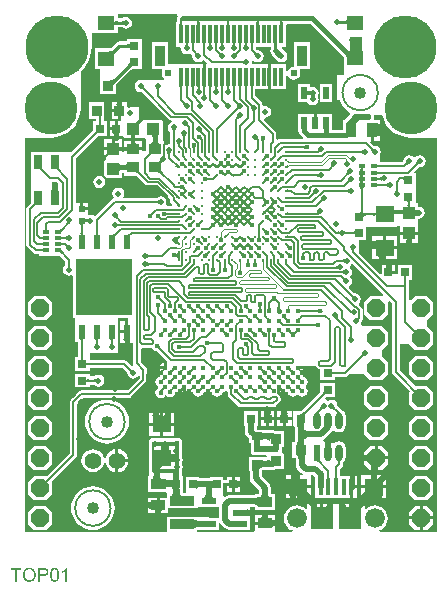
<source format=gtl>
G04 Layer_Physical_Order=1*
G04 Layer_Color=255*
%FSLAX25Y25*%
%MOIN*%
G70*
G01*
G75*
%ADD10C,0.00787*%
%ADD11R,0.02800X0.04800*%
%ADD12C,0.04000*%
%ADD13R,0.01600X0.05400*%
%ADD14R,0.06300X0.05600*%
%ADD15R,0.07500X0.07500*%
%ADD16R,0.03600X0.03200*%
%ADD17R,0.02500X0.03000*%
%ADD18R,0.03000X0.02500*%
%ADD19R,0.02362X0.01575*%
%ADD20R,0.02362X0.01181*%
%ADD21R,0.02000X0.02000*%
%ADD22R,0.02000X0.03937*%
%ADD23R,0.04000X0.04400*%
%ADD24R,0.04400X0.04000*%
%ADD25R,0.06300X0.05600*%
%ADD26R,0.03937X0.03543*%
%ADD27R,0.01200X0.06300*%
%ADD28R,0.03600X0.07100*%
%ADD29R,0.02992X0.03000*%
%ADD30R,0.03200X0.04800*%
%ADD31O,0.02362X0.05512*%
%ADD32R,0.02362X0.05512*%
%ADD33R,0.04800X0.02200*%
%ADD34R,0.04800X0.03200*%
%ADD35R,0.05600X0.04800*%
%ADD36R,0.03200X0.03600*%
%ADD37R,0.03300X0.02500*%
%ADD38R,0.07900X0.03200*%
%ADD39C,0.01575*%
%ADD40R,0.02362X0.05118*%
%ADD41R,0.18898X0.18898*%
%ADD42C,0.01181*%
%ADD43C,0.01500*%
%ADD44C,0.00500*%
%ADD45C,0.02000*%
%ADD46C,0.01000*%
%ADD47C,0.00800*%
%ADD48C,0.01969*%
%ADD49C,0.02165*%
%ADD50C,0.00602*%
%ADD51C,0.00462*%
%ADD52C,0.00350*%
%ADD53C,0.00600*%
%ADD54C,0.00578*%
%ADD55R,0.01800X0.02300*%
%ADD56R,0.03700X0.02500*%
%ADD57R,0.02500X0.03700*%
%ADD58R,0.02300X0.01800*%
%ADD59R,0.08700X0.01800*%
%ADD60R,0.01700X0.10500*%
%ADD61R,0.09123X0.01600*%
%ADD62R,0.00923X0.10100*%
%ADD63R,0.09800X0.01800*%
%ADD64R,0.01950X0.05157*%
%ADD65R,0.08200X0.02000*%
%ADD66R,0.01871X0.04631*%
%ADD67R,0.02021X0.03872*%
%ADD68R,0.01800X0.02200*%
%ADD69R,0.03100X0.01500*%
%ADD70R,0.04200X0.05300*%
%ADD71C,0.17717*%
%ADD72C,0.06600*%
%ADD73P,0.06494X8X22.5*%
%ADD74C,0.02400*%
%ADD75C,0.05600*%
%ADD76C,0.21000*%
%ADD77C,0.01575*%
%ADD78C,0.02362*%
%ADD79C,0.01969*%
%ADD80C,0.01800*%
G36*
X62858Y93966D02*
X62786Y93954D01*
X62716Y93937D01*
X62648Y93916D01*
X62582Y93890D01*
X62517Y93860D01*
X62455Y93825D01*
X62412Y93798D01*
X62405Y93787D01*
X62372Y93725D01*
X62345Y93659D01*
X62322Y93589D01*
X62305Y93516D01*
X62293Y93440D01*
X62286Y93361D01*
X62284Y93278D01*
X61504Y94058D01*
X61587Y94060D01*
X61666Y94067D01*
X61743Y94079D01*
X61815Y94096D01*
X61885Y94119D01*
X61951Y94146D01*
X62013Y94179D01*
X62023Y94186D01*
X62050Y94228D01*
X62085Y94291D01*
X62115Y94355D01*
X62141Y94422D01*
X62162Y94490D01*
X62179Y94560D01*
X62191Y94632D01*
X62858Y93966D01*
D02*
G37*
G36*
X78728Y94561D02*
X78745Y94491D01*
X78766Y94423D01*
X78792Y94357D01*
X78822Y94292D01*
X78857Y94230D01*
X78892Y94174D01*
X78919Y94158D01*
X78982Y94126D01*
X79047Y94100D01*
X79116Y94080D01*
X79188Y94066D01*
X79263Y94057D01*
X79342Y94054D01*
X79423Y94057D01*
X78691Y93233D01*
X78685Y93316D01*
X78674Y93396D01*
X78658Y93473D01*
X78637Y93546D01*
X78612Y93616D01*
X78583Y93682D01*
X78549Y93744D01*
X78527Y93778D01*
X78515Y93786D01*
X78454Y93826D01*
X78391Y93860D01*
X78326Y93890D01*
X78260Y93916D01*
X78192Y93937D01*
X78122Y93954D01*
X78050Y93966D01*
X78716Y94633D01*
X78728Y94561D01*
D02*
G37*
G36*
X94329Y93616D02*
X94338Y93546D01*
X94353Y93477D01*
X94374Y93410D01*
X94401Y93343D01*
X94434Y93278D01*
X94474Y93214D01*
X94519Y93152D01*
X94570Y93091D01*
X94627Y93031D01*
X93525D01*
X93582Y93091D01*
X93633Y93152D01*
X93678Y93214D01*
X93718Y93278D01*
X93751Y93343D01*
X93778Y93410D01*
X93799Y93477D01*
X93814Y93546D01*
X93823Y93616D01*
X93826Y93688D01*
X94326D01*
X94329Y93616D01*
D02*
G37*
G36*
X88964Y94560D02*
X88981Y94490D01*
X89002Y94422D01*
X89028Y94355D01*
X89058Y94291D01*
X89092Y94228D01*
X89119Y94186D01*
X89129Y94180D01*
X89191Y94147D01*
X89257Y94120D01*
X89327Y94097D01*
X89399Y94080D01*
X89476Y94068D01*
X89555Y94061D01*
X89638Y94059D01*
X88858Y93279D01*
X88856Y93362D01*
X88849Y93441D01*
X88837Y93517D01*
X88820Y93590D01*
X88797Y93660D01*
X88770Y93726D01*
X88737Y93788D01*
X88730Y93798D01*
X88688Y93825D01*
X88626Y93860D01*
X88561Y93890D01*
X88495Y93916D01*
X88427Y93937D01*
X88357Y93954D01*
X88285Y93966D01*
X88952Y94632D01*
X88964Y94560D01*
D02*
G37*
G36*
X76169Y94561D02*
X76186Y94491D01*
X76207Y94423D01*
X76233Y94357D01*
X76263Y94292D01*
X76298Y94230D01*
X76318Y94199D01*
X76375Y94167D01*
X76441Y94138D01*
X76511Y94112D01*
X76584Y94092D01*
X76661Y94076D01*
X76741Y94065D01*
X76824Y94058D01*
X75998Y93328D01*
X76001Y93410D01*
X75998Y93488D01*
X75990Y93563D01*
X75976Y93635D01*
X75956Y93704D01*
X75930Y93770D01*
X75905Y93819D01*
X75895Y93826D01*
X75832Y93860D01*
X75767Y93890D01*
X75701Y93916D01*
X75633Y93937D01*
X75563Y93954D01*
X75491Y93966D01*
X76157Y94633D01*
X76169Y94561D01*
D02*
G37*
G36*
X73610Y94561D02*
X73627Y94491D01*
X73648Y94423D01*
X73674Y94357D01*
X73704Y94292D01*
X73739Y94230D01*
X73766Y94187D01*
X73777Y94180D01*
X73839Y94147D01*
X73905Y94120D01*
X73975Y94097D01*
X74048Y94080D01*
X74124Y94068D01*
X74203Y94061D01*
X74286Y94059D01*
X73506Y93279D01*
X73504Y93362D01*
X73497Y93441D01*
X73485Y93518D01*
X73468Y93590D01*
X73445Y93660D01*
X73418Y93726D01*
X73385Y93788D01*
X73378Y93798D01*
X73336Y93826D01*
X73273Y93860D01*
X73208Y93890D01*
X73142Y93916D01*
X73074Y93937D01*
X73004Y93954D01*
X72932Y93966D01*
X73598Y94633D01*
X73610Y94561D01*
D02*
G37*
G36*
X67976Y93966D02*
X67905Y93954D01*
X67835Y93937D01*
X67766Y93916D01*
X67700Y93890D01*
X67636Y93860D01*
X67573Y93825D01*
X67531Y93798D01*
X67524Y93788D01*
X67491Y93726D01*
X67464Y93660D01*
X67441Y93590D01*
X67424Y93518D01*
X67412Y93441D01*
X67405Y93362D01*
X67403Y93279D01*
X66623Y94059D01*
X66706Y94061D01*
X66785Y94068D01*
X66861Y94080D01*
X66934Y94097D01*
X67004Y94120D01*
X67070Y94147D01*
X67132Y94180D01*
X67142Y94187D01*
X67169Y94229D01*
X67204Y94292D01*
X67234Y94356D01*
X67260Y94423D01*
X67281Y94491D01*
X67298Y94560D01*
X67310Y94632D01*
X67976Y93966D01*
D02*
G37*
G36*
X81007Y91489D02*
X80977Y91458D01*
X80951Y91423D01*
X80928Y91384D01*
X80909Y91342D01*
X80893Y91297D01*
X80881Y91247D01*
X80872Y91195D01*
X80867Y91138D01*
X80865Y91078D01*
X80515D01*
X80513Y91138D01*
X80508Y91195D01*
X80499Y91247D01*
X80487Y91297D01*
X80471Y91342D01*
X80452Y91384D01*
X80429Y91423D01*
X80403Y91458D01*
X80373Y91489D01*
X80340Y91516D01*
X81040D01*
X81007Y91489D01*
D02*
G37*
G36*
X73252Y91746D02*
X73252Y91670D01*
X73251Y91540D01*
X73412Y91557D01*
X73381Y91526D01*
X73354Y91492D01*
X73330Y91454D01*
X73309Y91413D01*
X73291Y91370D01*
X73277Y91322D01*
X73265Y91272D01*
X73257Y91219D01*
X73253Y91162D01*
X73251Y91102D01*
X72901Y91062D01*
X72899Y91122D01*
X72894Y91179D01*
X72884Y91231D01*
X72871Y91279D01*
X72855Y91323D01*
X72834Y91363D01*
X72810Y91398D01*
X72782Y91430D01*
X72751Y91458D01*
X72716Y91481D01*
X72900Y91501D01*
X72899Y91751D01*
X73253D01*
X73252Y91746D01*
D02*
G37*
G36*
X107873Y90980D02*
X107787Y91063D01*
X107702Y91138D01*
X107617Y91204D01*
X107532Y91261D01*
X107448Y91309D01*
X107364Y91349D01*
X107281Y91379D01*
X107198Y91401D01*
X107116Y91415D01*
X107034Y91419D01*
Y91919D01*
X107116Y91923D01*
X107198Y91937D01*
X107281Y91958D01*
X107364Y91989D01*
X107448Y92029D01*
X107532Y92077D01*
X107617Y92134D01*
X107702Y92200D01*
X107787Y92275D01*
X107873Y92358D01*
Y90980D01*
D02*
G37*
G36*
X65932Y92001D02*
X65949Y91932D01*
X65970Y91864D01*
X65996Y91797D01*
X66026Y91733D01*
X66061Y91670D01*
X66100Y91609D01*
X66143Y91550D01*
X66191Y91492D01*
X66244Y91437D01*
X65890Y91083D01*
X65834Y91136D01*
X65777Y91184D01*
X65718Y91227D01*
X65657Y91266D01*
X65594Y91301D01*
X65530Y91331D01*
X65464Y91357D01*
X65395Y91378D01*
X65325Y91395D01*
X65254Y91407D01*
X65920Y92073D01*
X65932Y92001D01*
D02*
G37*
G36*
X42265Y93875D02*
X42350Y93800D01*
X42435Y93734D01*
X42520Y93677D01*
X42604Y93629D01*
X42688Y93589D01*
X42771Y93559D01*
X42854Y93537D01*
X42936Y93523D01*
X43018Y93519D01*
Y93019D01*
X42936Y93015D01*
X42854Y93001D01*
X42771Y92980D01*
X42688Y92949D01*
X42604Y92909D01*
X42520Y92861D01*
X42435Y92804D01*
X42350Y92738D01*
X42265Y92663D01*
X42179Y92580D01*
Y93958D01*
X42265Y93875D01*
D02*
G37*
G36*
X52941Y93075D02*
X52985Y92388D01*
X52996Y92368D01*
X52084D01*
X52095Y92388D01*
X52104Y92424D01*
X52113Y92473D01*
X52120Y92537D01*
X52135Y92817D01*
X52140Y93226D01*
X52940D01*
X52941Y93075D01*
D02*
G37*
G36*
X71033Y91860D02*
X71034Y91817D01*
X71040Y91774D01*
X71051Y91731D01*
X71067Y91687D01*
X71088Y91644D01*
X71114Y91600D01*
X71146Y91557D01*
X71182Y91513D01*
X71223Y91469D01*
X70976Y91222D01*
X70932Y91263D01*
X70888Y91299D01*
X70845Y91331D01*
X70801Y91357D01*
X70758Y91378D01*
X70714Y91394D01*
X70671Y91405D01*
X70628Y91411D01*
X70585Y91412D01*
X70542Y91408D01*
X71037Y91903D01*
X71033Y91860D01*
D02*
G37*
G36*
X86405Y94560D02*
X86422Y94490D01*
X86443Y94422D01*
X86469Y94355D01*
X86499Y94291D01*
X86527Y94239D01*
X86544Y94230D01*
X86610Y94199D01*
X86679Y94172D01*
X86752Y94150D01*
X86829Y94131D01*
X86910Y94117D01*
X86994Y94107D01*
X86138Y93412D01*
X86145Y93492D01*
X86145Y93569D01*
X86138Y93643D01*
X86126Y93715D01*
X86108Y93783D01*
X86083Y93849D01*
X86082Y93852D01*
X86067Y93860D01*
X86002Y93890D01*
X85936Y93916D01*
X85868Y93937D01*
X85798Y93954D01*
X85726Y93966D01*
X86393Y94632D01*
X86405Y94560D01*
D02*
G37*
G36*
X111182Y95480D02*
X111107Y95395D01*
X111041Y95310D01*
X110984Y95225D01*
X110936Y95141D01*
X110896Y95057D01*
X110865Y94974D01*
X110844Y94891D01*
X110830Y94809D01*
X110826Y94727D01*
X110326D01*
X110322Y94809D01*
X110308Y94891D01*
X110286Y94974D01*
X110256Y95057D01*
X110216Y95141D01*
X110168Y95225D01*
X110111Y95310D01*
X110045Y95395D01*
X109970Y95480D01*
X109887Y95566D01*
X111265D01*
X111182Y95480D01*
D02*
G37*
G36*
X7170Y94535D02*
X7165Y94583D01*
X7150Y94625D01*
X7125Y94663D01*
X7090Y94695D01*
X7045Y94723D01*
X6990Y94745D01*
X6925Y94763D01*
X6850Y94775D01*
X6765Y94783D01*
X6670Y94785D01*
Y95285D01*
X6765Y95288D01*
X6850Y95295D01*
X6925Y95308D01*
X6990Y95325D01*
X7045Y95348D01*
X7090Y95375D01*
X7125Y95408D01*
X7150Y95445D01*
X7165Y95488D01*
X7170Y95535D01*
Y94535D01*
D02*
G37*
G36*
X58926Y95068D02*
X58842Y95060D01*
X58762Y95048D01*
X58685Y95031D01*
X58612Y95009D01*
X58542Y94983D01*
X58476Y94953D01*
X58414Y94918D01*
X58411Y94916D01*
X58384Y94874D01*
X58349Y94811D01*
X58319Y94747D01*
X58293Y94680D01*
X58272Y94612D01*
X58255Y94542D01*
X58243Y94470D01*
X57576Y95136D01*
X57648Y95148D01*
X57718Y95165D01*
X57786Y95186D01*
X57852Y95212D01*
X57917Y95242D01*
X57979Y95277D01*
X57997Y95288D01*
X58025Y95344D01*
X58050Y95410D01*
X58069Y95478D01*
X58082Y95550D01*
X58090Y95625D01*
X58091Y95703D01*
X58087Y95783D01*
X58926Y95068D01*
D02*
G37*
G36*
X54422Y95568D02*
X54068Y95211D01*
X53818Y95461D01*
X53822Y95465D01*
X53877Y95518D01*
X54175Y95815D01*
X54422Y95568D01*
D02*
G37*
G36*
X83846Y97119D02*
X83863Y97049D01*
X83884Y96981D01*
X83910Y96914D01*
X83940Y96850D01*
X83974Y96787D01*
X84001Y96745D01*
X84011Y96739D01*
X84073Y96706D01*
X84139Y96679D01*
X84209Y96656D01*
X84281Y96639D01*
X84358Y96627D01*
X84437Y96620D01*
X84520Y96618D01*
X83740Y95838D01*
X83738Y95921D01*
X83731Y96000D01*
X83719Y96076D01*
X83702Y96149D01*
X83679Y96219D01*
X83652Y96285D01*
X83619Y96347D01*
X83612Y96357D01*
X83570Y96384D01*
X83508Y96419D01*
X83443Y96449D01*
X83377Y96475D01*
X83309Y96496D01*
X83239Y96513D01*
X83167Y96525D01*
X83834Y97191D01*
X83846Y97119D01*
D02*
G37*
G36*
X78728Y97119D02*
X78745Y97048D01*
X78766Y96980D01*
X78792Y96914D01*
X78822Y96849D01*
X78856Y96786D01*
X78883Y96745D01*
X78892Y96739D01*
X78954Y96706D01*
X79020Y96679D01*
X79090Y96656D01*
X79163Y96639D01*
X79239Y96627D01*
X79318Y96620D01*
X79401Y96618D01*
X78621Y95838D01*
X78619Y95921D01*
X78612Y96000D01*
X78600Y96076D01*
X78583Y96149D01*
X78560Y96219D01*
X78533Y96285D01*
X78500Y96347D01*
X78493Y96357D01*
X78452Y96384D01*
X78389Y96419D01*
X78325Y96449D01*
X78258Y96475D01*
X78190Y96496D01*
X78120Y96513D01*
X78049Y96525D01*
X78716Y97190D01*
X78728Y97119D01*
D02*
G37*
G36*
X52106Y96007D02*
X52182Y96006D01*
X52602Y96005D01*
Y95656D01*
X52100Y95654D01*
Y96007D01*
X52106Y96007D01*
D02*
G37*
G36*
X70535Y93966D02*
X70464Y93954D01*
X70394Y93937D01*
X70325Y93916D01*
X70259Y93890D01*
X70195Y93860D01*
X70132Y93825D01*
X70071Y93786D01*
X70012Y93743D01*
X69955Y93695D01*
X69899Y93642D01*
X69545Y93996D01*
X69598Y94051D01*
X69646Y94109D01*
X69689Y94168D01*
X69728Y94229D01*
X69763Y94292D01*
X69793Y94356D01*
X69819Y94423D01*
X69840Y94491D01*
X69857Y94560D01*
X69869Y94632D01*
X70535Y93966D01*
D02*
G37*
G36*
X65418Y93966D02*
X65346Y93954D01*
X65276Y93937D01*
X65208Y93916D01*
X65142Y93890D01*
X65077Y93860D01*
X65015Y93825D01*
X64954Y93786D01*
X64895Y93743D01*
X64837Y93695D01*
X64782Y93642D01*
X64428Y93995D01*
X64480Y94051D01*
X64528Y94108D01*
X64571Y94167D01*
X64610Y94228D01*
X64645Y94291D01*
X64675Y94355D01*
X64701Y94422D01*
X64722Y94490D01*
X64739Y94560D01*
X64751Y94632D01*
X65418Y93966D01*
D02*
G37*
G36*
X60299D02*
X60227Y93954D01*
X60157Y93937D01*
X60089Y93916D01*
X60023Y93890D01*
X59958Y93860D01*
X59896Y93825D01*
X59835Y93786D01*
X59776Y93743D01*
X59718Y93695D01*
X59663Y93642D01*
X59309Y93995D01*
X59361Y94051D01*
X59409Y94108D01*
X59452Y94167D01*
X59491Y94228D01*
X59526Y94291D01*
X59556Y94355D01*
X59582Y94422D01*
X59603Y94490D01*
X59620Y94560D01*
X59632Y94632D01*
X60299Y93966D01*
D02*
G37*
G36*
X83846Y94560D02*
X83863Y94491D01*
X83884Y94423D01*
X83910Y94356D01*
X83940Y94292D01*
X83975Y94229D01*
X84014Y94168D01*
X84057Y94109D01*
X84105Y94051D01*
X84158Y93996D01*
X83804Y93642D01*
X83749Y93695D01*
X83691Y93743D01*
X83632Y93786D01*
X83571Y93825D01*
X83508Y93860D01*
X83444Y93890D01*
X83377Y93916D01*
X83309Y93937D01*
X83240Y93954D01*
X83168Y93966D01*
X83834Y94632D01*
X83846Y94560D01*
D02*
G37*
G36*
X13417Y95159D02*
X13412Y95105D01*
X13419Y95047D01*
X13438Y94984D01*
X13469Y94915D01*
X13511Y94842D01*
X13565Y94764D01*
X13631Y94681D01*
X13799Y94500D01*
X13685Y93906D01*
X13571Y94017D01*
X13372Y94189D01*
X13286Y94250D01*
X13211Y94295D01*
X13145Y94324D01*
X13089Y94335D01*
X13042Y94331D01*
X13005Y94310D01*
X12978Y94272D01*
X13433Y95207D01*
X13417Y95159D01*
D02*
G37*
G36*
X52985Y94155D02*
X52976Y94119D01*
X52967Y94070D01*
X52960Y94006D01*
X52945Y93726D01*
X52940Y93317D01*
X52140D01*
X52139Y93468D01*
X52127Y93665D01*
Y92969D01*
X52042Y92967D01*
X51889Y92955D01*
X51821Y92945D01*
X51759Y92931D01*
X51704Y92915D01*
X51653Y92895D01*
X51609Y92872D01*
X51571Y92847D01*
X51538Y92818D01*
Y93920D01*
X51571Y93892D01*
X51609Y93866D01*
X51653Y93843D01*
X51704Y93823D01*
X51759Y93807D01*
X51821Y93793D01*
X51889Y93783D01*
X51962Y93775D01*
X52120Y93769D01*
X52095Y94155D01*
X52084Y94175D01*
X52996D01*
X52985Y94155D01*
D02*
G37*
G36*
X81287Y94560D02*
X81304Y94491D01*
X81325Y94423D01*
X81351Y94356D01*
X81381Y94292D01*
X81416Y94229D01*
X81455Y94168D01*
X81498Y94109D01*
X81546Y94051D01*
X81599Y93996D01*
X81245Y93642D01*
X81190Y93695D01*
X81132Y93743D01*
X81073Y93786D01*
X81012Y93825D01*
X80949Y93860D01*
X80885Y93890D01*
X80818Y93916D01*
X80750Y93937D01*
X80681Y93954D01*
X80609Y93966D01*
X81275Y94632D01*
X81287Y94560D01*
D02*
G37*
G36*
X86237Y91576D02*
X86199Y91515D01*
X86166Y91452D01*
X86138Y91387D01*
X86113Y91320D01*
X86093Y91251D01*
X86078Y91180D01*
X86067Y91108D01*
X86060Y91033D01*
X86058Y90957D01*
X85558D01*
X85556Y91033D01*
X85549Y91108D01*
X85538Y91180D01*
X85523Y91251D01*
X85503Y91320D01*
X85478Y91387D01*
X85450Y91452D01*
X85417Y91515D01*
X85379Y91576D01*
X85337Y91636D01*
X86279D01*
X86237Y91576D01*
D02*
G37*
G36*
X85140Y79118D02*
X85149Y79072D01*
X85164Y79025D01*
X85186Y78976D01*
X85214Y78925D01*
X85248Y78871D01*
X85288Y78816D01*
X85334Y78759D01*
X85447Y78638D01*
X84881Y78073D01*
X84820Y78132D01*
X84703Y78231D01*
X84648Y78271D01*
X84594Y78305D01*
X84543Y78333D01*
X84494Y78355D01*
X84447Y78370D01*
X84401Y78379D01*
X84358Y78382D01*
X85137Y79161D01*
X85140Y79118D01*
D02*
G37*
G36*
X84342Y78382D02*
X84299Y78379D01*
X84254Y78370D01*
X84206Y78355D01*
X84157Y78333D01*
X84106Y78305D01*
X84052Y78271D01*
X83997Y78231D01*
X83940Y78184D01*
X83819Y78073D01*
X83254Y78638D01*
X83313Y78699D01*
X83412Y78816D01*
X83452Y78871D01*
X83486Y78925D01*
X83514Y78976D01*
X83536Y79025D01*
X83551Y79072D01*
X83560Y79118D01*
X83563Y79161D01*
X84342Y78382D01*
D02*
G37*
G36*
X49958Y77541D02*
X49967Y77471D01*
X49982Y77402D01*
X50003Y77334D01*
X50030Y77268D01*
X50063Y77203D01*
X50103Y77139D01*
X50148Y77077D01*
X50199Y77016D01*
X50256Y76956D01*
X49154D01*
X49211Y77016D01*
X49262Y77077D01*
X49307Y77139D01*
X49347Y77203D01*
X49380Y77268D01*
X49407Y77334D01*
X49428Y77402D01*
X49443Y77471D01*
X49452Y77541D01*
X49455Y77613D01*
X49955D01*
X49958Y77541D01*
D02*
G37*
G36*
X46369Y79519D02*
X46412Y79361D01*
X46438Y79288D01*
X46468Y79219D01*
X46502Y79154D01*
X46539Y79092D01*
X46579Y79034D01*
X46623Y78979D01*
X46670Y78929D01*
X46385Y78507D01*
X46330Y78556D01*
X46273Y78599D01*
X46214Y78635D01*
X46152Y78664D01*
X46087Y78687D01*
X46020Y78702D01*
X45950Y78711D01*
X45878Y78713D01*
X45803Y78708D01*
X45725Y78696D01*
X46352Y79603D01*
X46369Y79519D01*
D02*
G37*
G36*
X128426Y83169D02*
X127926Y82419D01*
X127921Y82514D01*
X127906Y82599D01*
X127881Y82674D01*
X127846Y82739D01*
X127801Y82794D01*
X127746Y82839D01*
X127681Y82874D01*
X127606Y82899D01*
X127521Y82914D01*
X127426Y82919D01*
Y83419D01*
X127521Y83424D01*
X127606Y83439D01*
X127681Y83464D01*
X127746Y83499D01*
X127801Y83544D01*
X127846Y83599D01*
X127881Y83664D01*
X127906Y83739D01*
X127921Y83824D01*
X127926Y83919D01*
X128426Y83169D01*
D02*
G37*
G36*
X87576Y82219D02*
X87326Y81969D01*
X87322Y81973D01*
X87269Y82027D01*
X86972Y82325D01*
X87220Y82573D01*
X87576Y82219D01*
D02*
G37*
G36*
X110423Y79982D02*
X110491Y79933D01*
X110565Y79889D01*
X110646Y79852D01*
X110733Y79821D01*
X110827Y79796D01*
X110927Y79776D01*
X111033Y79763D01*
X111146Y79755D01*
X111266Y79753D01*
X110292Y78779D01*
X110290Y78899D01*
X110282Y79012D01*
X110269Y79118D01*
X110249Y79219D01*
X110224Y79312D01*
X110193Y79399D01*
X110156Y79480D01*
X110112Y79554D01*
X110063Y79622D01*
X110009Y79683D01*
X110362Y80036D01*
X110423Y79982D01*
D02*
G37*
G36*
X48382Y75981D02*
X48390Y75902D01*
X48403Y75827D01*
X48420Y75756D01*
X48443Y75690D01*
X48470Y75628D01*
X48502Y75571D01*
X48540Y75519D01*
X48583Y75471D01*
X48630Y75427D01*
X47630D01*
X47677Y75471D01*
X47720Y75519D01*
X47758Y75571D01*
X47790Y75628D01*
X47818Y75690D01*
X47840Y75756D01*
X47857Y75827D01*
X47870Y75902D01*
X47877Y75981D01*
X47880Y76066D01*
X48380D01*
X48382Y75981D01*
D02*
G37*
G36*
X73580Y75981D02*
X73587Y75902D01*
X73599Y75827D01*
X73617Y75756D01*
X73640Y75690D01*
X73667Y75628D01*
X73699Y75571D01*
X73737Y75519D01*
X73779Y75471D01*
X73827Y75427D01*
X72827D01*
X72874Y75471D01*
X72917Y75519D01*
X72954Y75571D01*
X72987Y75628D01*
X73014Y75690D01*
X73037Y75756D01*
X73054Y75827D01*
X73067Y75902D01*
X73075Y75981D01*
X73077Y76066D01*
X73577D01*
X73580Y75981D01*
D02*
G37*
G36*
X83178Y76160D02*
X83196Y75910D01*
X83212Y75798D01*
X83232Y75694D01*
X83256Y75599D01*
X83285Y75511D01*
X83319Y75433D01*
X83357Y75362D01*
X83399Y75300D01*
X82152D01*
X82195Y75362D01*
X82233Y75433D01*
X82266Y75511D01*
X82296Y75599D01*
X82320Y75694D01*
X82340Y75798D01*
X82356Y75910D01*
X82374Y76160D01*
X82376Y76297D01*
X83176D01*
X83178Y76160D01*
D02*
G37*
G36*
X51533Y75981D02*
X51540Y75902D01*
X51552Y75827D01*
X51570Y75756D01*
X51592Y75690D01*
X51620Y75628D01*
X51652Y75571D01*
X51690Y75519D01*
X51732Y75471D01*
X51780Y75427D01*
X50780D01*
X50827Y75471D01*
X50870Y75519D01*
X50907Y75571D01*
X50940Y75628D01*
X50968Y75690D01*
X50990Y75756D01*
X51007Y75827D01*
X51020Y75902D01*
X51028Y75981D01*
X51030Y76066D01*
X51530D01*
X51533Y75981D01*
D02*
G37*
G36*
X46070Y76247D02*
X46019Y76186D01*
X45974Y76124D01*
X45934Y76060D01*
X45901Y75995D01*
X45874Y75928D01*
X45853Y75861D01*
X45838Y75792D01*
X45829Y75722D01*
X45826Y75650D01*
X45326D01*
X45323Y75722D01*
X45314Y75792D01*
X45299Y75861D01*
X45278Y75928D01*
X45251Y75995D01*
X45218Y76060D01*
X45178Y76124D01*
X45133Y76186D01*
X45082Y76247D01*
X45025Y76307D01*
X46127D01*
X46070Y76247D01*
D02*
G37*
G36*
X89252Y75874D02*
X89257Y75816D01*
X89266Y75763D01*
X89278Y75715D01*
X89294Y75671D01*
X89313Y75632D01*
X89336Y75598D01*
X89362Y75569D01*
X89392Y75544D01*
X89425Y75524D01*
X88725D01*
X88758Y75544D01*
X88788Y75569D01*
X88814Y75598D01*
X88837Y75632D01*
X88856Y75671D01*
X88872Y75715D01*
X88884Y75763D01*
X88893Y75816D01*
X88898Y75874D01*
X88900Y75937D01*
X89250D01*
X89252Y75874D01*
D02*
G37*
G36*
X80120Y76424D02*
X80069Y76363D01*
X80024Y76301D01*
X79984Y76237D01*
X79951Y76172D01*
X79924Y76106D01*
X79903Y76038D01*
X79888Y75969D01*
X79883Y75932D01*
X79886Y75902D01*
X79899Y75827D01*
X79916Y75756D01*
X79939Y75690D01*
X79966Y75628D01*
X79998Y75571D01*
X80036Y75519D01*
X80079Y75471D01*
X80126Y75427D01*
X79126D01*
X79173Y75471D01*
X79216Y75519D01*
X79254Y75571D01*
X79286Y75628D01*
X79313Y75690D01*
X79336Y75756D01*
X79353Y75827D01*
X79366Y75902D01*
X79369Y75932D01*
X79364Y75969D01*
X79349Y76038D01*
X79328Y76106D01*
X79301Y76172D01*
X79268Y76237D01*
X79228Y76301D01*
X79183Y76363D01*
X79132Y76424D01*
X79075Y76484D01*
X80177Y76484D01*
X80120Y76424D01*
D02*
G37*
G36*
X107523Y86082D02*
X107591Y86033D01*
X107665Y85989D01*
X107746Y85952D01*
X107833Y85921D01*
X107926Y85896D01*
X108027Y85876D01*
X108133Y85863D01*
X108247Y85855D01*
X108366Y85853D01*
X107392Y84879D01*
X107390Y84999D01*
X107382Y85112D01*
X107369Y85218D01*
X107349Y85318D01*
X107324Y85412D01*
X107293Y85499D01*
X107256Y85580D01*
X107212Y85654D01*
X107163Y85722D01*
X107108Y85783D01*
X107462Y86137D01*
X107523Y86082D01*
D02*
G37*
G36*
X76001Y91577D02*
X75964Y91515D01*
X75931Y91452D01*
X75902Y91387D01*
X75878Y91320D01*
X75858Y91252D01*
X75847Y91202D01*
X75850Y91190D01*
X75871Y91122D01*
X75898Y91056D01*
X75931Y90991D01*
X75970Y90927D01*
X76016Y90865D01*
X76067Y90804D01*
X76124Y90744D01*
X75022D01*
X75079Y90804D01*
X75130Y90865D01*
X75175Y90927D01*
X75214Y90991D01*
X75247Y91056D01*
X75274Y91122D01*
X75296Y91190D01*
X75298Y91201D01*
X75287Y91251D01*
X75267Y91320D01*
X75243Y91386D01*
X75214Y91452D01*
X75181Y91515D01*
X75143Y91576D01*
X75101Y91636D01*
X76043Y91636D01*
X76001Y91577D01*
D02*
G37*
G36*
X78560Y91577D02*
X78523Y91515D01*
X78490Y91452D01*
X78461Y91387D01*
X78437Y91320D01*
X78417Y91252D01*
X78406Y91202D01*
X78409Y91190D01*
X78430Y91122D01*
X78457Y91056D01*
X78490Y90991D01*
X78529Y90927D01*
X78575Y90865D01*
X78626Y90804D01*
X78683Y90744D01*
X77581D01*
X77638Y90804D01*
X77689Y90865D01*
X77734Y90927D01*
X77773Y90991D01*
X77806Y91056D01*
X77833Y91122D01*
X77855Y91190D01*
X77857Y91201D01*
X77846Y91251D01*
X77826Y91320D01*
X77802Y91386D01*
X77773Y91452D01*
X77740Y91515D01*
X77702Y91576D01*
X77660Y91636D01*
X78602Y91636D01*
X78560Y91577D01*
D02*
G37*
G36*
X42265Y91075D02*
X42350Y91000D01*
X42435Y90934D01*
X42520Y90877D01*
X42604Y90829D01*
X42688Y90789D01*
X42771Y90759D01*
X42854Y90737D01*
X42936Y90723D01*
X43018Y90719D01*
Y90219D01*
X42936Y90215D01*
X42854Y90201D01*
X42771Y90180D01*
X42688Y90149D01*
X42604Y90109D01*
X42520Y90061D01*
X42435Y90004D01*
X42350Y89938D01*
X42265Y89863D01*
X42179Y89780D01*
Y91158D01*
X42265Y91075D01*
D02*
G37*
G36*
X68359Y91628D02*
X68315Y91568D01*
X68275Y91506D01*
X68240Y91442D01*
X68210Y91376D01*
X68184Y91309D01*
X68163Y91241D01*
X68147Y91170D01*
X68135Y91098D01*
X68128Y91024D01*
X68126Y90949D01*
X67626Y90966D01*
X67624Y91043D01*
X67618Y91118D01*
X67607Y91191D01*
X67593Y91262D01*
X67574Y91331D01*
X67551Y91398D01*
X67524Y91463D01*
X67492Y91525D01*
X67457Y91585D01*
X67417Y91644D01*
X68359Y91628D01*
D02*
G37*
G36*
X83678Y91576D02*
X83640Y91515D01*
X83607Y91452D01*
X83579Y91387D01*
X83554Y91320D01*
X83534Y91251D01*
X83519Y91180D01*
X83508Y91108D01*
X83501Y91033D01*
X83499Y90957D01*
X82999D01*
X82997Y91033D01*
X82990Y91108D01*
X82979Y91180D01*
X82964Y91251D01*
X82944Y91320D01*
X82919Y91387D01*
X82891Y91452D01*
X82858Y91515D01*
X82820Y91576D01*
X82778Y91636D01*
X83720D01*
X83678Y91576D01*
D02*
G37*
G36*
X58087D02*
X58049Y91515D01*
X58016Y91452D01*
X57988Y91387D01*
X57963Y91320D01*
X57943Y91251D01*
X57928Y91180D01*
X57917Y91108D01*
X57910Y91033D01*
X57908Y90957D01*
X57408D01*
X57406Y91033D01*
X57399Y91108D01*
X57388Y91180D01*
X57373Y91251D01*
X57353Y91320D01*
X57328Y91387D01*
X57300Y91452D01*
X57266Y91515D01*
X57229Y91576D01*
X57187Y91636D01*
X58129D01*
X58087Y91576D01*
D02*
G37*
G36*
X88796Y91576D02*
X88758Y91515D01*
X88725Y91452D01*
X88697Y91387D01*
X88672Y91320D01*
X88652Y91251D01*
X88637Y91180D01*
X88626Y91108D01*
X88619Y91033D01*
X88617Y90957D01*
X88117D01*
X88115Y91033D01*
X88108Y91108D01*
X88097Y91180D01*
X88082Y91251D01*
X88062Y91320D01*
X88037Y91387D01*
X88009Y91452D01*
X87976Y91515D01*
X87938Y91576D01*
X87896Y91636D01*
X88838D01*
X88796Y91576D01*
D02*
G37*
G36*
X73255Y88647D02*
X73266Y88583D01*
X73285Y88518D01*
X73311Y88452D01*
X73345Y88385D01*
X73386Y88317D01*
X73435Y88247D01*
X73492Y88176D01*
X73556Y88104D01*
X73627Y88031D01*
X72525D01*
X72596Y88104D01*
X72717Y88247D01*
X72766Y88317D01*
X72807Y88385D01*
X72841Y88452D01*
X72867Y88518D01*
X72886Y88583D01*
X72897Y88647D01*
X72901Y88709D01*
X73251D01*
X73255Y88647D01*
D02*
G37*
G36*
X107673Y87180D02*
X107587Y87263D01*
X107502Y87338D01*
X107417Y87404D01*
X107332Y87461D01*
X107248Y87509D01*
X107164Y87549D01*
X107081Y87580D01*
X106998Y87601D01*
X106916Y87615D01*
X106834Y87619D01*
Y88119D01*
X106916Y88123D01*
X106998Y88137D01*
X107081Y88159D01*
X107164Y88189D01*
X107248Y88229D01*
X107332Y88277D01*
X107417Y88334D01*
X107502Y88400D01*
X107587Y88475D01*
X107673Y88558D01*
Y87180D01*
D02*
G37*
G36*
X128629Y86276D02*
X128586Y86261D01*
X128549Y86236D01*
X128516Y86201D01*
X128489Y86156D01*
X128466Y86101D01*
X128448Y86036D01*
X128436Y85961D01*
X128428Y85876D01*
X128426Y85781D01*
X127926D01*
X127924Y85876D01*
X127916Y85961D01*
X127903Y86036D01*
X127886Y86101D01*
X127864Y86156D01*
X127836Y86201D01*
X127804Y86236D01*
X127766Y86261D01*
X127724Y86276D01*
X127676Y86281D01*
X128676D01*
X128629Y86276D01*
D02*
G37*
G36*
X105909Y88756D02*
X105781Y88806D01*
X105248Y88977D01*
X105163Y88995D01*
X105011Y89016D01*
X104946Y89019D01*
X104713Y89519D01*
X104801Y89524D01*
X104885Y89539D01*
X104962Y89564D01*
X105035Y89598D01*
X105101Y89643D01*
X105163Y89697D01*
X105219Y89761D01*
X105269Y89835D01*
X105314Y89919D01*
X105354Y90013D01*
X105909Y88756D01*
D02*
G37*
G36*
X16230Y90129D02*
X16244Y90047D01*
X16265Y89964D01*
X16296Y89881D01*
X16336Y89797D01*
X16384Y89713D01*
X16441Y89628D01*
X16507Y89543D01*
X16582Y89458D01*
X16665Y89372D01*
X15287D01*
X15370Y89458D01*
X15445Y89543D01*
X15511Y89628D01*
X15568Y89713D01*
X15616Y89797D01*
X15656Y89881D01*
X15687Y89964D01*
X15708Y90047D01*
X15722Y90129D01*
X15726Y90211D01*
X16226D01*
X16230Y90129D01*
D02*
G37*
G36*
X68129Y89616D02*
X68138Y89546D01*
X68153Y89477D01*
X68174Y89410D01*
X68201Y89343D01*
X68234Y89278D01*
X68274Y89214D01*
X68319Y89152D01*
X68370Y89091D01*
X68427Y89031D01*
X67325D01*
X67382Y89091D01*
X67433Y89152D01*
X67478Y89214D01*
X67518Y89278D01*
X67551Y89343D01*
X67578Y89410D01*
X67599Y89477D01*
X67614Y89546D01*
X67623Y89616D01*
X67626Y89688D01*
X68126D01*
X68129Y89616D01*
D02*
G37*
G36*
X64329D02*
X64338Y89546D01*
X64353Y89477D01*
X64374Y89410D01*
X64401Y89343D01*
X64434Y89278D01*
X64474Y89214D01*
X64519Y89152D01*
X64570Y89091D01*
X64627Y89031D01*
X63525D01*
X63582Y89091D01*
X63633Y89152D01*
X63678Y89214D01*
X63718Y89278D01*
X63751Y89343D01*
X63778Y89410D01*
X63799Y89477D01*
X63814Y89546D01*
X63823Y89616D01*
X63826Y89688D01*
X64326D01*
X64329Y89616D01*
D02*
G37*
G36*
X52184Y101757D02*
X52124Y101799D01*
X52063Y101837D01*
X52000Y101870D01*
X51935Y101898D01*
X51868Y101923D01*
X51799Y101943D01*
X51728Y101958D01*
X51656Y101969D01*
X51581Y101976D01*
X51505Y101978D01*
Y102478D01*
X51581Y102480D01*
X51656Y102487D01*
X51728Y102498D01*
X51799Y102513D01*
X51868Y102533D01*
X51935Y102558D01*
X52000Y102586D01*
X52063Y102620D01*
X52124Y102657D01*
X52184Y102699D01*
Y101757D01*
D02*
G37*
G36*
X86405Y102237D02*
X86422Y102168D01*
X86443Y102100D01*
X86469Y102033D01*
X86499Y101969D01*
X86534Y101906D01*
X86573Y101845D01*
X86616Y101786D01*
X86664Y101728D01*
X86717Y101673D01*
X86363Y101319D01*
X86308Y101372D01*
X86250Y101420D01*
X86191Y101463D01*
X86130Y101502D01*
X86067Y101537D01*
X86003Y101567D01*
X85936Y101593D01*
X85868Y101614D01*
X85799Y101631D01*
X85727Y101643D01*
X86393Y102309D01*
X86405Y102237D01*
D02*
G37*
G36*
X57739Y101643D02*
X57667Y101631D01*
X57598Y101614D01*
X57529Y101593D01*
X57463Y101567D01*
X57399Y101537D01*
X57336Y101502D01*
X57275Y101463D01*
X57216Y101420D01*
X57158Y101372D01*
X57103Y101319D01*
X56749Y101673D01*
X56802Y101728D01*
X56850Y101786D01*
X56893Y101845D01*
X56932Y101906D01*
X56967Y101969D01*
X56997Y102033D01*
X57023Y102100D01*
X57044Y102168D01*
X57061Y102237D01*
X57073Y102309D01*
X57739Y101643D01*
D02*
G37*
G36*
X60614Y102673D02*
X60650Y102662D01*
X60701Y102653D01*
X60765Y102644D01*
X60935Y102632D01*
X61445Y102622D01*
Y101834D01*
X61296Y101834D01*
X60650Y101794D01*
X60614Y101783D01*
X60592Y101771D01*
Y102685D01*
X60614Y102673D01*
D02*
G37*
G36*
X32003Y104113D02*
X32089Y104038D01*
X32174Y103973D01*
X32258Y103916D01*
X32342Y103867D01*
X32426Y103828D01*
X32509Y103797D01*
X32592Y103775D01*
X32675Y103762D01*
X32757Y103758D01*
Y103258D01*
X32675Y103253D01*
X32592Y103240D01*
X32509Y103218D01*
X32426Y103187D01*
X32342Y103148D01*
X32258Y103100D01*
X32174Y103042D01*
X32089Y102977D01*
X32003Y102902D01*
X31917Y102819D01*
Y104197D01*
X32003Y104113D01*
D02*
G37*
G36*
X54599Y103084D02*
X54657Y103036D01*
X54716Y102993D01*
X54777Y102954D01*
X54840Y102919D01*
X54904Y102889D01*
X54971Y102863D01*
X55039Y102842D01*
X55108Y102825D01*
X55180Y102813D01*
X54514Y102147D01*
X54502Y102218D01*
X54485Y102288D01*
X54464Y102357D01*
X54438Y102423D01*
X54408Y102487D01*
X54373Y102550D01*
X54334Y102611D01*
X54291Y102670D01*
X54243Y102727D01*
X54190Y102783D01*
X54544Y103137D01*
X54599Y103084D01*
D02*
G37*
G36*
X13799Y101838D02*
X13711Y101746D01*
X13568Y101577D01*
X13515Y101500D01*
X13473Y101426D01*
X13442Y101358D01*
X13422Y101294D01*
X13414Y101235D01*
X13418Y101181D01*
X13433Y101131D01*
X13010Y102098D01*
X13035Y102059D01*
X13071Y102036D01*
X13117Y102031D01*
X13173Y102042D01*
X13238Y102070D01*
X13314Y102115D01*
X13400Y102177D01*
X13496Y102256D01*
X13717Y102463D01*
X13799Y101838D01*
D02*
G37*
G36*
X20680Y101024D02*
X20692Y100888D01*
X20712Y100768D01*
X20740Y100664D01*
X20776Y100576D01*
X20820Y100504D01*
X20872Y100448D01*
X20932Y100408D01*
X21000Y100384D01*
X21076Y100376D01*
X19476D01*
X19552Y100384D01*
X19620Y100408D01*
X19680Y100448D01*
X19732Y100504D01*
X19776Y100576D01*
X19812Y100664D01*
X19840Y100768D01*
X19860Y100888D01*
X19872Y101024D01*
X19876Y101176D01*
X20676D01*
X20680Y101024D01*
D02*
G37*
G36*
X36858Y100597D02*
X36749Y100485D01*
X36580Y100287D01*
X36520Y100203D01*
X36476Y100127D01*
X36449Y100062D01*
X36439Y100005D01*
X36444Y99957D01*
X36466Y99919D01*
X36504Y99890D01*
X35576Y100376D01*
X35625Y100358D01*
X35678Y100351D01*
X35737Y100357D01*
X35800Y100374D01*
X35869Y100404D01*
X35942Y100445D01*
X36020Y100498D01*
X36103Y100564D01*
X36191Y100641D01*
X36283Y100730D01*
X36858Y100597D01*
D02*
G37*
G36*
X31819Y100458D02*
X31716Y100352D01*
X31556Y100163D01*
X31498Y100081D01*
X31455Y100006D01*
X31427Y99939D01*
X31414Y99880D01*
X31416Y99829D01*
X31433Y99786D01*
X31465Y99751D01*
X30676Y100376D01*
X30719Y100352D01*
X30767Y100340D01*
X30823Y100342D01*
X30884Y100358D01*
X30951Y100386D01*
X31025Y100428D01*
X31105Y100484D01*
X31192Y100552D01*
X31284Y100634D01*
X31383Y100730D01*
X31819Y100458D01*
D02*
G37*
G36*
X25508Y100781D02*
X25516Y100696D01*
X25528Y100621D01*
X25546Y100556D01*
X25569Y100501D01*
X25596Y100456D01*
X25629Y100421D01*
X25666Y100396D01*
X25708Y100381D01*
X25756Y100376D01*
X24756D01*
X24803Y100381D01*
X24846Y100396D01*
X24883Y100421D01*
X24916Y100456D01*
X24943Y100501D01*
X24966Y100556D01*
X24983Y100621D01*
X24996Y100696D01*
X25003Y100781D01*
X25006Y100876D01*
X25506D01*
X25508Y100781D01*
D02*
G37*
G36*
X83846Y102237D02*
X83863Y102168D01*
X83884Y102100D01*
X83910Y102033D01*
X83940Y101969D01*
X83975Y101906D01*
X83982Y101895D01*
X84032Y101869D01*
X84098Y101843D01*
X84167Y101823D01*
X84239Y101809D01*
X84314Y101800D01*
X84392Y101797D01*
X84474Y101800D01*
X83742Y100976D01*
X83736Y101059D01*
X83724Y101139D01*
X83709Y101216D01*
X83688Y101289D01*
X83663Y101359D01*
X83634Y101425D01*
X83602Y101482D01*
X83571Y101502D01*
X83508Y101537D01*
X83444Y101567D01*
X83377Y101593D01*
X83309Y101614D01*
X83240Y101631D01*
X83168Y101643D01*
X83834Y102309D01*
X83846Y102237D01*
D02*
G37*
G36*
X81287D02*
X81304Y102168D01*
X81325Y102100D01*
X81351Y102033D01*
X81381Y101969D01*
X81416Y101906D01*
X81423Y101895D01*
X81473Y101869D01*
X81539Y101843D01*
X81608Y101823D01*
X81680Y101809D01*
X81755Y101800D01*
X81833Y101797D01*
X81915Y101800D01*
X81183Y100976D01*
X81177Y101059D01*
X81165Y101139D01*
X81150Y101216D01*
X81129Y101289D01*
X81104Y101359D01*
X81075Y101425D01*
X81043Y101482D01*
X81012Y101502D01*
X80949Y101537D01*
X80885Y101567D01*
X80818Y101593D01*
X80750Y101614D01*
X80681Y101631D01*
X80609Y101643D01*
X81275Y102309D01*
X81287Y102237D01*
D02*
G37*
G36*
X111188Y100469D02*
X111183Y100516D01*
X111168Y100559D01*
X111143Y100596D01*
X111108Y100629D01*
X111063Y100656D01*
X111008Y100679D01*
X110943Y100697D01*
X110868Y100709D01*
X110783Y100716D01*
X110688Y100719D01*
Y101219D01*
X110783Y101222D01*
X110868Y101229D01*
X110943Y101242D01*
X111008Y101259D01*
X111063Y101281D01*
X111108Y101309D01*
X111143Y101341D01*
X111168Y101379D01*
X111183Y101421D01*
X111188Y101469D01*
Y100469D01*
D02*
G37*
G36*
X21000Y103985D02*
X20932Y103961D01*
X20872Y103920D01*
X20820Y103863D01*
X20776Y103790D01*
X20740Y103701D01*
X20712Y103595D01*
X20692Y103473D01*
X20680Y103335D01*
X20676Y103181D01*
X19876D01*
X19872Y103335D01*
X19860Y103473D01*
X19840Y103595D01*
X19812Y103701D01*
X19776Y103790D01*
X19732Y103863D01*
X19680Y103920D01*
X19620Y103961D01*
X19552Y103985D01*
X19476Y103993D01*
X21076D01*
X21000Y103985D01*
D02*
G37*
G36*
X82758Y105976D02*
X82765Y105897D01*
X82777Y105821D01*
X82794Y105748D01*
X82817Y105678D01*
X82844Y105612D01*
X82877Y105550D01*
X82884Y105540D01*
X82926Y105512D01*
X82989Y105478D01*
X83053Y105448D01*
X83120Y105422D01*
X83188Y105401D01*
X83258Y105384D01*
X83330Y105372D01*
X82664Y104705D01*
X82652Y104777D01*
X82635Y104847D01*
X82614Y104915D01*
X82588Y104981D01*
X82558Y105046D01*
X82523Y105108D01*
X82496Y105151D01*
X82485Y105158D01*
X82423Y105191D01*
X82357Y105218D01*
X82287Y105241D01*
X82214Y105258D01*
X82138Y105270D01*
X82059Y105277D01*
X81976Y105279D01*
X82756Y106059D01*
X82758Y105976D01*
D02*
G37*
G36*
X88783Y105216D02*
X88844Y105178D01*
X88907Y105145D01*
X88972Y105117D01*
X89039Y105092D01*
X89108Y105072D01*
X89179Y105057D01*
X89251Y105046D01*
X89326Y105039D01*
X89402Y105037D01*
Y104537D01*
X89326Y104535D01*
X89251Y104528D01*
X89179Y104517D01*
X89108Y104502D01*
X89039Y104482D01*
X88972Y104457D01*
X88907Y104429D01*
X88844Y104396D01*
X88783Y104358D01*
X88723Y104316D01*
Y105258D01*
X88783Y105216D01*
D02*
G37*
G36*
X21272Y105693D02*
X21296Y105625D01*
X21336Y105565D01*
X21392Y105513D01*
X21464Y105469D01*
X21552Y105433D01*
X21656Y105405D01*
X21776Y105385D01*
X21853Y105378D01*
X21879Y105381D01*
X21969Y105395D01*
X22054Y105415D01*
X22135Y105441D01*
X22211Y105473D01*
X22283Y105511D01*
X22351Y105554D01*
X22414Y105603D01*
X22473Y105658D01*
Y104280D01*
X22414Y104335D01*
X22351Y104384D01*
X22283Y104427D01*
X22211Y104465D01*
X22135Y104497D01*
X22054Y104523D01*
X21969Y104543D01*
X21879Y104557D01*
X21853Y104560D01*
X21776Y104553D01*
X21656Y104533D01*
X21552Y104505D01*
X21464Y104469D01*
X21392Y104425D01*
X21336Y104373D01*
X21296Y104313D01*
X21272Y104245D01*
X21264Y104169D01*
Y105769D01*
X21272Y105693D01*
D02*
G37*
G36*
X72525Y106012D02*
X72534Y105965D01*
X72549Y105917D01*
X72571Y105867D01*
X72598Y105814D01*
X72632Y105760D01*
X72672Y105705D01*
X72718Y105647D01*
X72830Y105527D01*
X72272Y104972D01*
X72211Y105030D01*
X72094Y105129D01*
X72039Y105169D01*
X71985Y105203D01*
X71933Y105231D01*
X71882Y105252D01*
X71834Y105267D01*
X71787Y105276D01*
X71742Y105279D01*
X72523Y106057D01*
X72525Y106012D01*
D02*
G37*
G36*
X32200Y106640D02*
X32208Y106526D01*
X32222Y106420D01*
X32241Y106319D01*
X32266Y106226D01*
X32298Y106139D01*
X32335Y106058D01*
X32378Y105984D01*
X32427Y105916D01*
X32482Y105855D01*
X32128Y105501D01*
X32067Y105556D01*
X32000Y105605D01*
X31925Y105649D01*
X31845Y105686D01*
X31758Y105717D01*
X31664Y105742D01*
X31564Y105762D01*
X31457Y105775D01*
X31344Y105783D01*
X31224Y105785D01*
X32199Y106759D01*
X32200Y106640D01*
D02*
G37*
G36*
X56301Y105185D02*
X56220Y105190D01*
X56143Y105189D01*
X56068Y105182D01*
X55996Y105169D01*
X55928Y105150D01*
X55862Y105124D01*
X55822Y105105D01*
X55790Y105046D01*
X55760Y104982D01*
X55734Y104915D01*
X55713Y104847D01*
X55696Y104778D01*
X55684Y104706D01*
X55018Y105372D01*
X55089Y105384D01*
X55159Y105401D01*
X55228Y105422D01*
X55294Y105448D01*
X55358Y105478D01*
X55421Y105513D01*
X55446Y105528D01*
X55474Y105578D01*
X55504Y105645D01*
X55530Y105714D01*
X55552Y105787D01*
X55569Y105864D01*
X55582Y105944D01*
X55591Y106028D01*
X56301Y105185D01*
D02*
G37*
G36*
X66607Y105280D02*
X66562Y105278D01*
X66515Y105269D01*
X66466Y105254D01*
X66416Y105232D01*
X66364Y105205D01*
X66310Y105171D01*
X66255Y105131D01*
X66197Y105084D01*
X66077Y104973D01*
X65521Y105530D01*
X65579Y105591D01*
X65678Y105708D01*
X65718Y105764D01*
X65752Y105818D01*
X65780Y105870D01*
X65801Y105920D01*
X65816Y105969D01*
X65825Y106015D01*
X65828Y106060D01*
X66607Y105280D01*
D02*
G37*
G36*
X76376Y104544D02*
X76492Y104446D01*
X76548Y104405D01*
X76602Y104372D01*
X76654Y104344D01*
X76704Y104323D01*
X76753Y104307D01*
X76800Y104299D01*
X76845Y104296D01*
X76065Y103516D01*
X76063Y103561D01*
X76054Y103608D01*
X76038Y103657D01*
X76017Y103707D01*
X75989Y103759D01*
X75956Y103813D01*
X75915Y103869D01*
X75869Y103926D01*
X75758Y104046D01*
X76315Y104603D01*
X76376Y104544D01*
D02*
G37*
G36*
X60275Y104199D02*
X60251Y104192D01*
X60218Y104174D01*
X60176Y104145D01*
X60125Y104105D01*
X59995Y103993D01*
X59924Y103925D01*
X59876Y103868D01*
X59835Y103812D01*
X59802Y103758D01*
X59774Y103706D01*
X59753Y103656D01*
X59737Y103607D01*
X59728Y103560D01*
X59726Y103515D01*
X58946Y104295D01*
X58991Y104297D01*
X59038Y104306D01*
X59087Y104322D01*
X59137Y104343D01*
X59189Y104371D01*
X59243Y104404D01*
X59299Y104445D01*
X59307Y104452D01*
X59604Y104787D01*
X59622Y104820D01*
X59629Y104845D01*
X60275Y104199D01*
D02*
G37*
G36*
X57740Y104202D02*
X57668Y104190D01*
X57598Y104173D01*
X57530Y104152D01*
X57464Y104126D01*
X57399Y104096D01*
X57337Y104061D01*
X57276Y104022D01*
X57263Y104013D01*
X57238Y103974D01*
X57205Y103912D01*
X57178Y103846D01*
X57155Y103776D01*
X57138Y103703D01*
X57126Y103628D01*
X57119Y103548D01*
X57117Y103465D01*
X56337Y104245D01*
X56420Y104247D01*
X56499Y104254D01*
X56576Y104266D01*
X56648Y104283D01*
X56718Y104306D01*
X56784Y104333D01*
X56846Y104366D01*
X56884Y104391D01*
X56893Y104403D01*
X56932Y104464D01*
X56967Y104527D01*
X56997Y104592D01*
X57023Y104658D01*
X57044Y104726D01*
X57061Y104796D01*
X57073Y104868D01*
X57740Y104202D01*
D02*
G37*
G36*
X86405Y104797D02*
X86422Y104727D01*
X86443Y104658D01*
X86469Y104592D01*
X86499Y104528D01*
X86534Y104465D01*
X86541Y104454D01*
X86590Y104429D01*
X86656Y104403D01*
X86725Y104382D01*
X86797Y104367D01*
X86873Y104357D01*
X86951Y104353D01*
X87033Y104355D01*
X86289Y103542D01*
X86284Y103625D01*
X86274Y103705D01*
X86259Y103781D01*
X86239Y103854D01*
X86215Y103924D01*
X86185Y103990D01*
X86156Y104045D01*
X86130Y104061D01*
X86067Y104096D01*
X86003Y104126D01*
X85936Y104152D01*
X85868Y104173D01*
X85799Y104190D01*
X85727Y104202D01*
X86393Y104868D01*
X86405Y104797D01*
D02*
G37*
G36*
X52308Y104244D02*
X52287Y104251D01*
X52257Y104257D01*
X52219Y104263D01*
X52121Y104272D01*
X51913Y104280D01*
X51735Y104282D01*
X51450Y104782D01*
X51525Y104785D01*
X51598Y104794D01*
X51666Y104810D01*
X51731Y104833D01*
X51792Y104862D01*
X51849Y104897D01*
X51902Y104939D01*
X51952Y104987D01*
X51998Y105041D01*
X52040Y105102D01*
X52308Y104244D01*
D02*
G37*
G36*
X80771Y104202D02*
X80699Y104190D01*
X80630Y104173D01*
X80562Y104152D01*
X80495Y104126D01*
X80431Y104096D01*
X80368Y104061D01*
X80307Y104022D01*
X80248Y103979D01*
X80190Y103931D01*
X80135Y103878D01*
X79781Y104232D01*
X79834Y104287D01*
X79882Y104345D01*
X79925Y104404D01*
X79964Y104465D01*
X79999Y104528D01*
X80029Y104592D01*
X80055Y104658D01*
X80076Y104727D01*
X80093Y104797D01*
X80105Y104868D01*
X80771Y104202D01*
D02*
G37*
G36*
X16520Y104147D02*
X16393Y104098D01*
X15970Y103906D01*
X15886Y103859D01*
X15743Y103766D01*
X15685Y103720D01*
X15635Y103675D01*
X15139Y103886D01*
X15198Y103952D01*
X15247Y104021D01*
X15285Y104094D01*
X15313Y104171D01*
X15330Y104251D01*
X15337Y104335D01*
X15333Y104422D01*
X15320Y104513D01*
X15295Y104608D01*
X15261Y104706D01*
X16520Y104147D01*
D02*
G37*
G36*
X107665Y101575D02*
X107750Y101500D01*
X107835Y101434D01*
X107920Y101377D01*
X108004Y101329D01*
X108088Y101289D01*
X108171Y101259D01*
X108254Y101237D01*
X108336Y101223D01*
X108419Y101219D01*
Y100719D01*
X108336Y100715D01*
X108254Y100701D01*
X108171Y100680D01*
X108088Y100649D01*
X108004Y100609D01*
X107920Y100561D01*
X107835Y100504D01*
X107750Y100438D01*
X107665Y100363D01*
X107579Y100280D01*
Y101658D01*
X107665Y101575D01*
D02*
G37*
G36*
X13438Y97653D02*
X13454Y97610D01*
X13479Y97573D01*
X13515Y97540D01*
X13561Y97513D01*
X13617Y97491D01*
X13684Y97473D01*
X13761Y97461D01*
X13848Y97453D01*
X13945Y97451D01*
Y96951D01*
X13848Y96948D01*
X13761Y96940D01*
X13684Y96928D01*
X13617Y96911D01*
X13561Y96888D01*
X13515Y96860D01*
X13479Y96828D01*
X13454Y96790D01*
X13438Y96748D01*
X13433Y96701D01*
Y97701D01*
X13438Y97653D01*
D02*
G37*
G36*
X7170Y96701D02*
X7165Y96748D01*
X7150Y96790D01*
X7125Y96828D01*
X7090Y96860D01*
X7045Y96888D01*
X6990Y96911D01*
X6925Y96928D01*
X6850Y96940D01*
X6765Y96948D01*
X6670Y96951D01*
Y97451D01*
X6765Y97453D01*
X6850Y97461D01*
X6925Y97473D01*
X6990Y97491D01*
X7045Y97513D01*
X7090Y97540D01*
X7125Y97573D01*
X7150Y97610D01*
X7165Y97653D01*
X7170Y97701D01*
Y96701D01*
D02*
G37*
G36*
X73607Y97144D02*
X73625Y97110D01*
X73654Y97068D01*
X73694Y97017D01*
X73805Y96887D01*
X73875Y96815D01*
X73931Y96767D01*
X73987Y96727D01*
X74041Y96694D01*
X74093Y96666D01*
X74143Y96645D01*
X74192Y96629D01*
X74239Y96621D01*
X74284Y96618D01*
X73504Y95838D01*
X73501Y95883D01*
X73493Y95930D01*
X73477Y95979D01*
X73456Y96029D01*
X73428Y96081D01*
X73395Y96135D01*
X73355Y96191D01*
X73347Y96200D01*
X73012Y96496D01*
X72970Y96468D01*
X72919Y96428D01*
X72790Y96316D01*
X72668Y96200D01*
X72614Y96137D01*
X72573Y96082D01*
X72538Y96029D01*
X72509Y95977D01*
X72486Y95928D01*
X72469Y95881D01*
X72458Y95835D01*
X72453Y95792D01*
X71721Y96616D01*
X71767Y96616D01*
X71814Y96623D01*
X71863Y96636D01*
X71914Y96655D01*
X71967Y96682D01*
X72021Y96714D01*
X72077Y96753D01*
X72097Y96769D01*
X72399Y97110D01*
X72417Y97144D01*
X72424Y97168D01*
X73012Y96580D01*
X73600Y97168D01*
X73607Y97144D01*
D02*
G37*
G36*
X59662Y98360D02*
X59670Y98280D01*
X59683Y98204D01*
X59701Y98131D01*
X59724Y98062D01*
X59752Y97996D01*
X59786Y97933D01*
X59813Y97890D01*
X59834Y97875D01*
X59895Y97836D01*
X59958Y97801D01*
X60022Y97771D01*
X60088Y97745D01*
X60157Y97724D01*
X60227Y97707D01*
X60298Y97695D01*
X59632Y97029D01*
X59620Y97101D01*
X59603Y97170D01*
X59582Y97238D01*
X59556Y97305D01*
X59526Y97369D01*
X59491Y97432D01*
X59452Y97493D01*
X59440Y97509D01*
X59399Y97536D01*
X59337Y97568D01*
X59270Y97595D01*
X59201Y97617D01*
X59129Y97634D01*
X59053Y97645D01*
X58974Y97651D01*
X58891Y97651D01*
X59659Y98443D01*
X59662Y98360D01*
D02*
G37*
G36*
X60814Y99678D02*
X60831Y99609D01*
X60852Y99541D01*
X60878Y99474D01*
X60908Y99410D01*
X60943Y99347D01*
X60970Y99305D01*
X60980Y99298D01*
X61042Y99265D01*
X61108Y99238D01*
X61178Y99215D01*
X61251Y99198D01*
X61327Y99186D01*
X61406Y99179D01*
X61489Y99177D01*
X60709Y98397D01*
X60707Y98480D01*
X60700Y98559D01*
X60688Y98635D01*
X60671Y98708D01*
X60648Y98778D01*
X60621Y98844D01*
X60588Y98906D01*
X60581Y98916D01*
X60539Y98943D01*
X60476Y98978D01*
X60412Y99008D01*
X60346Y99034D01*
X60277Y99055D01*
X60207Y99072D01*
X60136Y99084D01*
X60802Y99750D01*
X60814Y99678D01*
D02*
G37*
G36*
X81287Y99678D02*
X81304Y99608D01*
X81325Y99540D01*
X81351Y99474D01*
X81381Y99409D01*
X81415Y99346D01*
X81442Y99304D01*
X81452Y99298D01*
X81514Y99265D01*
X81580Y99238D01*
X81650Y99215D01*
X81722Y99198D01*
X81799Y99186D01*
X81878Y99179D01*
X81961Y99177D01*
X81181Y98397D01*
X81179Y98480D01*
X81172Y98559D01*
X81160Y98635D01*
X81143Y98708D01*
X81120Y98778D01*
X81093Y98844D01*
X81060Y98906D01*
X81053Y98916D01*
X81011Y98943D01*
X80949Y98978D01*
X80884Y99008D01*
X80818Y99034D01*
X80750Y99055D01*
X80680Y99072D01*
X80608Y99084D01*
X81275Y99750D01*
X81287Y99678D01*
D02*
G37*
G36*
X52248Y98298D02*
X52257Y98217D01*
X52274Y98137D01*
X52299Y98058D01*
X52330Y97981D01*
X52369Y97905D01*
X52408Y97840D01*
X52540Y97723D01*
X52574Y97705D01*
X52598Y97698D01*
X52555Y97654D01*
X52594Y97612D01*
X52038Y97056D01*
X51995Y97095D01*
X51952Y97052D01*
X51945Y97076D01*
X51927Y97110D01*
X51898Y97152D01*
X51858Y97203D01*
X51846Y97217D01*
X51820Y97236D01*
X51745Y97281D01*
X51669Y97320D01*
X51591Y97351D01*
X51513Y97376D01*
X51433Y97393D01*
X51352Y97403D01*
X51270Y97405D01*
X51477Y97612D01*
X51394Y97700D01*
X51950Y98256D01*
X52036Y98171D01*
X52245Y98380D01*
X52248Y98298D01*
D02*
G37*
G36*
X67975Y96525D02*
X67904Y96513D01*
X67834Y96496D01*
X67765Y96475D01*
X67699Y96449D01*
X67635Y96419D01*
X67572Y96384D01*
X67530Y96357D01*
X67523Y96347D01*
X67490Y96285D01*
X67463Y96219D01*
X67440Y96149D01*
X67423Y96077D01*
X67411Y96000D01*
X67404Y95921D01*
X67402Y95838D01*
X66622Y96618D01*
X66705Y96620D01*
X66784Y96627D01*
X66861Y96639D01*
X66933Y96656D01*
X67003Y96679D01*
X67069Y96706D01*
X67131Y96739D01*
X67141Y96746D01*
X67168Y96788D01*
X67203Y96851D01*
X67233Y96915D01*
X67259Y96982D01*
X67280Y97050D01*
X67297Y97119D01*
X67309Y97191D01*
X67975Y96525D01*
D02*
G37*
G36*
X88964Y97119D02*
X88981Y97049D01*
X89002Y96981D01*
X89028Y96914D01*
X89058Y96850D01*
X89092Y96787D01*
X89119Y96745D01*
X89129Y96739D01*
X89191Y96706D01*
X89257Y96679D01*
X89327Y96656D01*
X89399Y96639D01*
X89476Y96627D01*
X89555Y96620D01*
X89638Y96618D01*
X88858Y95838D01*
X88856Y95921D01*
X88849Y96000D01*
X88837Y96077D01*
X88820Y96149D01*
X88797Y96219D01*
X88770Y96285D01*
X88737Y96347D01*
X88730Y96357D01*
X88688Y96384D01*
X88626Y96419D01*
X88561Y96449D01*
X88495Y96475D01*
X88427Y96496D01*
X88357Y96513D01*
X88285Y96525D01*
X88952Y97191D01*
X88964Y97119D01*
D02*
G37*
G36*
X65416Y96525D02*
X65345Y96513D01*
X65275Y96496D01*
X65206Y96475D01*
X65140Y96449D01*
X65076Y96419D01*
X65013Y96384D01*
X64971Y96357D01*
X64964Y96347D01*
X64931Y96285D01*
X64904Y96219D01*
X64881Y96149D01*
X64864Y96077D01*
X64852Y96000D01*
X64845Y95921D01*
X64843Y95838D01*
X64063Y96618D01*
X64146Y96620D01*
X64225Y96627D01*
X64302Y96639D01*
X64374Y96656D01*
X64444Y96679D01*
X64510Y96706D01*
X64572Y96739D01*
X64582Y96746D01*
X64609Y96788D01*
X64644Y96851D01*
X64674Y96915D01*
X64700Y96982D01*
X64721Y97050D01*
X64738Y97119D01*
X64750Y97191D01*
X65416Y96525D01*
D02*
G37*
G36*
X15123Y97082D02*
X15191Y97033D01*
X15265Y96989D01*
X15346Y96952D01*
X15433Y96921D01*
X15527Y96896D01*
X15627Y96876D01*
X15733Y96863D01*
X15846Y96855D01*
X15966Y96853D01*
X14992Y95879D01*
X14990Y95999D01*
X14982Y96112D01*
X14969Y96218D01*
X14949Y96319D01*
X14924Y96412D01*
X14893Y96499D01*
X14856Y96580D01*
X14812Y96654D01*
X14763Y96722D01*
X14708Y96783D01*
X15062Y97136D01*
X15123Y97082D01*
D02*
G37*
G36*
X71048Y97144D02*
X71066Y97110D01*
X71095Y97068D01*
X71135Y97017D01*
X71246Y96887D01*
X71312Y96819D01*
X71359Y96779D01*
X71415Y96737D01*
X71468Y96702D01*
X71519Y96673D01*
X71569Y96650D01*
X71616Y96633D01*
X71662Y96622D01*
X71705Y96617D01*
X71598Y96522D01*
X71599Y96520D01*
X71043Y95964D01*
X71008Y95998D01*
X70881Y95885D01*
X70881Y95931D01*
X70874Y95978D01*
X70861Y96028D01*
X70841Y96078D01*
X70815Y96131D01*
X70783Y96185D01*
X70746Y96237D01*
X70452Y96497D01*
X70419Y96515D01*
X70395Y96522D01*
X71041Y97168D01*
X71048Y97144D01*
D02*
G37*
G36*
X75572Y96580D02*
X76160Y97168D01*
X76167Y97143D01*
X76185Y97110D01*
X76214Y97068D01*
X76254Y97016D01*
X76366Y96887D01*
X76431Y96819D01*
X76477Y96779D01*
X76533Y96738D01*
X76586Y96702D01*
X76637Y96673D01*
X76687Y96650D01*
X76734Y96633D01*
X76779Y96622D01*
X76823Y96617D01*
X76716Y96522D01*
X76718Y96519D01*
X76161Y95964D01*
X76125Y95999D01*
X75998Y95886D01*
X75998Y95932D01*
X75991Y95979D01*
X75978Y96028D01*
X75959Y96079D01*
X75932Y96132D01*
X75900Y96186D01*
X75863Y96238D01*
X75571Y96496D01*
X75530Y96468D01*
X75478Y96428D01*
X75349Y96316D01*
X75276Y96247D01*
X75229Y96191D01*
X75188Y96135D01*
X75155Y96081D01*
X75127Y96029D01*
X75106Y95979D01*
X75090Y95930D01*
X75081Y95883D01*
X75079Y95838D01*
X74299Y96618D01*
X74344Y96621D01*
X74391Y96629D01*
X74440Y96645D01*
X74490Y96666D01*
X74542Y96694D01*
X74596Y96727D01*
X74652Y96767D01*
X74662Y96776D01*
X74959Y97111D01*
X74977Y97144D01*
X74984Y97168D01*
X75572Y96580D01*
D02*
G37*
G36*
X62858Y96525D02*
X62786Y96513D01*
X62716Y96496D01*
X62648Y96475D01*
X62582Y96449D01*
X62517Y96419D01*
X62458Y96386D01*
X62439Y96349D01*
X62413Y96283D01*
X62392Y96214D01*
X62376Y96141D01*
X62366Y96066D01*
X62362Y95987D01*
X62363Y95905D01*
X61556Y96656D01*
X61639Y96661D01*
X61719Y96670D01*
X61795Y96685D01*
X61868Y96704D01*
X61938Y96728D01*
X62004Y96757D01*
X62045Y96779D01*
X62050Y96787D01*
X62085Y96850D01*
X62115Y96914D01*
X62141Y96981D01*
X62162Y97049D01*
X62179Y97119D01*
X62191Y97191D01*
X62858Y96525D01*
D02*
G37*
G36*
X83846Y99678D02*
X83863Y99608D01*
X83884Y99540D01*
X83910Y99474D01*
X83940Y99409D01*
X83974Y99346D01*
X84001Y99304D01*
X84011Y99298D01*
X84073Y99265D01*
X84139Y99238D01*
X84209Y99215D01*
X84281Y99198D01*
X84358Y99186D01*
X84437Y99179D01*
X84520Y99177D01*
X83740Y98397D01*
X83738Y98480D01*
X83731Y98559D01*
X83719Y98635D01*
X83702Y98708D01*
X83679Y98778D01*
X83652Y98844D01*
X83619Y98906D01*
X83612Y98916D01*
X83570Y98943D01*
X83508Y98978D01*
X83443Y99008D01*
X83377Y99034D01*
X83309Y99055D01*
X83239Y99072D01*
X83167Y99084D01*
X83834Y99750D01*
X83846Y99678D01*
D02*
G37*
G36*
X57569Y99085D02*
X57526Y99089D01*
X57483Y99088D01*
X57440Y99082D01*
X57397Y99071D01*
X57353Y99055D01*
X57310Y99034D01*
X57266Y99008D01*
X57223Y98976D01*
X57179Y98940D01*
X57135Y98899D01*
X56888Y99146D01*
X56929Y99190D01*
X56965Y99234D01*
X56997Y99277D01*
X57023Y99321D01*
X57044Y99364D01*
X57060Y99408D01*
X57071Y99451D01*
X57077Y99494D01*
X57078Y99537D01*
X57074Y99580D01*
X57569Y99085D01*
D02*
G37*
G36*
X55010D02*
X54967Y99089D01*
X54924Y99088D01*
X54881Y99082D01*
X54838Y99071D01*
X54794Y99055D01*
X54751Y99034D01*
X54707Y99008D01*
X54664Y98976D01*
X54620Y98940D01*
X54576Y98899D01*
X54329Y99146D01*
X54370Y99190D01*
X54406Y99234D01*
X54438Y99277D01*
X54464Y99321D01*
X54485Y99364D01*
X54501Y99408D01*
X54512Y99451D01*
X54518Y99494D01*
X54519Y99537D01*
X54515Y99580D01*
X55010Y99085D01*
D02*
G37*
G36*
X66793Y99567D02*
X66804Y99504D01*
X66823Y99439D01*
X66850Y99373D01*
X66883Y99306D01*
X66925Y99237D01*
X66974Y99168D01*
X67030Y99097D01*
X67094Y99025D01*
X67166Y98952D01*
X66063D01*
X66135Y99025D01*
X66255Y99168D01*
X66304Y99237D01*
X66346Y99306D01*
X66379Y99373D01*
X66406Y99439D01*
X66425Y99504D01*
X66436Y99567D01*
X66439Y99630D01*
X66790D01*
X66793Y99567D01*
D02*
G37*
G36*
X73607Y99703D02*
X73625Y99669D01*
X73654Y99627D01*
X73694Y99576D01*
X73805Y99446D01*
X73821Y99430D01*
X73871Y99389D01*
X73927Y99350D01*
X73981Y99317D01*
X74034Y99291D01*
X74085Y99272D01*
X74134Y99260D01*
X74182Y99253D01*
X74227Y99254D01*
X74115Y99124D01*
X74158Y99079D01*
X73602Y98523D01*
X73598Y98527D01*
X73506Y98421D01*
X73500Y98464D01*
X73488Y98509D01*
X73471Y98556D01*
X73448Y98605D01*
X73418Y98656D01*
X73383Y98709D01*
X73344Y98762D01*
X73012Y99055D01*
X72970Y99027D01*
X72919Y98987D01*
X72790Y98875D01*
X72599Y98692D01*
X72490Y98569D01*
X72453Y98518D01*
X72394Y98427D01*
X72373Y98385D01*
X72357Y98346D01*
X72347Y98310D01*
X71751Y99237D01*
X71796Y99230D01*
X71843Y99231D01*
X71892Y99239D01*
X71942Y99254D01*
X71995Y99277D01*
X72049Y99306D01*
X72105Y99343D01*
X72121Y99356D01*
X72399Y99669D01*
X72417Y99703D01*
X72424Y99727D01*
X73012Y99139D01*
X73600Y99727D01*
X73607Y99703D01*
D02*
G37*
G36*
X106173Y100280D02*
X106087Y100363D01*
X106002Y100438D01*
X105917Y100504D01*
X105832Y100561D01*
X105748Y100609D01*
X105664Y100649D01*
X105581Y100680D01*
X105498Y100701D01*
X105416Y100715D01*
X105333Y100719D01*
Y101219D01*
X105416Y101223D01*
X105498Y101237D01*
X105581Y101259D01*
X105664Y101289D01*
X105748Y101329D01*
X105832Y101377D01*
X105917Y101434D01*
X106002Y101500D01*
X106087Y101575D01*
X106173Y101658D01*
Y100280D01*
D02*
G37*
G36*
X68664Y100192D02*
X68623Y100148D01*
X68586Y100104D01*
X68555Y100061D01*
X68529Y100017D01*
X68508Y99974D01*
X68492Y99930D01*
X68481Y99887D01*
X68475Y99844D01*
X68474Y99801D01*
X68478Y99758D01*
X67983Y100253D01*
X68026Y100249D01*
X68069Y100250D01*
X68112Y100256D01*
X68155Y100267D01*
X68199Y100283D01*
X68242Y100304D01*
X68286Y100330D01*
X68329Y100362D01*
X68373Y100398D01*
X68417Y100439D01*
X68664Y100192D01*
D02*
G37*
G36*
X88783Y100098D02*
X88844Y100060D01*
X88907Y100027D01*
X88972Y99999D01*
X89039Y99974D01*
X89108Y99954D01*
X89179Y99939D01*
X89251Y99928D01*
X89326Y99921D01*
X89402Y99919D01*
Y99419D01*
X89326Y99417D01*
X89251Y99410D01*
X89179Y99399D01*
X89108Y99384D01*
X89039Y99364D01*
X88972Y99339D01*
X88907Y99311D01*
X88844Y99278D01*
X88783Y99240D01*
X88723Y99198D01*
Y100140D01*
X88783Y100098D01*
D02*
G37*
G36*
X15273Y98480D02*
X15187Y98563D01*
X15102Y98638D01*
X15017Y98704D01*
X14932Y98761D01*
X14848Y98809D01*
X14764Y98849D01*
X14681Y98879D01*
X14598Y98901D01*
X14516Y98915D01*
X14434Y98919D01*
Y99419D01*
X14516Y99423D01*
X14598Y99437D01*
X14681Y99458D01*
X14764Y99489D01*
X14848Y99529D01*
X14932Y99577D01*
X15017Y99634D01*
X15102Y99700D01*
X15187Y99775D01*
X15273Y99858D01*
Y98480D01*
D02*
G37*
G36*
X76169Y99678D02*
X76186Y99608D01*
X76207Y99540D01*
X76233Y99474D01*
X76263Y99409D01*
X76297Y99346D01*
X76304Y99335D01*
X76356Y99310D01*
X76421Y99285D01*
X76490Y99266D01*
X76561Y99254D01*
X76636Y99247D01*
X76714Y99247D01*
X76794Y99252D01*
X76091Y98403D01*
X76082Y98487D01*
X76068Y98567D01*
X76050Y98644D01*
X76028Y98717D01*
X76002Y98787D01*
X75971Y98853D01*
X75936Y98915D01*
X75935Y98916D01*
X75893Y98943D01*
X75831Y98978D01*
X75766Y99008D01*
X75700Y99034D01*
X75632Y99055D01*
X75562Y99072D01*
X75490Y99084D01*
X76157Y99750D01*
X76169Y99678D01*
D02*
G37*
G36*
X51995Y99684D02*
X52038Y99723D01*
X52594Y99167D01*
X52555Y99124D01*
X52598Y99081D01*
X52574Y99074D01*
X52540Y99056D01*
X52498Y99027D01*
X52447Y98987D01*
X52433Y98975D01*
X52414Y98949D01*
X52369Y98874D01*
X52330Y98798D01*
X52299Y98721D01*
X52274Y98642D01*
X52257Y98562D01*
X52248Y98481D01*
X52245Y98399D01*
X52038Y98606D01*
X51950Y98523D01*
X51394Y99079D01*
X51479Y99165D01*
X51270Y99374D01*
X51352Y99376D01*
X51433Y99386D01*
X51513Y99403D01*
X51591Y99428D01*
X51669Y99459D01*
X51745Y99498D01*
X51810Y99537D01*
X51927Y99669D01*
X51945Y99703D01*
X51952Y99727D01*
X51995Y99684D01*
D02*
G37*
G36*
X7170Y98669D02*
X7165Y98716D01*
X7150Y98759D01*
X7125Y98796D01*
X7090Y98829D01*
X7045Y98857D01*
X6990Y98879D01*
X6925Y98896D01*
X6850Y98909D01*
X6765Y98917D01*
X6670Y98919D01*
Y99419D01*
X6765Y99422D01*
X6850Y99429D01*
X6925Y99441D01*
X6990Y99459D01*
X7045Y99481D01*
X7090Y99509D01*
X7125Y99541D01*
X7150Y99579D01*
X7165Y99621D01*
X7170Y99669D01*
Y98669D01*
D02*
G37*
G36*
X79663Y99537D02*
X79672Y99467D01*
X79687Y99398D01*
X79708Y99330D01*
X79735Y99264D01*
X79768Y99199D01*
X79807Y99135D01*
X79852Y99073D01*
X79904Y99011D01*
X79961Y98952D01*
X78858D01*
X78916Y99011D01*
X78967Y99073D01*
X79012Y99135D01*
X79051Y99199D01*
X79084Y99264D01*
X79111Y99330D01*
X79132Y99398D01*
X79147Y99467D01*
X79157Y99537D01*
X79159Y99609D01*
X79659D01*
X79663Y99537D01*
D02*
G37*
G36*
X86405Y99678D02*
X86422Y99608D01*
X86443Y99540D01*
X86469Y99474D01*
X86499Y99409D01*
X86533Y99346D01*
X86573Y99285D01*
X86616Y99226D01*
X86664Y99169D01*
X86716Y99113D01*
X86362Y98760D01*
X86307Y98813D01*
X86249Y98861D01*
X86190Y98904D01*
X86129Y98943D01*
X86067Y98978D01*
X86002Y99008D01*
X85936Y99034D01*
X85868Y99055D01*
X85798Y99072D01*
X85726Y99084D01*
X86393Y99750D01*
X86405Y99678D01*
D02*
G37*
G36*
X13438Y99621D02*
X13454Y99579D01*
X13479Y99541D01*
X13515Y99509D01*
X13561Y99481D01*
X13617Y99459D01*
X13684Y99441D01*
X13761Y99429D01*
X13848Y99422D01*
X13945Y99419D01*
Y98919D01*
X13848Y98917D01*
X13761Y98909D01*
X13684Y98896D01*
X13617Y98879D01*
X13561Y98857D01*
X13515Y98829D01*
X13479Y98796D01*
X13454Y98759D01*
X13438Y98716D01*
X13433Y98669D01*
Y99669D01*
X13438Y99621D01*
D02*
G37*
G36*
X86326Y76672D02*
X86397Y75633D01*
X86405Y75599D01*
X86435Y75511D01*
X86468Y75433D01*
X86506Y75362D01*
X86549Y75300D01*
X85302D01*
X85344Y75362D01*
X85382Y75433D01*
X85416Y75511D01*
X85445Y75599D01*
X85469Y75694D01*
X85488Y75792D01*
X85504Y75989D01*
X85524Y76672D01*
X85525Y76953D01*
X86325D01*
X86326Y76672D01*
D02*
G37*
G36*
X70958Y52631D02*
X70962Y52567D01*
X70972Y52504D01*
X70990Y52440D01*
X71014Y52377D01*
X71044Y52315D01*
X71082Y52252D01*
X71126Y52190D01*
X71145Y52167D01*
X71176Y52144D01*
X71235Y52106D01*
X71298Y52073D01*
X71364Y52045D01*
X71433Y52023D01*
X71506Y52005D01*
X71582Y51993D01*
X71661Y51986D01*
X71744Y51984D01*
X70965Y51205D01*
X70963Y51288D01*
X70956Y51367D01*
X70944Y51443D01*
X70926Y51516D01*
X70904Y51585D01*
X70876Y51651D01*
X70843Y51714D01*
X70805Y51773D01*
X70782Y51803D01*
X70759Y51823D01*
X70697Y51867D01*
X70634Y51904D01*
X70572Y51935D01*
X70509Y51959D01*
X70445Y51977D01*
X70382Y51987D01*
X70318Y51991D01*
X70254Y51988D01*
X70961Y52695D01*
X70958Y52631D01*
D02*
G37*
G36*
X80407Y52631D02*
X80411Y52567D01*
X80421Y52504D01*
X80439Y52440D01*
X80463Y52377D01*
X80493Y52315D01*
X80531Y52252D01*
X80575Y52190D01*
X80594Y52167D01*
X80625Y52144D01*
X80684Y52106D01*
X80747Y52073D01*
X80813Y52045D01*
X80882Y52023D01*
X80955Y52005D01*
X81031Y51993D01*
X81111Y51986D01*
X81193Y51984D01*
X80414Y51205D01*
X80412Y51288D01*
X80405Y51367D01*
X80393Y51443D01*
X80375Y51516D01*
X80353Y51585D01*
X80325Y51651D01*
X80292Y51714D01*
X80254Y51773D01*
X80231Y51803D01*
X80208Y51823D01*
X80146Y51867D01*
X80083Y51904D01*
X80021Y51935D01*
X79958Y51959D01*
X79894Y51977D01*
X79831Y51987D01*
X79767Y51991D01*
X79703Y51988D01*
X80410Y52695D01*
X80407Y52631D01*
D02*
G37*
G36*
X89856Y52630D02*
X89859Y52566D01*
X89870Y52503D01*
X89887Y52440D01*
X89911Y52377D01*
X89942Y52314D01*
X89980Y52252D01*
X90024Y52190D01*
X90043Y52167D01*
X90073Y52144D01*
X90132Y52106D01*
X90195Y52073D01*
X90261Y52045D01*
X90330Y52023D01*
X90403Y52005D01*
X90479Y51993D01*
X90558Y51986D01*
X90641Y51984D01*
X89862Y51205D01*
X89860Y51288D01*
X89853Y51367D01*
X89841Y51443D01*
X89824Y51516D01*
X89801Y51585D01*
X89773Y51651D01*
X89740Y51714D01*
X89702Y51773D01*
X89679Y51803D01*
X89656Y51822D01*
X89594Y51867D01*
X89532Y51904D01*
X89469Y51935D01*
X89406Y51959D01*
X89343Y51977D01*
X89279Y51987D01*
X89215Y51991D01*
X89151Y51988D01*
X89859Y52695D01*
X89856Y52630D01*
D02*
G37*
G36*
X86706Y52631D02*
X86710Y52567D01*
X86720Y52504D01*
X86738Y52440D01*
X86762Y52377D01*
X86792Y52315D01*
X86830Y52252D01*
X86874Y52190D01*
X86893Y52167D01*
X86924Y52144D01*
X86983Y52106D01*
X87046Y52073D01*
X87112Y52045D01*
X87181Y52023D01*
X87254Y52005D01*
X87330Y51993D01*
X87410Y51986D01*
X87492Y51984D01*
X86713Y51205D01*
X86711Y51288D01*
X86704Y51367D01*
X86692Y51443D01*
X86674Y51516D01*
X86652Y51585D01*
X86624Y51651D01*
X86591Y51714D01*
X86553Y51773D01*
X86530Y51803D01*
X86507Y51823D01*
X86445Y51867D01*
X86382Y51904D01*
X86320Y51935D01*
X86257Y51959D01*
X86193Y51977D01*
X86130Y51987D01*
X86066Y51991D01*
X86002Y51988D01*
X86709Y52695D01*
X86706Y52631D01*
D02*
G37*
G36*
X60651Y51988D02*
X60587Y51991D01*
X60523Y51987D01*
X60460Y51977D01*
X60396Y51959D01*
X60333Y51935D01*
X60271Y51904D01*
X60208Y51867D01*
X60146Y51823D01*
X60123Y51803D01*
X60100Y51773D01*
X60062Y51714D01*
X60029Y51651D01*
X60001Y51585D01*
X59979Y51516D01*
X59961Y51443D01*
X59949Y51367D01*
X59942Y51288D01*
X59940Y51205D01*
X59161Y51984D01*
X59244Y51986D01*
X59323Y51993D01*
X59399Y52005D01*
X59472Y52022D01*
X59541Y52045D01*
X59607Y52073D01*
X59670Y52106D01*
X59729Y52144D01*
X59759Y52167D01*
X59779Y52190D01*
X59823Y52252D01*
X59860Y52315D01*
X59891Y52377D01*
X59915Y52440D01*
X59933Y52504D01*
X59943Y52567D01*
X59947Y52631D01*
X59944Y52695D01*
X60651Y51988D01*
D02*
G37*
G36*
X48053D02*
X47989Y51991D01*
X47925Y51987D01*
X47862Y51977D01*
X47798Y51959D01*
X47735Y51935D01*
X47673Y51904D01*
X47610Y51867D01*
X47548Y51823D01*
X47534Y51811D01*
X47516Y51787D01*
X47478Y51727D01*
X47445Y51665D01*
X47418Y51599D01*
X47396Y51529D01*
X47380Y51457D01*
X47369Y51381D01*
X47363Y51302D01*
X47363Y51220D01*
X46569Y51984D01*
X46652Y51988D01*
X46732Y51996D01*
X46808Y52009D01*
X46881Y52027D01*
X46950Y52051D01*
X47016Y52079D01*
X47079Y52113D01*
X47139Y52151D01*
X47165Y52171D01*
X47181Y52190D01*
X47225Y52252D01*
X47262Y52315D01*
X47293Y52377D01*
X47317Y52440D01*
X47335Y52504D01*
X47345Y52567D01*
X47349Y52631D01*
X47346Y52695D01*
X48053Y51988D01*
D02*
G37*
G36*
X83557Y52630D02*
X83561Y52566D01*
X83571Y52503D01*
X83588Y52440D01*
X83612Y52377D01*
X83643Y52314D01*
X83681Y52252D01*
X83725Y52190D01*
X83744Y52167D01*
X83774Y52144D01*
X83833Y52106D01*
X83896Y52073D01*
X83962Y52045D01*
X84031Y52023D01*
X84104Y52005D01*
X84180Y51993D01*
X84259Y51986D01*
X84342Y51984D01*
X83563Y51205D01*
X83561Y51288D01*
X83554Y51367D01*
X83542Y51443D01*
X83524Y51516D01*
X83502Y51585D01*
X83474Y51651D01*
X83441Y51714D01*
X83403Y51773D01*
X83380Y51803D01*
X83357Y51822D01*
X83295Y51867D01*
X83233Y51904D01*
X83170Y51935D01*
X83107Y51959D01*
X83044Y51977D01*
X82980Y51987D01*
X82916Y51991D01*
X82852Y51988D01*
X83560Y52695D01*
X83557Y52630D01*
D02*
G37*
G36*
X63801Y48838D02*
X63737Y48841D01*
X63673Y48837D01*
X63609Y48827D01*
X63546Y48809D01*
X63483Y48785D01*
X63421Y48755D01*
X63358Y48717D01*
X63296Y48673D01*
X63273Y48654D01*
X63250Y48623D01*
X63212Y48564D01*
X63179Y48501D01*
X63151Y48435D01*
X63129Y48366D01*
X63111Y48293D01*
X63099Y48217D01*
X63092Y48138D01*
X63090Y48055D01*
X62311Y48834D01*
X62394Y48836D01*
X62473Y48843D01*
X62549Y48855D01*
X62622Y48873D01*
X62691Y48895D01*
X62757Y48923D01*
X62820Y48956D01*
X62879Y48994D01*
X62910Y49017D01*
X62929Y49040D01*
X62973Y49102D01*
X63011Y49165D01*
X63041Y49227D01*
X63065Y49290D01*
X63083Y49354D01*
X63093Y49417D01*
X63097Y49481D01*
X63094Y49545D01*
X63801Y48838D01*
D02*
G37*
G36*
X60651D02*
X60587Y48841D01*
X60523Y48837D01*
X60460Y48827D01*
X60396Y48809D01*
X60333Y48785D01*
X60271Y48755D01*
X60208Y48717D01*
X60146Y48673D01*
X60123Y48654D01*
X60100Y48623D01*
X60062Y48564D01*
X60029Y48501D01*
X60001Y48435D01*
X59979Y48366D01*
X59961Y48293D01*
X59949Y48217D01*
X59942Y48138D01*
X59940Y48055D01*
X59161Y48834D01*
X59244Y48836D01*
X59323Y48843D01*
X59399Y48855D01*
X59472Y48873D01*
X59541Y48895D01*
X59607Y48923D01*
X59670Y48956D01*
X59729Y48994D01*
X59759Y49017D01*
X59779Y49040D01*
X59823Y49102D01*
X59860Y49165D01*
X59891Y49227D01*
X59915Y49290D01*
X59933Y49354D01*
X59943Y49417D01*
X59947Y49481D01*
X59944Y49545D01*
X60651Y48838D01*
D02*
G37*
G36*
X48053Y48838D02*
X47989Y48841D01*
X47925Y48837D01*
X47861Y48827D01*
X47798Y48809D01*
X47735Y48785D01*
X47673Y48755D01*
X47610Y48717D01*
X47548Y48673D01*
X47486Y48621D01*
X47437Y48575D01*
X47393Y48527D01*
X47351Y48470D01*
X47317Y48411D01*
X47291Y48351D01*
X47273Y48289D01*
X47264Y48226D01*
X47262Y48162D01*
X47269Y48095D01*
X47285Y48028D01*
X47308Y47958D01*
X46301Y48407D01*
X46382Y48439D01*
X46603Y48542D01*
X46669Y48580D01*
X46790Y48659D01*
X46845Y48701D01*
X46944Y48790D01*
X47380Y48608D01*
X47072Y48917D01*
X47129Y48979D01*
X47181Y49040D01*
X47225Y49102D01*
X47262Y49165D01*
X47293Y49227D01*
X47317Y49290D01*
X47335Y49354D01*
X47345Y49417D01*
X47349Y49481D01*
X47346Y49545D01*
X48053Y48838D01*
D02*
G37*
G36*
X51203Y48838D02*
X51138Y48841D01*
X51074Y48838D01*
X51011Y48827D01*
X50948Y48810D01*
X50885Y48786D01*
X50822Y48755D01*
X50760Y48717D01*
X50698Y48673D01*
X50646Y48630D01*
X50605Y48577D01*
X50568Y48518D01*
X50536Y48455D01*
X50510Y48389D01*
X50489Y48320D01*
X50474Y48248D01*
X50464Y48173D01*
X50460Y48094D01*
X50462Y48012D01*
X49648Y48756D01*
X49732Y48761D01*
X49812Y48771D01*
X49888Y48786D01*
X49962Y48806D01*
X50031Y48830D01*
X50097Y48860D01*
X50160Y48893D01*
X50219Y48932D01*
X50275Y48976D01*
X50280Y48980D01*
X50330Y49041D01*
X50375Y49103D01*
X50412Y49165D01*
X50443Y49228D01*
X50467Y49291D01*
X50485Y49354D01*
X50495Y49418D01*
X50499Y49482D01*
X50496Y49546D01*
X51203Y48838D01*
D02*
G37*
G36*
X93005Y52631D02*
X93009Y52567D01*
X93019Y52504D01*
X93037Y52440D01*
X93061Y52377D01*
X93091Y52315D01*
X93129Y52252D01*
X93173Y52190D01*
X93193Y52167D01*
X93223Y52144D01*
X93282Y52106D01*
X93345Y52073D01*
X93411Y52045D01*
X93480Y52022D01*
X93553Y52005D01*
X93629Y51993D01*
X93708Y51986D01*
X93791Y51984D01*
X93012Y51205D01*
X93010Y51288D01*
X93003Y51367D01*
X92991Y51443D01*
X92974Y51516D01*
X92951Y51585D01*
X92923Y51651D01*
X92890Y51714D01*
X92852Y51773D01*
X92829Y51803D01*
X92806Y51823D01*
X92744Y51867D01*
X92681Y51904D01*
X92619Y51935D01*
X92556Y51959D01*
X92492Y51977D01*
X92429Y51987D01*
X92365Y51991D01*
X92301Y51988D01*
X93008Y52695D01*
X93005Y52631D01*
D02*
G37*
G36*
X57502Y48838D02*
X57437Y48841D01*
X57373Y48838D01*
X57310Y48827D01*
X57247Y48810D01*
X57184Y48786D01*
X57121Y48755D01*
X57059Y48717D01*
X56997Y48673D01*
X56973Y48654D01*
X56950Y48623D01*
X56912Y48564D01*
X56879Y48501D01*
X56851Y48435D01*
X56829Y48366D01*
X56811Y48293D01*
X56799Y48217D01*
X56792Y48138D01*
X56790Y48055D01*
X56011Y48834D01*
X56094Y48836D01*
X56173Y48843D01*
X56249Y48855D01*
X56322Y48873D01*
X56391Y48895D01*
X56457Y48923D01*
X56520Y48956D01*
X56579Y48994D01*
X56610Y49018D01*
X56629Y49041D01*
X56674Y49103D01*
X56711Y49165D01*
X56742Y49228D01*
X56766Y49291D01*
X56783Y49354D01*
X56794Y49418D01*
X56798Y49482D01*
X56795Y49546D01*
X57502Y48838D01*
D02*
G37*
G36*
X66951Y48838D02*
X66886Y48841D01*
X66822Y48838D01*
X66759Y48827D01*
X66696Y48810D01*
X66633Y48786D01*
X66570Y48755D01*
X66508Y48717D01*
X66446Y48673D01*
X66422Y48654D01*
X66399Y48623D01*
X66361Y48564D01*
X66328Y48501D01*
X66300Y48435D01*
X66278Y48366D01*
X66260Y48293D01*
X66248Y48217D01*
X66241Y48138D01*
X66239Y48055D01*
X65460Y48834D01*
X65543Y48836D01*
X65622Y48843D01*
X65698Y48855D01*
X65771Y48873D01*
X65840Y48895D01*
X65906Y48923D01*
X65969Y48956D01*
X66028Y48994D01*
X66059Y49018D01*
X66078Y49041D01*
X66123Y49103D01*
X66160Y49165D01*
X66191Y49228D01*
X66215Y49291D01*
X66233Y49354D01*
X66243Y49418D01*
X66247Y49482D01*
X66244Y49546D01*
X66951Y48838D01*
D02*
G37*
G36*
X63801Y51988D02*
X63737Y51991D01*
X63673Y51987D01*
X63610Y51977D01*
X63546Y51959D01*
X63483Y51935D01*
X63421Y51904D01*
X63358Y51867D01*
X63296Y51823D01*
X63273Y51803D01*
X63250Y51773D01*
X63212Y51714D01*
X63179Y51651D01*
X63151Y51585D01*
X63129Y51516D01*
X63111Y51443D01*
X63099Y51367D01*
X63092Y51288D01*
X63090Y51205D01*
X62311Y51984D01*
X62393Y51986D01*
X62473Y51993D01*
X62549Y52005D01*
X62622Y52022D01*
X62691Y52045D01*
X62757Y52073D01*
X62820Y52106D01*
X62879Y52144D01*
X62910Y52167D01*
X62929Y52190D01*
X62973Y52252D01*
X63011Y52315D01*
X63041Y52377D01*
X63065Y52440D01*
X63083Y52504D01*
X63093Y52567D01*
X63097Y52631D01*
X63094Y52695D01*
X63801Y51988D01*
D02*
G37*
G36*
X83557Y55779D02*
X83561Y55716D01*
X83571Y55652D01*
X83588Y55589D01*
X83612Y55526D01*
X83643Y55463D01*
X83681Y55401D01*
X83725Y55339D01*
X83744Y55316D01*
X83774Y55293D01*
X83833Y55255D01*
X83896Y55222D01*
X83962Y55194D01*
X84031Y55172D01*
X84104Y55154D01*
X84180Y55142D01*
X84259Y55135D01*
X84342Y55133D01*
X83563Y54354D01*
X83561Y54436D01*
X83554Y54516D01*
X83542Y54592D01*
X83524Y54665D01*
X83502Y54734D01*
X83474Y54800D01*
X83441Y54863D01*
X83403Y54922D01*
X83380Y54952D01*
X83357Y54971D01*
X83295Y55016D01*
X83233Y55053D01*
X83170Y55084D01*
X83107Y55108D01*
X83044Y55125D01*
X82980Y55136D01*
X82916Y55140D01*
X82852Y55137D01*
X83560Y55844D01*
X83557Y55779D01*
D02*
G37*
G36*
X86706Y55780D02*
X86710Y55716D01*
X86720Y55652D01*
X86738Y55589D01*
X86762Y55526D01*
X86792Y55464D01*
X86830Y55401D01*
X86874Y55339D01*
X86893Y55316D01*
X86924Y55293D01*
X86983Y55255D01*
X87046Y55222D01*
X87112Y55194D01*
X87181Y55172D01*
X87254Y55154D01*
X87330Y55142D01*
X87409Y55135D01*
X87492Y55133D01*
X86713Y54354D01*
X86711Y54436D01*
X86704Y54516D01*
X86692Y54592D01*
X86674Y54665D01*
X86652Y54734D01*
X86624Y54800D01*
X86591Y54863D01*
X86553Y54922D01*
X86530Y54953D01*
X86507Y54972D01*
X86445Y55016D01*
X86382Y55054D01*
X86320Y55084D01*
X86257Y55108D01*
X86193Y55126D01*
X86130Y55136D01*
X86066Y55140D01*
X86002Y55137D01*
X86709Y55844D01*
X86706Y55780D01*
D02*
G37*
G36*
X80407Y55780D02*
X80411Y55716D01*
X80421Y55652D01*
X80439Y55589D01*
X80463Y55526D01*
X80493Y55464D01*
X80531Y55401D01*
X80575Y55339D01*
X80594Y55316D01*
X80625Y55293D01*
X80684Y55255D01*
X80747Y55222D01*
X80813Y55194D01*
X80882Y55172D01*
X80955Y55154D01*
X81031Y55142D01*
X81111Y55135D01*
X81193Y55133D01*
X80414Y54354D01*
X80412Y54436D01*
X80405Y54516D01*
X80393Y54592D01*
X80375Y54665D01*
X80353Y54734D01*
X80325Y54800D01*
X80292Y54863D01*
X80254Y54922D01*
X80231Y54952D01*
X80208Y54972D01*
X80146Y55016D01*
X80083Y55054D01*
X80021Y55084D01*
X79958Y55108D01*
X79894Y55126D01*
X79831Y55136D01*
X79767Y55140D01*
X79703Y55137D01*
X80410Y55844D01*
X80407Y55780D01*
D02*
G37*
G36*
X89856Y55779D02*
X89859Y55716D01*
X89870Y55652D01*
X89887Y55589D01*
X89911Y55526D01*
X89942Y55463D01*
X89980Y55401D01*
X90024Y55339D01*
X90043Y55316D01*
X90073Y55293D01*
X90132Y55255D01*
X90195Y55222D01*
X90261Y55194D01*
X90330Y55172D01*
X90403Y55154D01*
X90479Y55142D01*
X90558Y55135D01*
X90641Y55133D01*
X89862Y54354D01*
X89860Y54436D01*
X89853Y54516D01*
X89841Y54592D01*
X89823Y54665D01*
X89801Y54734D01*
X89773Y54800D01*
X89740Y54863D01*
X89702Y54922D01*
X89679Y54952D01*
X89656Y54971D01*
X89594Y55016D01*
X89532Y55053D01*
X89469Y55084D01*
X89406Y55108D01*
X89343Y55126D01*
X89279Y55136D01*
X89215Y55140D01*
X89151Y55137D01*
X89859Y55844D01*
X89856Y55779D01*
D02*
G37*
G36*
X57502Y55137D02*
X57437Y55140D01*
X57373Y55137D01*
X57310Y55126D01*
X57247Y55109D01*
X57184Y55085D01*
X57121Y55054D01*
X57059Y55016D01*
X56997Y54972D01*
X56973Y54953D01*
X56950Y54922D01*
X56912Y54863D01*
X56879Y54800D01*
X56851Y54734D01*
X56829Y54665D01*
X56811Y54592D01*
X56799Y54516D01*
X56792Y54436D01*
X56790Y54354D01*
X56011Y55133D01*
X56094Y55135D01*
X56173Y55142D01*
X56249Y55154D01*
X56322Y55172D01*
X56391Y55194D01*
X56457Y55222D01*
X56520Y55255D01*
X56579Y55293D01*
X56610Y55316D01*
X56629Y55340D01*
X56674Y55402D01*
X56711Y55464D01*
X56742Y55527D01*
X56766Y55590D01*
X56783Y55653D01*
X56794Y55717D01*
X56798Y55781D01*
X56795Y55845D01*
X57502Y55137D01*
D02*
G37*
G36*
X54352Y55137D02*
X54288Y55140D01*
X54224Y55136D01*
X54161Y55126D01*
X54097Y55108D01*
X54034Y55084D01*
X53972Y55054D01*
X53909Y55016D01*
X53847Y54972D01*
X53824Y54953D01*
X53801Y54922D01*
X53763Y54863D01*
X53730Y54800D01*
X53702Y54734D01*
X53680Y54665D01*
X53662Y54592D01*
X53650Y54516D01*
X53643Y54436D01*
X53641Y54354D01*
X52862Y55133D01*
X52945Y55135D01*
X53024Y55142D01*
X53100Y55154D01*
X53173Y55172D01*
X53242Y55194D01*
X53308Y55222D01*
X53371Y55255D01*
X53430Y55293D01*
X53461Y55316D01*
X53480Y55339D01*
X53524Y55401D01*
X53562Y55464D01*
X53592Y55526D01*
X53616Y55589D01*
X53634Y55652D01*
X53644Y55716D01*
X53648Y55780D01*
X53645Y55844D01*
X54352Y55137D01*
D02*
G37*
G36*
X74108Y55779D02*
X74111Y55716D01*
X74122Y55652D01*
X74139Y55589D01*
X74163Y55526D01*
X74194Y55463D01*
X74232Y55401D01*
X74276Y55339D01*
X74295Y55316D01*
X74325Y55293D01*
X74384Y55255D01*
X74447Y55222D01*
X74513Y55194D01*
X74582Y55172D01*
X74655Y55154D01*
X74731Y55142D01*
X74810Y55135D01*
X74893Y55133D01*
X74114Y54354D01*
X74112Y54437D01*
X74105Y54516D01*
X74093Y54592D01*
X74075Y54665D01*
X74053Y54734D01*
X74025Y54800D01*
X73992Y54863D01*
X73954Y54922D01*
X73931Y54952D01*
X73908Y54971D01*
X73846Y55016D01*
X73784Y55053D01*
X73721Y55084D01*
X73658Y55108D01*
X73595Y55125D01*
X73531Y55136D01*
X73467Y55140D01*
X73403Y55137D01*
X74111Y55844D01*
X74108Y55779D01*
D02*
G37*
G36*
X57502Y51988D02*
X57437Y51991D01*
X57373Y51987D01*
X57310Y51977D01*
X57247Y51960D01*
X57184Y51936D01*
X57121Y51905D01*
X57059Y51867D01*
X56997Y51823D01*
X56956Y51789D01*
X56923Y51746D01*
X56884Y51687D01*
X56852Y51624D01*
X56824Y51558D01*
X56801Y51488D01*
X56784Y51416D01*
X56772Y51340D01*
X56765Y51260D01*
X56763Y51178D01*
X55983Y51956D01*
X56066Y51958D01*
X56145Y51965D01*
X56221Y51977D01*
X56294Y51995D01*
X56363Y52017D01*
X56429Y52045D01*
X56492Y52078D01*
X56552Y52116D01*
X56595Y52150D01*
X56629Y52191D01*
X56674Y52253D01*
X56711Y52315D01*
X56742Y52378D01*
X56766Y52441D01*
X56784Y52504D01*
X56794Y52568D01*
X56798Y52632D01*
X56795Y52696D01*
X57502Y51988D01*
D02*
G37*
G36*
X51203D02*
X51138Y51991D01*
X51074Y51987D01*
X51011Y51977D01*
X50948Y51960D01*
X50885Y51936D01*
X50822Y51905D01*
X50760Y51867D01*
X50698Y51823D01*
X50662Y51793D01*
X50632Y51755D01*
X50594Y51696D01*
X50560Y51633D01*
X50532Y51567D01*
X50508Y51497D01*
X50489Y51424D01*
X50476Y51348D01*
X50467Y51268D01*
X50463Y51185D01*
X49704Y51984D01*
X49786Y51984D01*
X49865Y51989D01*
X49940Y51999D01*
X50013Y52016D01*
X50082Y52037D01*
X50148Y52064D01*
X50211Y52096D01*
X50270Y52134D01*
X50306Y52162D01*
X50330Y52191D01*
X50375Y52253D01*
X50412Y52315D01*
X50443Y52378D01*
X50467Y52441D01*
X50485Y52504D01*
X50495Y52568D01*
X50499Y52632D01*
X50496Y52696D01*
X51203Y51988D01*
D02*
G37*
G36*
X54352Y51988D02*
X54288Y51991D01*
X54224Y51987D01*
X54161Y51977D01*
X54097Y51959D01*
X54034Y51935D01*
X53972Y51904D01*
X53909Y51867D01*
X53847Y51823D01*
X53824Y51803D01*
X53801Y51773D01*
X53763Y51714D01*
X53730Y51651D01*
X53702Y51585D01*
X53680Y51516D01*
X53662Y51443D01*
X53650Y51367D01*
X53643Y51288D01*
X53641Y51205D01*
X52862Y51984D01*
X52944Y51986D01*
X53024Y51993D01*
X53100Y52005D01*
X53173Y52022D01*
X53242Y52045D01*
X53308Y52073D01*
X53371Y52106D01*
X53430Y52144D01*
X53461Y52167D01*
X53480Y52190D01*
X53524Y52252D01*
X53562Y52315D01*
X53592Y52377D01*
X53616Y52440D01*
X53634Y52504D01*
X53644Y52567D01*
X53648Y52631D01*
X53645Y52695D01*
X54352Y51988D01*
D02*
G37*
G36*
X72540Y54256D02*
X72547Y54177D01*
X72559Y54101D01*
X72576Y54028D01*
X72599Y53959D01*
X72627Y53893D01*
X72660Y53830D01*
X72698Y53771D01*
X72721Y53740D01*
X72745Y53721D01*
X72807Y53677D01*
X72869Y53639D01*
X72932Y53608D01*
X72995Y53584D01*
X73058Y53567D01*
X73122Y53557D01*
X73185Y53553D01*
X73250Y53556D01*
X72543Y52848D01*
X72546Y52912D01*
X72542Y52976D01*
X72531Y53040D01*
X72514Y53103D01*
X72490Y53166D01*
X72459Y53229D01*
X72422Y53291D01*
X72377Y53353D01*
X72358Y53377D01*
X72327Y53400D01*
X72268Y53438D01*
X72205Y53471D01*
X72139Y53499D01*
X72070Y53522D01*
X71997Y53539D01*
X71921Y53551D01*
X71842Y53558D01*
X71759Y53560D01*
X72538Y54339D01*
X72540Y54256D01*
D02*
G37*
G36*
X36523Y55482D02*
X36591Y55433D01*
X36665Y55389D01*
X36746Y55352D01*
X36833Y55321D01*
X36926Y55296D01*
X37027Y55276D01*
X37133Y55263D01*
X37247Y55255D01*
X37366Y55253D01*
X36392Y54279D01*
X36390Y54399D01*
X36382Y54512D01*
X36369Y54618D01*
X36349Y54719D01*
X36324Y54812D01*
X36293Y54899D01*
X36256Y54980D01*
X36213Y55054D01*
X36163Y55122D01*
X36108Y55183D01*
X36462Y55537D01*
X36523Y55482D01*
D02*
G37*
G36*
X103757Y54522D02*
X103772Y54479D01*
X103798Y54441D01*
X103834Y54409D01*
X103880Y54382D01*
X103936Y54359D01*
X104003Y54342D01*
X104080Y54329D01*
X104167Y54321D01*
X104264Y54319D01*
Y53819D01*
X104167Y53816D01*
X104080Y53809D01*
X104003Y53796D01*
X103936Y53779D01*
X103880Y53756D01*
X103834Y53729D01*
X103798Y53697D01*
X103772Y53659D01*
X103757Y53616D01*
X103752Y53569D01*
Y54569D01*
X103757Y54522D01*
D02*
G37*
G36*
X68086Y53477D02*
X68028Y53416D01*
X67977Y53354D01*
X67933Y53292D01*
X67896Y53229D01*
X67865Y53167D01*
X67841Y53104D01*
X67823Y53040D01*
X67813Y52977D01*
X67809Y52913D01*
X67812Y52849D01*
X67105Y53556D01*
X67169Y53553D01*
X67233Y53557D01*
X67296Y53567D01*
X67360Y53585D01*
X67423Y53609D01*
X67485Y53640D01*
X67548Y53677D01*
X67610Y53721D01*
X67672Y53773D01*
X67733Y53830D01*
X68086Y53477D01*
D02*
G37*
G36*
X70630Y48970D02*
X70587Y48922D01*
X70549Y48870D01*
X70517Y48813D01*
X70490Y48751D01*
X70467Y48685D01*
X70450Y48614D01*
X70437Y48539D01*
X70429Y48460D01*
X70427Y48375D01*
X69927D01*
X69924Y48460D01*
X69917Y48539D01*
X69905Y48614D01*
X69887Y48685D01*
X69864Y48751D01*
X69837Y48813D01*
X69805Y48870D01*
X69767Y48922D01*
X69725Y48970D01*
X69677Y49014D01*
X70677D01*
X70630Y48970D01*
D02*
G37*
G36*
X63570Y14149D02*
X63600Y13813D01*
X63649Y13515D01*
X63718Y13258D01*
X63806Y13040D01*
X63915Y12862D01*
X64043Y12723D01*
X64190Y12624D01*
X64358Y12565D01*
X64544Y12545D01*
X60607D01*
X60795Y12565D01*
X60962Y12624D01*
X61110Y12723D01*
X61237Y12862D01*
X61346Y13040D01*
X61434Y13258D01*
X61503Y13515D01*
X61552Y13813D01*
X61582Y14149D01*
X61592Y14525D01*
X63560D01*
X63570Y14149D01*
D02*
G37*
G36*
X78888Y9681D02*
X78868Y9834D01*
X78809Y9970D01*
X78711Y10091D01*
X78573Y10195D01*
X78396Y10284D01*
X78179Y10356D01*
X77923Y10412D01*
X77628Y10453D01*
X77293Y10477D01*
X77155Y10480D01*
X75283Y10381D01*
Y12557D01*
X75302Y12537D01*
X75361Y12520D01*
X75460Y12504D01*
X75598Y12491D01*
X76247Y12463D01*
X77073Y12455D01*
X77293Y12457D01*
X78179Y12518D01*
X78396Y12554D01*
X78573Y12599D01*
X78711Y12651D01*
X78809Y12712D01*
X78868Y12780D01*
X78888Y12857D01*
Y9681D01*
D02*
G37*
G36*
X70518Y10439D02*
X70508Y10447D01*
X70477Y10455D01*
X70425Y10462D01*
X70258Y10473D01*
X69476Y10485D01*
Y12453D01*
X70518Y12500D01*
Y10439D01*
D02*
G37*
G36*
X82270Y14449D02*
X82300Y14112D01*
X82349Y13815D01*
X82418Y13558D01*
X82506Y13340D01*
X82615Y13162D01*
X82743Y13023D01*
X82890Y12924D01*
X83057Y12865D01*
X83245Y12845D01*
X79308D01*
X79495Y12865D01*
X79662Y12924D01*
X79809Y13023D01*
X79937Y13162D01*
X80046Y13340D01*
X80134Y13558D01*
X80203Y13815D01*
X80252Y14112D01*
X80282Y14449D01*
X80292Y14826D01*
X82260D01*
X82270Y14449D01*
D02*
G37*
G36*
X64038Y15681D02*
X64018Y15777D01*
X63959Y15862D01*
X63861Y15938D01*
X63723Y16003D01*
X63546Y16059D01*
X63329Y16104D01*
X63073Y16139D01*
X62444Y16180D01*
X62069Y16185D01*
Y18153D01*
X62444Y18158D01*
X63329Y18234D01*
X63546Y18279D01*
X63723Y18335D01*
X63861Y18400D01*
X63959Y18476D01*
X64018Y18561D01*
X64038Y18657D01*
Y15681D01*
D02*
G37*
G36*
X58534Y18561D02*
X58593Y18476D01*
X58691Y18400D01*
X58829Y18335D01*
X59006Y18279D01*
X59223Y18234D01*
X59479Y18199D01*
X60109Y18158D01*
X60483Y18153D01*
Y16185D01*
X60109Y16180D01*
X59223Y16104D01*
X59006Y16059D01*
X58829Y16003D01*
X58691Y15938D01*
X58593Y15862D01*
X58534Y15777D01*
X58514Y15681D01*
Y18657D01*
X58534Y18561D01*
D02*
G37*
G36*
X48186Y18718D02*
X48251Y18683D01*
X48359Y18652D01*
X48511Y18626D01*
X48705Y18603D01*
X49058Y18585D01*
X50538Y18657D01*
Y15681D01*
X53014D01*
X52984Y15659D01*
X52958Y15594D01*
X52935Y15486D01*
X52915Y15335D01*
X52883Y14901D01*
X52883Y14860D01*
X52902Y14643D01*
X52956Y14318D01*
X53032Y14037D01*
X53129Y13798D01*
X53248Y13603D01*
X53389Y13452D01*
X53552Y13344D01*
X53736Y13279D01*
X53941Y13257D01*
X49838D01*
X50001Y13279D01*
X50146Y13344D01*
X50274Y13452D01*
X50385Y13603D01*
X50480Y13798D01*
X50556Y14037D01*
X50616Y14318D01*
X50653Y14594D01*
X50594Y15594D01*
X50568Y15659D01*
X50538Y15681D01*
X50516Y15815D01*
X50451Y15935D01*
X50343Y16041D01*
X50191Y16132D01*
X49997Y16210D01*
X49758Y16274D01*
X49477Y16323D01*
X49405Y16331D01*
X49225Y16314D01*
X48943Y16258D01*
X48705Y16185D01*
X48511Y16096D01*
X48359Y15992D01*
X48251Y15871D01*
X48186Y15734D01*
X48164Y15581D01*
Y18757D01*
X48186Y18718D01*
D02*
G37*
G36*
X171Y-11329D02*
X-1325D01*
Y-15331D01*
X-1928D01*
Y-11329D01*
X-3424D01*
Y-10791D01*
X171D01*
Y-11329D01*
D02*
G37*
G36*
X11343Y-10778D02*
X11428Y-10791D01*
X11526Y-10811D01*
X11631Y-10837D01*
X11743Y-10870D01*
X11848Y-10923D01*
X11854D01*
X11861Y-10929D01*
X11894Y-10949D01*
X11946Y-10982D01*
X12012Y-11028D01*
X12084Y-11093D01*
X12163Y-11165D01*
X12235Y-11251D01*
X12307Y-11349D01*
X12313Y-11362D01*
X12340Y-11395D01*
X12366Y-11454D01*
X12412Y-11539D01*
X12451Y-11638D01*
X12504Y-11749D01*
X12550Y-11880D01*
X12589Y-12025D01*
Y-12031D01*
X12596Y-12044D01*
X12602Y-12064D01*
X12609Y-12097D01*
X12615Y-12136D01*
X12622Y-12182D01*
X12635Y-12241D01*
X12641Y-12307D01*
X12655Y-12379D01*
X12661Y-12458D01*
X12668Y-12550D01*
X12681Y-12641D01*
X12687Y-12746D01*
Y-12851D01*
X12694Y-12969D01*
Y-13094D01*
Y-13101D01*
Y-13127D01*
Y-13173D01*
Y-13225D01*
X12687Y-13297D01*
Y-13376D01*
X12681Y-13461D01*
X12674Y-13553D01*
X12655Y-13763D01*
X12622Y-13980D01*
X12582Y-14190D01*
X12556Y-14288D01*
X12523Y-14386D01*
Y-14393D01*
X12517Y-14406D01*
X12504Y-14432D01*
X12491Y-14465D01*
X12477Y-14511D01*
X12451Y-14557D01*
X12399Y-14668D01*
X12333Y-14786D01*
X12248Y-14918D01*
X12149Y-15036D01*
X12031Y-15147D01*
X12025D01*
X12018Y-15160D01*
X11999Y-15174D01*
X11972Y-15187D01*
X11940Y-15206D01*
X11907Y-15233D01*
X11808Y-15279D01*
X11690Y-15324D01*
X11552Y-15370D01*
X11389Y-15397D01*
X11211Y-15410D01*
X11146D01*
X11100Y-15403D01*
X11047Y-15397D01*
X10982Y-15383D01*
X10910Y-15370D01*
X10831Y-15351D01*
X10752Y-15324D01*
X10667Y-15298D01*
X10582Y-15259D01*
X10496Y-15213D01*
X10411Y-15160D01*
X10326Y-15095D01*
X10247Y-15023D01*
X10175Y-14944D01*
X10168Y-14937D01*
X10155Y-14918D01*
X10136Y-14885D01*
X10103Y-14832D01*
X10070Y-14773D01*
X10037Y-14695D01*
X9991Y-14603D01*
X9952Y-14498D01*
X9912Y-14380D01*
X9873Y-14242D01*
X9834Y-14091D01*
X9801Y-13921D01*
X9768Y-13737D01*
X9748Y-13540D01*
X9735Y-13324D01*
X9729Y-13094D01*
Y-13088D01*
Y-13061D01*
Y-13015D01*
Y-12963D01*
X9735Y-12891D01*
Y-12812D01*
X9742Y-12727D01*
X9748Y-12628D01*
X9768Y-12425D01*
X9801Y-12208D01*
X9840Y-11992D01*
X9867Y-11894D01*
X9893Y-11795D01*
Y-11789D01*
X9899Y-11776D01*
X9912Y-11749D01*
X9926Y-11716D01*
X9939Y-11671D01*
X9965Y-11625D01*
X10017Y-11513D01*
X10083Y-11395D01*
X10168Y-11270D01*
X10267Y-11146D01*
X10385Y-11041D01*
X10391D01*
X10398Y-11028D01*
X10418Y-11015D01*
X10444Y-11001D01*
X10477Y-10975D01*
X10516Y-10955D01*
X10614Y-10903D01*
X10733Y-10857D01*
X10870Y-10811D01*
X11034Y-10785D01*
X11211Y-10772D01*
X11270D01*
X11343Y-10778D01*
D02*
G37*
G36*
X2887Y-10719D02*
X2946D01*
X3005Y-10726D01*
X3084Y-10739D01*
X3162Y-10752D01*
X3333Y-10785D01*
X3530Y-10837D01*
X3720Y-10916D01*
X3818Y-10962D01*
X3917Y-11015D01*
X3923Y-11021D01*
X3936Y-11028D01*
X3963Y-11047D01*
X4002Y-11067D01*
X4041Y-11100D01*
X4094Y-11139D01*
X4205Y-11231D01*
X4323Y-11349D01*
X4455Y-11493D01*
X4579Y-11664D01*
X4684Y-11854D01*
Y-11861D01*
X4697Y-11880D01*
X4710Y-11907D01*
X4724Y-11946D01*
X4750Y-11998D01*
X4769Y-12058D01*
X4796Y-12130D01*
X4822Y-12208D01*
X4842Y-12294D01*
X4868Y-12386D01*
X4894Y-12490D01*
X4914Y-12596D01*
X4940Y-12825D01*
X4953Y-13074D01*
Y-13081D01*
Y-13107D01*
Y-13140D01*
X4947Y-13192D01*
Y-13251D01*
X4940Y-13324D01*
X4927Y-13402D01*
X4920Y-13488D01*
X4888Y-13678D01*
X4835Y-13888D01*
X4763Y-14098D01*
X4724Y-14203D01*
X4671Y-14308D01*
Y-14314D01*
X4658Y-14334D01*
X4645Y-14360D01*
X4619Y-14400D01*
X4592Y-14445D01*
X4560Y-14491D01*
X4468Y-14616D01*
X4356Y-14747D01*
X4225Y-14885D01*
X4067Y-15016D01*
X3884Y-15134D01*
X3877D01*
X3864Y-15147D01*
X3831Y-15160D01*
X3792Y-15180D01*
X3746Y-15200D01*
X3694Y-15220D01*
X3628Y-15246D01*
X3556Y-15272D01*
X3477Y-15298D01*
X3392Y-15324D01*
X3202Y-15364D01*
X2998Y-15397D01*
X2782Y-15410D01*
X2716D01*
X2677Y-15403D01*
X2618D01*
X2552Y-15390D01*
X2480Y-15383D01*
X2395Y-15370D01*
X2218Y-15331D01*
X2027Y-15279D01*
X1831Y-15200D01*
X1732Y-15154D01*
X1634Y-15101D01*
X1627Y-15095D01*
X1614Y-15088D01*
X1588Y-15069D01*
X1548Y-15042D01*
X1509Y-15016D01*
X1463Y-14977D01*
X1352Y-14878D01*
X1227Y-14760D01*
X1096Y-14616D01*
X978Y-14452D01*
X866Y-14262D01*
Y-14255D01*
X853Y-14235D01*
X840Y-14209D01*
X827Y-14170D01*
X807Y-14117D01*
X788Y-14058D01*
X761Y-13993D01*
X742Y-13921D01*
X715Y-13835D01*
X689Y-13750D01*
X650Y-13553D01*
X624Y-13350D01*
X610Y-13127D01*
Y-13120D01*
Y-13114D01*
Y-13074D01*
X617Y-13015D01*
Y-12937D01*
X630Y-12845D01*
X643Y-12733D01*
X663Y-12609D01*
X689Y-12477D01*
X715Y-12340D01*
X755Y-12195D01*
X807Y-12051D01*
X866Y-11900D01*
X932Y-11756D01*
X1017Y-11611D01*
X1109Y-11480D01*
X1214Y-11356D01*
X1221Y-11349D01*
X1240Y-11329D01*
X1280Y-11297D01*
X1325Y-11257D01*
X1385Y-11205D01*
X1457Y-11152D01*
X1542Y-11093D01*
X1640Y-11034D01*
X1745Y-10975D01*
X1863Y-10916D01*
X1995Y-10864D01*
X2132Y-10811D01*
X2283Y-10772D01*
X2441Y-10739D01*
X2605Y-10719D01*
X2782Y-10713D01*
X2841D01*
X2887Y-10719D01*
D02*
G37*
G36*
X7689Y-10798D02*
X7800Y-10805D01*
X7918Y-10811D01*
X8030Y-10824D01*
X8128Y-10837D01*
X8141D01*
X8187Y-10851D01*
X8246Y-10864D01*
X8325Y-10883D01*
X8410Y-10916D01*
X8502Y-10955D01*
X8601Y-11001D01*
X8686Y-11054D01*
X8699Y-11060D01*
X8725Y-11080D01*
X8765Y-11119D01*
X8817Y-11165D01*
X8876Y-11224D01*
X8935Y-11303D01*
X9001Y-11388D01*
X9053Y-11487D01*
X9060Y-11500D01*
X9073Y-11533D01*
X9099Y-11592D01*
X9125Y-11671D01*
X9145Y-11762D01*
X9171Y-11867D01*
X9184Y-11985D01*
X9191Y-12110D01*
Y-12117D01*
Y-12136D01*
Y-12162D01*
X9184Y-12208D01*
X9178Y-12254D01*
X9171Y-12313D01*
X9158Y-12379D01*
X9145Y-12451D01*
X9099Y-12602D01*
X9073Y-12681D01*
X9033Y-12766D01*
X8987Y-12851D01*
X8942Y-12930D01*
X8883Y-13009D01*
X8817Y-13088D01*
X8810Y-13094D01*
X8797Y-13107D01*
X8778Y-13127D01*
X8745Y-13147D01*
X8705Y-13179D01*
X8653Y-13212D01*
X8587Y-13251D01*
X8515Y-13284D01*
X8430Y-13324D01*
X8331Y-13363D01*
X8227Y-13396D01*
X8102Y-13422D01*
X7971Y-13448D01*
X7826Y-13468D01*
X7662Y-13481D01*
X7492Y-13488D01*
X6331D01*
Y-15331D01*
X5727D01*
Y-10791D01*
X7590D01*
X7689Y-10798D01*
D02*
G37*
G36*
X70507Y2841D02*
X70496Y2860D01*
X70463Y2878D01*
X70408Y2894D01*
X70332Y2907D01*
X70234Y2919D01*
X69972Y2935D01*
X69416Y2945D01*
Y4913D01*
X69623Y4914D01*
X70408Y4964D01*
X70463Y4980D01*
X70496Y4997D01*
X70507Y5017D01*
Y2841D01*
D02*
G37*
G36*
X57736Y5261D02*
X57801Y5209D01*
X57909Y5163D01*
X58060Y5123D01*
X58255Y5089D01*
X58494Y5061D01*
X59100Y5024D01*
X59630Y5015D01*
X60188Y5017D01*
Y2841D01*
X59646Y2842D01*
X59468Y2839D01*
X58775Y2783D01*
X58494Y2734D01*
X58255Y2671D01*
X58060Y2593D01*
X57909Y2502D01*
X57801Y2397D01*
X57736Y2277D01*
X57714Y2144D01*
Y5320D01*
X57736Y5261D01*
D02*
G37*
G36*
X15357Y-15331D02*
X14800D01*
Y-11782D01*
X14793Y-11789D01*
X14760Y-11815D01*
X14721Y-11854D01*
X14655Y-11900D01*
X14583Y-11959D01*
X14491Y-12025D01*
X14386Y-12097D01*
X14268Y-12169D01*
X14262D01*
X14255Y-12176D01*
X14216Y-12202D01*
X14150Y-12235D01*
X14072Y-12274D01*
X13980Y-12320D01*
X13881Y-12366D01*
X13783Y-12412D01*
X13684Y-12451D01*
Y-11913D01*
X13691D01*
X13704Y-11900D01*
X13730Y-11894D01*
X13763Y-11874D01*
X13803Y-11854D01*
X13848Y-11828D01*
X13960Y-11762D01*
X14091Y-11690D01*
X14222Y-11598D01*
X14360Y-11493D01*
X14498Y-11382D01*
X14504Y-11375D01*
X14511Y-11369D01*
X14531Y-11349D01*
X14557Y-11329D01*
X14616Y-11264D01*
X14695Y-11185D01*
X14773Y-11093D01*
X14859Y-10988D01*
X14931Y-10883D01*
X14997Y-10772D01*
X15357D01*
Y-15331D01*
D02*
G37*
G36*
X9271Y18418D02*
X9204Y18347D01*
X9148Y18280D01*
X9103Y18217D01*
X9068Y18158D01*
X9044Y18102D01*
X9031Y18050D01*
X9029Y18002D01*
X9037Y17957D01*
X9056Y17916D01*
X9086Y17879D01*
X8379Y18586D01*
X8416Y18556D01*
X8457Y18537D01*
X8502Y18529D01*
X8550Y18531D01*
X8602Y18544D01*
X8658Y18568D01*
X8717Y18603D01*
X8780Y18648D01*
X8847Y18704D01*
X8918Y18771D01*
X9271Y18418D01*
D02*
G37*
G36*
X77257Y49481D02*
X77261Y49417D01*
X77271Y49354D01*
X77289Y49290D01*
X77313Y49227D01*
X77343Y49165D01*
X77381Y49102D01*
X77425Y49040D01*
X77444Y49017D01*
X77475Y48994D01*
X77534Y48956D01*
X77597Y48923D01*
X77663Y48895D01*
X77732Y48873D01*
X77805Y48855D01*
X77881Y48843D01*
X77960Y48836D01*
X78043Y48834D01*
X77264Y48055D01*
X77262Y48138D01*
X77255Y48217D01*
X77243Y48293D01*
X77226Y48366D01*
X77203Y48435D01*
X77175Y48501D01*
X77142Y48564D01*
X77104Y48623D01*
X77081Y48654D01*
X77058Y48673D01*
X76996Y48717D01*
X76933Y48755D01*
X76871Y48785D01*
X76808Y48809D01*
X76744Y48827D01*
X76681Y48837D01*
X76617Y48841D01*
X76553Y48838D01*
X77260Y49545D01*
X77257Y49481D01*
D02*
G37*
G36*
X74108Y49480D02*
X74111Y49417D01*
X74122Y49353D01*
X74139Y49290D01*
X74163Y49227D01*
X74194Y49164D01*
X74232Y49102D01*
X74276Y49040D01*
X74295Y49017D01*
X74325Y48994D01*
X74384Y48956D01*
X74447Y48923D01*
X74513Y48895D01*
X74582Y48873D01*
X74655Y48855D01*
X74731Y48843D01*
X74810Y48836D01*
X74893Y48834D01*
X74114Y48055D01*
X74112Y48138D01*
X74105Y48217D01*
X74093Y48293D01*
X74075Y48366D01*
X74053Y48435D01*
X74025Y48501D01*
X73992Y48564D01*
X73954Y48623D01*
X73931Y48653D01*
X73908Y48672D01*
X73846Y48717D01*
X73784Y48754D01*
X73721Y48785D01*
X73658Y48809D01*
X73595Y48827D01*
X73531Y48837D01*
X73467Y48841D01*
X73403Y48838D01*
X74111Y49545D01*
X74108Y49480D01*
D02*
G37*
G36*
X131153Y48704D02*
X131220Y48648D01*
X131283Y48603D01*
X131342Y48568D01*
X131398Y48544D01*
X131450Y48531D01*
X131498Y48529D01*
X131543Y48537D01*
X131584Y48556D01*
X131621Y48586D01*
X130914Y47879D01*
X130944Y47916D01*
X130963Y47957D01*
X130972Y48002D01*
X130969Y48050D01*
X130956Y48102D01*
X130932Y48158D01*
X130897Y48217D01*
X130852Y48280D01*
X130796Y48347D01*
X130729Y48418D01*
X131082Y48771D01*
X131153Y48704D01*
D02*
G37*
G36*
X89856Y49480D02*
X89859Y49417D01*
X89870Y49353D01*
X89887Y49290D01*
X89911Y49227D01*
X89942Y49164D01*
X89980Y49102D01*
X90024Y49040D01*
X90043Y49017D01*
X90073Y48994D01*
X90132Y48956D01*
X90195Y48923D01*
X90261Y48895D01*
X90330Y48873D01*
X90403Y48855D01*
X90479Y48843D01*
X90558Y48836D01*
X90641Y48834D01*
X89862Y48055D01*
X89860Y48138D01*
X89853Y48217D01*
X89841Y48293D01*
X89823Y48366D01*
X89801Y48435D01*
X89773Y48501D01*
X89740Y48564D01*
X89702Y48623D01*
X89679Y48653D01*
X89656Y48672D01*
X89594Y48717D01*
X89532Y48754D01*
X89469Y48785D01*
X89406Y48809D01*
X89343Y48827D01*
X89279Y48837D01*
X89215Y48841D01*
X89151Y48838D01*
X89859Y49545D01*
X89856Y49480D01*
D02*
G37*
G36*
X93005Y49481D02*
X93009Y49417D01*
X93019Y49354D01*
X93037Y49290D01*
X93061Y49227D01*
X93091Y49165D01*
X93129Y49102D01*
X93173Y49040D01*
X93192Y49017D01*
X93223Y48994D01*
X93282Y48956D01*
X93345Y48923D01*
X93411Y48895D01*
X93480Y48873D01*
X93553Y48855D01*
X93629Y48843D01*
X93708Y48836D01*
X93791Y48834D01*
X93012Y48055D01*
X93010Y48138D01*
X93003Y48217D01*
X92991Y48293D01*
X92973Y48366D01*
X92951Y48435D01*
X92923Y48501D01*
X92890Y48564D01*
X92852Y48623D01*
X92829Y48654D01*
X92806Y48673D01*
X92744Y48717D01*
X92681Y48755D01*
X92619Y48785D01*
X92556Y48809D01*
X92493Y48827D01*
X92429Y48837D01*
X92365Y48841D01*
X92301Y48838D01*
X93008Y49545D01*
X93005Y49481D01*
D02*
G37*
G36*
X83557Y49480D02*
X83561Y49417D01*
X83571Y49353D01*
X83588Y49290D01*
X83612Y49227D01*
X83643Y49164D01*
X83681Y49102D01*
X83725Y49040D01*
X83744Y49017D01*
X83774Y48994D01*
X83833Y48956D01*
X83896Y48923D01*
X83962Y48895D01*
X84031Y48873D01*
X84104Y48855D01*
X84180Y48843D01*
X84259Y48836D01*
X84342Y48834D01*
X83563Y48055D01*
X83561Y48138D01*
X83554Y48217D01*
X83542Y48293D01*
X83525Y48366D01*
X83502Y48435D01*
X83474Y48501D01*
X83441Y48564D01*
X83403Y48623D01*
X83380Y48653D01*
X83357Y48672D01*
X83295Y48717D01*
X83233Y48754D01*
X83170Y48785D01*
X83107Y48809D01*
X83044Y48827D01*
X82980Y48837D01*
X82916Y48841D01*
X82852Y48838D01*
X83560Y49545D01*
X83557Y49480D01*
D02*
G37*
G36*
X80407Y49481D02*
X80411Y49417D01*
X80421Y49354D01*
X80439Y49290D01*
X80463Y49227D01*
X80493Y49165D01*
X80531Y49102D01*
X80575Y49040D01*
X80595Y49017D01*
X80625Y48994D01*
X80684Y48956D01*
X80747Y48923D01*
X80813Y48895D01*
X80882Y48873D01*
X80955Y48855D01*
X81031Y48843D01*
X81111Y48836D01*
X81193Y48834D01*
X80414Y48055D01*
X80412Y48138D01*
X80405Y48217D01*
X80393Y48293D01*
X80375Y48366D01*
X80353Y48435D01*
X80325Y48501D01*
X80292Y48564D01*
X80254Y48623D01*
X80231Y48654D01*
X80208Y48673D01*
X80146Y48717D01*
X80083Y48755D01*
X80021Y48785D01*
X79958Y48809D01*
X79895Y48827D01*
X79831Y48837D01*
X79767Y48841D01*
X79703Y48838D01*
X80410Y49545D01*
X80407Y49481D01*
D02*
G37*
G36*
X47017Y23161D02*
X46850Y23102D01*
X46702Y23004D01*
X46574Y22866D01*
X46466Y22689D01*
X46378Y22472D01*
X46309Y22216D01*
X46259Y21921D01*
X46230Y21587D01*
X46220Y21213D01*
X44252D01*
X44247Y21587D01*
X44169Y22472D01*
X44123Y22689D01*
X44067Y22866D01*
X44000Y23004D01*
X43923Y23102D01*
X43836Y23161D01*
X43738Y23181D01*
X47204D01*
X47017Y23161D01*
D02*
G37*
G36*
X79983Y22695D02*
X79816Y22635D01*
X79668Y22536D01*
X79540Y22397D01*
X79432Y22219D01*
X79343Y22001D01*
X79274Y21744D01*
X79225Y21447D01*
X79196Y21111D01*
X79186Y20735D01*
X77217D01*
X77214Y21109D01*
X77148Y22211D01*
X77117Y22388D01*
X77080Y22526D01*
X77039Y22625D01*
X76991Y22684D01*
X76938Y22703D01*
X80170Y22715D01*
X79983Y22695D01*
D02*
G37*
G36*
X46230Y20350D02*
X46259Y20013D01*
X46309Y19717D01*
X46378Y19459D01*
X46466Y19242D01*
X46574Y19063D01*
X46702Y18925D01*
X46850Y18825D01*
X47017Y18765D01*
X47204Y18745D01*
X43388Y18757D01*
X43552Y18777D01*
X43699Y18836D01*
X43828Y18934D01*
X43941Y19072D01*
X44036Y19249D01*
X44113Y19466D01*
X44174Y19722D01*
X44217Y20017D01*
X44243Y20351D01*
X44252Y20726D01*
X46220D01*
X46230Y20350D01*
D02*
G37*
G36*
X83077Y23112D02*
X83057Y23088D01*
X82998Y23067D01*
X82899Y23049D01*
X82762Y23033D01*
X82368Y23008D01*
X82183Y23005D01*
Y22988D01*
X81809Y22985D01*
X80706Y22917D01*
X80529Y22886D01*
X80391Y22849D01*
X80293Y22806D01*
X80234Y22758D01*
X80214Y22703D01*
Y25179D01*
X80234Y25137D01*
X80293Y25099D01*
X80391Y25066D01*
X80529Y25037D01*
X80706Y25012D01*
X81179Y24977D01*
X81520Y24970D01*
X81817Y24996D01*
X82112Y25045D01*
X82368Y25114D01*
X82584Y25203D01*
X82762Y25311D01*
X82899Y25439D01*
X82998Y25587D01*
X83057Y25754D01*
X83077Y25941D01*
Y23112D01*
D02*
G37*
G36*
X72541Y47956D02*
X72548Y47877D01*
X72560Y47801D01*
X72578Y47728D01*
X72600Y47659D01*
X72628Y47593D01*
X72661Y47530D01*
X72699Y47471D01*
X72742Y47415D01*
X72791Y47362D01*
X72437Y47008D01*
X72385Y47057D01*
X72328Y47100D01*
X72269Y47138D01*
X72206Y47171D01*
X72140Y47199D01*
X72071Y47221D01*
X71998Y47239D01*
X71922Y47251D01*
X71843Y47258D01*
X71760Y47260D01*
X72539Y48039D01*
X72541Y47956D01*
D02*
G37*
G36*
X77891Y37492D02*
X77848Y37433D01*
X77810Y37335D01*
X77777Y37197D01*
X77749Y37020D01*
X77709Y36547D01*
X77688Y35917D01*
X77686Y35544D01*
X75717D01*
X75715Y35917D01*
X75626Y37197D01*
X75593Y37335D01*
X75555Y37433D01*
X75512Y37492D01*
X75464Y37512D01*
X77940D01*
X77891Y37492D01*
D02*
G37*
G36*
X80234Y34265D02*
X80293Y34227D01*
X80391Y34193D01*
X80529Y34164D01*
X80706Y34140D01*
X81179Y34104D01*
X82183Y34084D01*
Y34033D01*
X82762Y33992D01*
X82899Y33959D01*
X82998Y33920D01*
X83057Y33877D01*
X83077Y33828D01*
Y31132D01*
X83057Y31319D01*
X82998Y31486D01*
X82899Y31633D01*
X82762Y31761D01*
X82584Y31870D01*
X82368Y31958D01*
X82112Y32027D01*
X81817Y32076D01*
X81570Y32098D01*
X80706Y32045D01*
X80529Y32013D01*
X80391Y31976D01*
X80293Y31934D01*
X80234Y31885D01*
X80214Y31831D01*
Y34307D01*
X80234Y34265D01*
D02*
G37*
G36*
X112844Y72383D02*
X112789Y72322D01*
X112740Y72254D01*
X112696Y72180D01*
X112659Y72099D01*
X112628Y72012D01*
X112603Y71918D01*
X112583Y71818D01*
X112570Y71712D01*
X112562Y71599D01*
X112560Y71479D01*
X111586Y72453D01*
X111706Y72455D01*
X111819Y72463D01*
X111925Y72476D01*
X112025Y72496D01*
X112119Y72521D01*
X112206Y72552D01*
X112287Y72589D01*
X112361Y72633D01*
X112429Y72682D01*
X112490Y72737D01*
X112844Y72383D01*
D02*
G37*
G36*
X73250Y70885D02*
X73186Y70888D01*
X73122Y70884D01*
X73058Y70874D01*
X72995Y70856D01*
X72932Y70832D01*
X72870Y70802D01*
X72807Y70764D01*
X72745Y70720D01*
X72684Y70669D01*
X72622Y70611D01*
X72269Y70964D01*
X72326Y71026D01*
X72378Y71087D01*
X72422Y71149D01*
X72460Y71212D01*
X72490Y71274D01*
X72514Y71337D01*
X72532Y71401D01*
X72542Y71464D01*
X72546Y71528D01*
X72543Y71592D01*
X73250Y70885D01*
D02*
G37*
G36*
X70100Y70885D02*
X70036Y70888D01*
X69972Y70884D01*
X69909Y70874D01*
X69845Y70856D01*
X69782Y70832D01*
X69720Y70802D01*
X69657Y70764D01*
X69595Y70720D01*
X69572Y70701D01*
X69549Y70670D01*
X69511Y70611D01*
X69478Y70548D01*
X69450Y70482D01*
X69428Y70413D01*
X69410Y70340D01*
X69398Y70264D01*
X69391Y70185D01*
X69389Y70102D01*
X68610Y70881D01*
X68693Y70883D01*
X68772Y70890D01*
X68848Y70902D01*
X68921Y70920D01*
X68990Y70942D01*
X69056Y70970D01*
X69119Y71003D01*
X69178Y71041D01*
X69209Y71064D01*
X69228Y71087D01*
X69272Y71149D01*
X69310Y71212D01*
X69340Y71274D01*
X69364Y71337D01*
X69382Y71401D01*
X69392Y71464D01*
X69396Y71528D01*
X69393Y71592D01*
X70100Y70885D01*
D02*
G37*
G36*
X78840Y73154D02*
X78847Y73074D01*
X78859Y72998D01*
X78877Y72925D01*
X78899Y72856D01*
X78927Y72790D01*
X78960Y72727D01*
X78998Y72668D01*
X79021Y72638D01*
X79044Y72618D01*
X79106Y72574D01*
X79169Y72536D01*
X79231Y72506D01*
X79294Y72482D01*
X79357Y72464D01*
X79421Y72454D01*
X79485Y72450D01*
X79549Y72453D01*
X78842Y71746D01*
X78845Y71810D01*
X78841Y71874D01*
X78831Y71937D01*
X78813Y72001D01*
X78789Y72064D01*
X78759Y72126D01*
X78721Y72189D01*
X78676Y72251D01*
X78657Y72274D01*
X78627Y72297D01*
X78568Y72335D01*
X78505Y72368D01*
X78439Y72396D01*
X78370Y72418D01*
X78297Y72436D01*
X78221Y72448D01*
X78141Y72455D01*
X78059Y72457D01*
X78838Y73236D01*
X78840Y73154D01*
D02*
G37*
G36*
X47486Y72670D02*
X47548Y72618D01*
X47610Y72574D01*
X47673Y72536D01*
X47735Y72506D01*
X47798Y72482D01*
X47861Y72464D01*
X47925Y72454D01*
X47989Y72450D01*
X48053Y72453D01*
X47346Y71746D01*
X47349Y71810D01*
X47345Y71874D01*
X47335Y71938D01*
X47317Y72001D01*
X47293Y72064D01*
X47262Y72126D01*
X47225Y72189D01*
X47181Y72251D01*
X47129Y72312D01*
X47072Y72374D01*
X47425Y72727D01*
X47486Y72670D01*
D02*
G37*
G36*
X82133Y72670D02*
X82194Y72618D01*
X82256Y72574D01*
X82319Y72536D01*
X82381Y72506D01*
X82444Y72482D01*
X82508Y72464D01*
X82571Y72454D01*
X82635Y72450D01*
X82699Y72453D01*
X81992Y71746D01*
X81995Y71810D01*
X81991Y71874D01*
X81981Y71938D01*
X81963Y72001D01*
X81939Y72064D01*
X81909Y72126D01*
X81871Y72189D01*
X81827Y72251D01*
X81775Y72312D01*
X81718Y72374D01*
X82071Y72727D01*
X82133Y72670D01*
D02*
G37*
G36*
X75832D02*
X75894Y72618D01*
X75956Y72574D01*
X76019Y72536D01*
X76081Y72506D01*
X76144Y72482D01*
X76208Y72464D01*
X76271Y72454D01*
X76335Y72450D01*
X76399Y72453D01*
X75692Y71746D01*
X75695Y71810D01*
X75691Y71874D01*
X75681Y71938D01*
X75663Y72001D01*
X75639Y72064D01*
X75608Y72126D01*
X75571Y72189D01*
X75526Y72251D01*
X75476Y72312D01*
X75418Y72374D01*
X75771Y72727D01*
X75832Y72670D01*
D02*
G37*
G36*
X56498Y69473D02*
X56447Y69412D01*
X56402Y69350D01*
X56362Y69286D01*
X56329Y69221D01*
X56302Y69155D01*
X56281Y69087D01*
X56266Y69018D01*
X56257Y68948D01*
X56254Y68876D01*
X55754D01*
X55751Y68948D01*
X55742Y69018D01*
X55727Y69087D01*
X55706Y69155D01*
X55679Y69221D01*
X55646Y69286D01*
X55606Y69350D01*
X55561Y69412D01*
X55510Y69473D01*
X55453Y69533D01*
X56555D01*
X56498Y69473D01*
D02*
G37*
G36*
X63801Y67736D02*
X63737Y67739D01*
X63673Y67735D01*
X63610Y67725D01*
X63546Y67707D01*
X63483Y67683D01*
X63421Y67652D01*
X63358Y67615D01*
X63296Y67571D01*
X63235Y67519D01*
X63173Y67462D01*
X62820Y67815D01*
X62878Y67877D01*
X62929Y67938D01*
X62973Y68000D01*
X63011Y68063D01*
X63041Y68125D01*
X63065Y68188D01*
X63083Y68252D01*
X63093Y68315D01*
X63097Y68379D01*
X63094Y68443D01*
D01*
Y68443D01*
X63801Y67736D01*
D02*
G37*
G36*
X131153Y68704D02*
X131220Y68648D01*
X131283Y68603D01*
X131342Y68568D01*
X131398Y68544D01*
X131450Y68531D01*
X131498Y68528D01*
X131543Y68537D01*
X131584Y68556D01*
X131621Y68586D01*
X130914Y67879D01*
X130944Y67916D01*
X130963Y67957D01*
X130972Y68002D01*
X130969Y68050D01*
X130956Y68102D01*
X130932Y68158D01*
X130897Y68217D01*
X130852Y68280D01*
X130796Y68347D01*
X130729Y68418D01*
X131082Y68771D01*
X131153Y68704D01*
D02*
G37*
G36*
X98496Y69537D02*
X98438Y69595D01*
X98379Y69648D01*
X98319Y69694D01*
X98256Y69734D01*
X98193Y69768D01*
X98127Y69796D01*
X98060Y69817D01*
X97991Y69833D01*
X97921Y69842D01*
X97849Y69845D01*
X97866Y70345D01*
X97937Y70348D01*
X98008Y70357D01*
X98077Y70371D01*
X98145Y70392D01*
X98212Y70418D01*
X98278Y70451D01*
X98343Y70489D01*
X98407Y70533D01*
X98470Y70583D01*
X98532Y70639D01*
X98496Y69537D01*
D02*
G37*
G36*
X66951Y70885D02*
X66887Y70888D01*
X66823Y70884D01*
X66760Y70874D01*
X66696Y70856D01*
X66633Y70832D01*
X66571Y70802D01*
X66508Y70764D01*
X66446Y70720D01*
X66423Y70701D01*
X66400Y70670D01*
X66362Y70611D01*
X66329Y70548D01*
X66301Y70482D01*
X66279Y70413D01*
X66261Y70340D01*
X66249Y70264D01*
X66242Y70185D01*
X66240Y70102D01*
X65461Y70881D01*
X65544Y70883D01*
X65623Y70890D01*
X65699Y70902D01*
X65772Y70920D01*
X65841Y70942D01*
X65907Y70970D01*
X65970Y71003D01*
X66029Y71041D01*
X66059Y71064D01*
X66079Y71087D01*
X66123Y71149D01*
X66161Y71212D01*
X66191Y71274D01*
X66215Y71337D01*
X66233Y71401D01*
X66243Y71464D01*
X66247Y71528D01*
X66244Y71592D01*
X66951Y70885D01*
D02*
G37*
G36*
X86706Y71528D02*
X86710Y71464D01*
X86720Y71401D01*
X86738Y71337D01*
X86762Y71274D01*
X86792Y71212D01*
X86830Y71149D01*
X86874Y71087D01*
X86926Y71026D01*
X86983Y70964D01*
X86630Y70611D01*
X86568Y70669D01*
X86507Y70720D01*
X86445Y70764D01*
X86382Y70802D01*
X86320Y70832D01*
X86257Y70856D01*
X86194Y70874D01*
X86130Y70884D01*
X86066Y70888D01*
X86002Y70885D01*
X86709Y71592D01*
X86706Y71528D01*
D02*
G37*
G36*
X58360D02*
X58364Y71464D01*
X58374Y71401D01*
X58392Y71337D01*
X58416Y71274D01*
X58447Y71212D01*
X58484Y71149D01*
X58528Y71087D01*
X58548Y71064D01*
X58578Y71041D01*
X58637Y71003D01*
X58700Y70970D01*
X58766Y70942D01*
X58835Y70920D01*
X58908Y70902D01*
X58984Y70890D01*
X59064Y70883D01*
X59146Y70881D01*
X58367Y70102D01*
X58365Y70185D01*
X58358Y70264D01*
X58346Y70340D01*
X58328Y70413D01*
X58306Y70482D01*
X58278Y70548D01*
X58245Y70611D01*
X58207Y70670D01*
X58184Y70701D01*
X58161Y70720D01*
X58099Y70764D01*
X58036Y70802D01*
X57974Y70832D01*
X57911Y70856D01*
X57847Y70874D01*
X57784Y70884D01*
X57720Y70888D01*
X57656Y70885D01*
X58363Y71592D01*
X58360Y71528D01*
D02*
G37*
G36*
X50538Y73145D02*
X50533Y73070D01*
X50535Y72997D01*
X50544Y72927D01*
X50560Y72860D01*
X50582Y72795D01*
X50612Y72733D01*
X50648Y72674D01*
X50674Y72638D01*
X50698Y72618D01*
X50760Y72574D01*
X50823Y72536D01*
X50885Y72506D01*
X50948Y72482D01*
X51012Y72464D01*
X51075Y72454D01*
X51139Y72450D01*
X51203Y72453D01*
X50496Y71746D01*
X50499Y71810D01*
X50495Y71874D01*
X50485Y71938D01*
X50467Y72001D01*
X50443Y72064D01*
X50412Y72126D01*
X50375Y72189D01*
X50331Y72251D01*
X50279Y72312D01*
X50274Y72318D01*
X50269Y72323D01*
X50214Y72367D01*
X50156Y72407D01*
X50094Y72444D01*
X50029Y72477D01*
X49960Y72507D01*
X49887Y72534D01*
X49810Y72557D01*
X49729Y72576D01*
X49645Y72593D01*
X50550Y73223D01*
X50538Y73145D01*
D02*
G37*
G36*
X59942Y76303D02*
X59949Y76224D01*
X59961Y76148D01*
X59978Y76075D01*
X60001Y76006D01*
X60029Y75940D01*
X60062Y75877D01*
X60100Y75818D01*
X60123Y75788D01*
X60146Y75768D01*
X60208Y75724D01*
X60271Y75687D01*
X60333Y75656D01*
X60396Y75632D01*
X60460Y75614D01*
X60523Y75604D01*
X60587Y75600D01*
X60651Y75603D01*
X59944Y74896D01*
X59947Y74960D01*
X59943Y75024D01*
X59933Y75087D01*
X59915Y75151D01*
X59891Y75214D01*
X59860Y75276D01*
X59823Y75339D01*
X59779Y75401D01*
X59759Y75424D01*
X59729Y75447D01*
X59670Y75485D01*
X59607Y75518D01*
X59541Y75546D01*
X59472Y75568D01*
X59399Y75586D01*
X59323Y75598D01*
X59244Y75605D01*
X59161Y75607D01*
X59940Y76386D01*
X59942Y76303D01*
D02*
G37*
G36*
X56793D02*
X56800Y76224D01*
X56812Y76148D01*
X56830Y76075D01*
X56852Y76006D01*
X56880Y75940D01*
X56913Y75877D01*
X56951Y75818D01*
X56974Y75788D01*
X56997Y75768D01*
X57059Y75724D01*
X57122Y75687D01*
X57184Y75656D01*
X57247Y75632D01*
X57310Y75614D01*
X57374Y75604D01*
X57438Y75600D01*
X57502Y75603D01*
X56795Y74896D01*
X56798Y74960D01*
X56794Y75024D01*
X56784Y75087D01*
X56766Y75151D01*
X56742Y75214D01*
X56712Y75276D01*
X56674Y75339D01*
X56630Y75401D01*
X56611Y75424D01*
X56580Y75447D01*
X56521Y75485D01*
X56458Y75518D01*
X56392Y75546D01*
X56323Y75568D01*
X56250Y75586D01*
X56174Y75598D01*
X56095Y75605D01*
X56012Y75607D01*
X56791Y76386D01*
X56793Y76303D01*
D02*
G37*
G36*
X75690Y76303D02*
X75697Y76224D01*
X75709Y76148D01*
X75726Y76075D01*
X75749Y76006D01*
X75777Y75940D01*
X75810Y75877D01*
X75848Y75818D01*
X75871Y75788D01*
X75894Y75768D01*
X75956Y75724D01*
X76019Y75687D01*
X76081Y75656D01*
X76144Y75632D01*
X76208Y75614D01*
X76271Y75604D01*
X76335Y75600D01*
X76399Y75603D01*
X75692Y74896D01*
X75695Y74960D01*
X75691Y75024D01*
X75681Y75087D01*
X75663Y75151D01*
X75639Y75214D01*
X75608Y75276D01*
X75571Y75339D01*
X75526Y75401D01*
X75507Y75424D01*
X75477Y75447D01*
X75418Y75485D01*
X75355Y75518D01*
X75289Y75546D01*
X75220Y75568D01*
X75147Y75586D01*
X75071Y75598D01*
X74992Y75605D01*
X74909Y75607D01*
X75688Y76386D01*
X75690Y76303D01*
D02*
G37*
G36*
X53643Y76303D02*
X53650Y76224D01*
X53662Y76148D01*
X53680Y76075D01*
X53702Y76006D01*
X53730Y75940D01*
X53763Y75877D01*
X53801Y75818D01*
X53824Y75788D01*
X53847Y75768D01*
X53909Y75724D01*
X53972Y75687D01*
X54034Y75656D01*
X54097Y75632D01*
X54161Y75614D01*
X54224Y75604D01*
X54288Y75600D01*
X54352Y75603D01*
X53645Y74896D01*
X53648Y74960D01*
X53644Y75024D01*
X53634Y75087D01*
X53616Y75151D01*
X53592Y75214D01*
X53562Y75276D01*
X53524Y75339D01*
X53480Y75401D01*
X53461Y75424D01*
X53430Y75447D01*
X53371Y75485D01*
X53308Y75518D01*
X53242Y75546D01*
X53173Y75568D01*
X53100Y75586D01*
X53024Y75598D01*
X52945Y75605D01*
X52862Y75607D01*
X53641Y76386D01*
X53643Y76303D01*
D02*
G37*
G36*
X69461Y76245D02*
X69464Y76166D01*
X69474Y76091D01*
X69489Y76019D01*
X69510Y75950D01*
X69536Y75884D01*
X69568Y75821D01*
X69606Y75761D01*
X69607Y75760D01*
X69657Y75724D01*
X69720Y75687D01*
X69782Y75656D01*
X69845Y75632D01*
X69909Y75614D01*
X69972Y75604D01*
X70036Y75600D01*
X70100Y75603D01*
X69393Y74896D01*
X69396Y74960D01*
X69392Y75024D01*
X69382Y75087D01*
X69364Y75151D01*
X69340Y75214D01*
X69310Y75276D01*
X69272Y75339D01*
X69229Y75399D01*
X69220Y75406D01*
X69161Y75445D01*
X69098Y75479D01*
X69032Y75508D01*
X68962Y75532D01*
X68889Y75552D01*
X68813Y75567D01*
X68733Y75577D01*
X68649Y75582D01*
X69462Y76327D01*
X69461Y76245D01*
D02*
G37*
G36*
X66242Y76303D02*
X66249Y76224D01*
X66261Y76148D01*
X66279Y76075D01*
X66301Y76006D01*
X66329Y75940D01*
X66362Y75877D01*
X66400Y75818D01*
X66423Y75788D01*
X66446Y75768D01*
X66508Y75724D01*
X66571Y75687D01*
X66633Y75656D01*
X66696Y75632D01*
X66760Y75614D01*
X66823Y75604D01*
X66887Y75600D01*
X66951Y75603D01*
X66244Y74896D01*
X66247Y74960D01*
X66243Y75024D01*
X66233Y75087D01*
X66215Y75151D01*
X66191Y75214D01*
X66161Y75276D01*
X66123Y75339D01*
X66079Y75401D01*
X66059Y75424D01*
X66029Y75447D01*
X65970Y75485D01*
X65907Y75518D01*
X65841Y75546D01*
X65772Y75568D01*
X65699Y75586D01*
X65623Y75598D01*
X65544Y75605D01*
X65461Y75607D01*
X66240Y76386D01*
X66242Y76303D01*
D02*
G37*
G36*
X63092D02*
X63099Y76224D01*
X63111Y76148D01*
X63129Y76075D01*
X63151Y76006D01*
X63179Y75940D01*
X63212Y75877D01*
X63250Y75818D01*
X63273Y75788D01*
X63296Y75768D01*
X63358Y75724D01*
X63421Y75687D01*
X63483Y75656D01*
X63546Y75632D01*
X63609Y75614D01*
X63673Y75604D01*
X63737Y75600D01*
X63801Y75603D01*
X63094Y74896D01*
X63097Y74960D01*
X63093Y75024D01*
X63083Y75087D01*
X63065Y75151D01*
X63041Y75214D01*
X63011Y75276D01*
X62973Y75339D01*
X62929Y75401D01*
X62910Y75424D01*
X62879Y75447D01*
X62820Y75485D01*
X62757Y75518D01*
X62691Y75546D01*
X62622Y75568D01*
X62549Y75586D01*
X62473Y75598D01*
X62394Y75605D01*
X62311Y75607D01*
X63090Y76386D01*
X63092Y76303D01*
D02*
G37*
G36*
X63092Y73154D02*
X63099Y73074D01*
X63111Y72998D01*
X63129Y72925D01*
X63151Y72856D01*
X63179Y72790D01*
X63212Y72727D01*
X63250Y72668D01*
X63273Y72638D01*
X63296Y72618D01*
X63358Y72574D01*
X63421Y72536D01*
X63483Y72506D01*
X63546Y72482D01*
X63610Y72464D01*
X63673Y72454D01*
X63737Y72450D01*
X63801Y72453D01*
X63094Y71746D01*
X63097Y71810D01*
X63093Y71874D01*
X63083Y71938D01*
X63065Y72001D01*
X63041Y72064D01*
X63011Y72126D01*
X62973Y72189D01*
X62929Y72251D01*
X62910Y72274D01*
X62879Y72297D01*
X62820Y72335D01*
X62757Y72368D01*
X62691Y72396D01*
X62622Y72418D01*
X62549Y72436D01*
X62473Y72448D01*
X62393Y72455D01*
X62311Y72457D01*
X63090Y73236D01*
X63092Y73154D01*
D02*
G37*
G36*
X53643Y73154D02*
X53650Y73074D01*
X53662Y72998D01*
X53680Y72925D01*
X53702Y72856D01*
X53730Y72790D01*
X53763Y72727D01*
X53801Y72668D01*
X53824Y72638D01*
X53847Y72618D01*
X53909Y72574D01*
X53972Y72536D01*
X54034Y72506D01*
X54097Y72482D01*
X54161Y72464D01*
X54224Y72454D01*
X54288Y72450D01*
X54352Y72453D01*
X53645Y71746D01*
X53648Y71810D01*
X53644Y71874D01*
X53634Y71938D01*
X53616Y72001D01*
X53592Y72064D01*
X53562Y72126D01*
X53524Y72189D01*
X53480Y72251D01*
X53461Y72274D01*
X53430Y72297D01*
X53371Y72335D01*
X53308Y72368D01*
X53242Y72396D01*
X53173Y72418D01*
X53100Y72436D01*
X53024Y72448D01*
X52945Y72455D01*
X52862Y72457D01*
X53641Y73236D01*
X53643Y73154D01*
D02*
G37*
G36*
X59942Y73154D02*
X59949Y73074D01*
X59961Y72998D01*
X59979Y72925D01*
X60001Y72856D01*
X60029Y72790D01*
X60062Y72727D01*
X60100Y72668D01*
X60123Y72638D01*
X60146Y72618D01*
X60208Y72574D01*
X60271Y72536D01*
X60333Y72506D01*
X60396Y72482D01*
X60460Y72464D01*
X60523Y72454D01*
X60587Y72450D01*
X60651Y72453D01*
X59944Y71746D01*
X59947Y71810D01*
X59943Y71874D01*
X59933Y71938D01*
X59915Y72001D01*
X59891Y72064D01*
X59860Y72126D01*
X59823Y72189D01*
X59779Y72251D01*
X59759Y72274D01*
X59729Y72297D01*
X59670Y72335D01*
X59607Y72368D01*
X59541Y72396D01*
X59472Y72418D01*
X59399Y72436D01*
X59323Y72448D01*
X59244Y72455D01*
X59161Y72457D01*
X59940Y73236D01*
X59942Y73154D01*
D02*
G37*
G36*
X105620Y73044D02*
X105590Y72954D01*
X105572Y72868D01*
X105565Y72785D01*
X105569Y72704D01*
X105584Y72626D01*
X105610Y72551D01*
X105648Y72479D01*
X105696Y72410D01*
X105755Y72343D01*
X105224Y72168D01*
X105175Y72213D01*
X105118Y72259D01*
X105054Y72307D01*
X104900Y72405D01*
X104714Y72508D01*
X104375Y72670D01*
X105660Y73136D01*
X105620Y73044D01*
D02*
G37*
G36*
X92876Y75271D02*
X92924Y75229D01*
X92976Y75191D01*
X93033Y75159D01*
X93095Y75131D01*
X93161Y75109D01*
X93231Y75091D01*
X93307Y75079D01*
X93387Y75072D01*
X93471Y75069D01*
Y74569D01*
X93387Y74567D01*
X93307Y74559D01*
X93231Y74546D01*
X93161Y74529D01*
X93095Y74506D01*
X93033Y74479D01*
X92976Y74446D01*
X92924Y74409D01*
X92876Y74366D01*
X92832Y74319D01*
Y75319D01*
X92876Y75271D01*
D02*
G37*
G36*
X99050Y74283D02*
X98986Y74338D01*
X98921Y74386D01*
X98856Y74429D01*
X98789Y74466D01*
X98722Y74498D01*
X98654Y74523D01*
X98586Y74543D01*
X98516Y74558D01*
X98446Y74566D01*
X98375Y74569D01*
X98342Y75069D01*
X98414Y75072D01*
X98485Y75082D01*
X98553Y75097D01*
X98620Y75119D01*
X98685Y75148D01*
X98748Y75182D01*
X98808Y75223D01*
X98867Y75270D01*
X98925Y75324D01*
X98980Y75383D01*
X99050Y74283D01*
D02*
G37*
G36*
X93282Y72374D02*
X93225Y72312D01*
X93173Y72251D01*
X93129Y72189D01*
X93091Y72126D01*
X93061Y72064D01*
X93037Y72001D01*
X93019Y71938D01*
X93009Y71874D01*
X93005Y71810D01*
X93008Y71746D01*
X92301Y72453D01*
X92365Y72450D01*
X92429Y72454D01*
X92492Y72464D01*
X92556Y72482D01*
X92619Y72506D01*
X92681Y72536D01*
X92744Y72574D01*
X92806Y72618D01*
X92867Y72670D01*
X92929Y72727D01*
X93282Y72374D01*
D02*
G37*
G36*
X48053Y67736D02*
X47989Y67739D01*
X47925Y67735D01*
X47861Y67725D01*
X47798Y67707D01*
X47735Y67683D01*
X47673Y67652D01*
X47610Y67615D01*
X47548Y67571D01*
X47525Y67551D01*
X47502Y67521D01*
X47464Y67462D01*
X47431Y67399D01*
X47403Y67333D01*
X47381Y67264D01*
X47363Y67191D01*
X47351Y67115D01*
X47344Y67036D01*
X47342Y66953D01*
X46563Y67732D01*
X46646Y67734D01*
X46725Y67741D01*
X46801Y67753D01*
X46874Y67771D01*
X46943Y67793D01*
X47009Y67821D01*
X47072Y67854D01*
X47131Y67892D01*
X47161Y67915D01*
X47181Y67938D01*
X47225Y68000D01*
X47262Y68063D01*
X47293Y68125D01*
X47317Y68188D01*
X47335Y68252D01*
X47345Y68315D01*
X47349Y68379D01*
X47346Y68443D01*
X48053Y67736D01*
D02*
G37*
G36*
X75665Y63778D02*
X75672Y63699D01*
X75684Y63623D01*
X75702Y63550D01*
X75724Y63481D01*
X75752Y63415D01*
X75785Y63352D01*
X75823Y63293D01*
X75866Y63236D01*
X75915Y63184D01*
X75561Y62830D01*
X75508Y62879D01*
X75452Y62922D01*
X75393Y62960D01*
X75330Y62993D01*
X75264Y63021D01*
X75195Y63043D01*
X75122Y63061D01*
X75046Y63073D01*
X74967Y63080D01*
X74884Y63082D01*
X75663Y63861D01*
X75665Y63778D01*
D02*
G37*
G36*
X53398Y63363D02*
X53459Y63312D01*
X53521Y63267D01*
X53585Y63227D01*
X53650Y63194D01*
X53716Y63167D01*
X53784Y63146D01*
X53853Y63131D01*
X53923Y63122D01*
X53995Y63119D01*
Y62619D01*
X53923Y62616D01*
X53853Y62607D01*
X53784Y62592D01*
X53716Y62571D01*
X53650Y62544D01*
X53585Y62511D01*
X53521Y62471D01*
X53459Y62426D01*
X53398Y62375D01*
X53338Y62318D01*
Y63420D01*
X53398Y63363D01*
D02*
G37*
G36*
X46265Y63078D02*
X46272Y62999D01*
X46284Y62923D01*
X46302Y62850D01*
X46324Y62781D01*
X46352Y62715D01*
X46385Y62652D01*
X46423Y62593D01*
X46466Y62537D01*
X46515Y62484D01*
X46161Y62130D01*
X46108Y62179D01*
X46052Y62222D01*
X45993Y62260D01*
X45930Y62293D01*
X45864Y62321D01*
X45795Y62343D01*
X45722Y62361D01*
X45646Y62373D01*
X45567Y62380D01*
X45484Y62382D01*
X46263Y63161D01*
X46265Y63078D01*
D02*
G37*
G36*
X25510Y64234D02*
X25524Y64151D01*
X25546Y64069D01*
X25577Y63986D01*
X25617Y63903D01*
X25666Y63819D01*
X25724Y63736D01*
X25791Y63653D01*
X25866Y63569D01*
X25951Y63486D01*
X24573Y63458D01*
X24655Y63546D01*
X24794Y63720D01*
X24850Y63806D01*
X24898Y63891D01*
X24937Y63975D01*
X24967Y64059D01*
X24989Y64142D01*
X25002Y64224D01*
X25006Y64306D01*
X25506Y64316D01*
X25510Y64234D01*
D02*
G37*
G36*
X20670Y65368D02*
X20627Y65352D01*
X20590Y65327D01*
X20557Y65291D01*
X20529Y65245D01*
X20507Y65189D01*
X20490Y65122D01*
X20477Y65045D01*
X20470Y64958D01*
X20467Y64861D01*
X19967D01*
X19964Y64958D01*
X19957Y65045D01*
X19944Y65122D01*
X19927Y65189D01*
X19905Y65245D01*
X19877Y65291D01*
X19845Y65327D01*
X19807Y65352D01*
X19764Y65368D01*
X19717Y65373D01*
X20717D01*
X20670Y65368D01*
D02*
G37*
G36*
X62498Y64663D02*
X62559Y64612D01*
X62621Y64567D01*
X62685Y64527D01*
X62750Y64494D01*
X62817Y64467D01*
X62884Y64446D01*
X62953Y64431D01*
X63024Y64422D01*
X63095Y64419D01*
Y63919D01*
X63024Y63916D01*
X62953Y63907D01*
X62884Y63892D01*
X62817Y63871D01*
X62750Y63844D01*
X62685Y63811D01*
X62621Y63771D01*
X62559Y63726D01*
X62498Y63675D01*
X62438Y63618D01*
Y64720D01*
X62498Y64663D01*
D02*
G37*
G36*
X30546Y64306D02*
X30550Y64224D01*
X30563Y64142D01*
X30585Y64059D01*
X30615Y63975D01*
X30654Y63891D01*
X30702Y63806D01*
X30758Y63720D01*
X30823Y63633D01*
X30897Y63546D01*
X30979Y63458D01*
X29601Y63486D01*
X29686Y63569D01*
X29761Y63653D01*
X29828Y63736D01*
X29886Y63819D01*
X29935Y63903D01*
X29975Y63986D01*
X30006Y64069D01*
X30028Y64151D01*
X30042Y64234D01*
X30046Y64316D01*
X30546Y64306D01*
D02*
G37*
G36*
X63235Y56922D02*
X63296Y56871D01*
X63358Y56826D01*
X63421Y56788D01*
X63483Y56758D01*
X63546Y56734D01*
X63610Y56716D01*
X63673Y56706D01*
X63737Y56702D01*
X63801Y56705D01*
X63094Y55998D01*
X63097Y56062D01*
X63093Y56126D01*
X63083Y56190D01*
X63065Y56253D01*
X63041Y56316D01*
X63011Y56378D01*
X62973Y56441D01*
X62929Y56503D01*
X62878Y56564D01*
X62820Y56626D01*
X63173Y56979D01*
X63235Y56922D01*
D02*
G37*
G36*
X66951Y55137D02*
X66886Y55140D01*
X66822Y55137D01*
X66759Y55126D01*
X66696Y55109D01*
X66633Y55085D01*
X66570Y55054D01*
X66508Y55016D01*
X66446Y54972D01*
X66422Y54953D01*
X66399Y54922D01*
X66361Y54863D01*
X66328Y54800D01*
X66300Y54734D01*
X66278Y54665D01*
X66260Y54592D01*
X66248Y54516D01*
X66241Y54436D01*
X66239Y54354D01*
X65460Y55133D01*
X65543Y55135D01*
X65622Y55142D01*
X65698Y55154D01*
X65771Y55172D01*
X65840Y55194D01*
X65906Y55222D01*
X65969Y55255D01*
X66028Y55293D01*
X66059Y55317D01*
X66078Y55340D01*
X66123Y55402D01*
X66160Y55464D01*
X66191Y55527D01*
X66215Y55590D01*
X66233Y55653D01*
X66243Y55717D01*
X66247Y55781D01*
X66244Y55845D01*
X66951Y55137D01*
D02*
G37*
G36*
X51203D02*
X51139Y55140D01*
X51074Y55137D01*
X51011Y55126D01*
X50948Y55109D01*
X50885Y55085D01*
X50822Y55054D01*
X50760Y55016D01*
X50698Y54972D01*
X50674Y54953D01*
X50651Y54922D01*
X50613Y54863D01*
X50580Y54800D01*
X50552Y54734D01*
X50530Y54665D01*
X50512Y54592D01*
X50500Y54516D01*
X50493Y54436D01*
X50491Y54354D01*
X49712Y55133D01*
X49795Y55135D01*
X49874Y55142D01*
X49950Y55154D01*
X50023Y55172D01*
X50092Y55194D01*
X50158Y55222D01*
X50221Y55255D01*
X50280Y55293D01*
X50311Y55316D01*
X50330Y55340D01*
X50375Y55402D01*
X50412Y55464D01*
X50443Y55527D01*
X50467Y55590D01*
X50485Y55653D01*
X50495Y55717D01*
X50499Y55781D01*
X50496Y55845D01*
X51203Y55137D01*
D02*
G37*
G36*
X35835Y71467D02*
D01*
Y67908D01*
Y65361D01*
X36504D01*
X36424Y65346D01*
X36353Y65301D01*
X36290Y65226D01*
X36236Y65121D01*
X36190Y64986D01*
X36152Y64821D01*
X36123Y64626D01*
X36102Y64401D01*
X36100Y64349D01*
X37418D01*
Y57369D01*
X37513Y56887D01*
X37321Y56620D01*
X37179Y56488D01*
X36912Y56513D01*
X35366Y58059D01*
X34958Y58332D01*
X34476Y58427D01*
X22960D01*
Y60762D01*
X32461D01*
Y64366D01*
Y71452D01*
Y72436D01*
X35835D01*
Y71467D01*
D02*
G37*
G36*
X114666Y59885D02*
X114547Y59883D01*
X114433Y59875D01*
X114327Y59862D01*
X114226Y59842D01*
X114133Y59817D01*
X114046Y59786D01*
X113965Y59749D01*
X113891Y59705D01*
X113823Y59656D01*
X113762Y59601D01*
X113409Y59955D01*
X113463Y60016D01*
X113512Y60084D01*
X113556Y60158D01*
X113593Y60239D01*
X113624Y60326D01*
X113649Y60419D01*
X113669Y60520D01*
X113682Y60626D01*
X113690Y60739D01*
X113692Y60859D01*
X114666Y59885D01*
D02*
G37*
G36*
X20470Y58810D02*
X20477Y58723D01*
X20490Y58646D01*
X20507Y58579D01*
X20529Y58523D01*
X20557Y58477D01*
X20590Y58441D01*
X20627Y58416D01*
X20670Y58400D01*
X20717Y58395D01*
X19717D01*
X19764Y58400D01*
X19807Y58416D01*
X19845Y58441D01*
X19877Y58477D01*
X19905Y58523D01*
X19927Y58579D01*
X19944Y58646D01*
X19957Y58723D01*
X19964Y58810D01*
X19967Y58907D01*
X20467D01*
X20470Y58810D01*
D02*
G37*
G36*
X21957Y57622D02*
X21972Y57579D01*
X21998Y57542D01*
X22034Y57509D01*
X22080Y57481D01*
X22136Y57459D01*
X22203Y57442D01*
X22280Y57429D01*
X22367Y57421D01*
X22464Y57419D01*
Y56919D01*
X22367Y56916D01*
X22280Y56909D01*
X22203Y56897D01*
X22136Y56879D01*
X22080Y56857D01*
X22034Y56829D01*
X21998Y56796D01*
X21972Y56759D01*
X21957Y56717D01*
X21952Y56669D01*
Y57669D01*
X21957Y57622D01*
D02*
G37*
G36*
X25708Y65369D02*
X25666Y65353D01*
X25629Y65328D01*
X25596Y65292D01*
X25569Y65246D01*
X25546Y65190D01*
X25528Y65123D01*
X25516Y65046D01*
X25508Y64959D01*
X25506Y64862D01*
X25006D01*
X25003Y64959D01*
X24996Y65046D01*
X24983Y65123D01*
X24966Y65190D01*
X24943Y65246D01*
X24916Y65292D01*
X24883Y65328D01*
X24846Y65353D01*
X24803Y65369D01*
X24756Y65374D01*
X25756D01*
X25708Y65369D01*
D02*
G37*
G36*
X83228Y67868D02*
X83186Y67820D01*
X83148Y67768D01*
X83116Y67711D01*
X83088Y67649D01*
X83066Y67583D01*
X83048Y67513D01*
X83036Y67437D01*
X83029Y67358D01*
X83026Y67273D01*
X82526D01*
X82524Y67358D01*
X82516Y67437D01*
X82503Y67513D01*
X82486Y67583D01*
X82464Y67649D01*
X82436Y67711D01*
X82403Y67768D01*
X82366Y67820D01*
X82323Y67868D01*
X82276Y67912D01*
X83276D01*
X83228Y67868D01*
D02*
G37*
G36*
X58031D02*
X57989Y67820D01*
X57951Y67768D01*
X57919Y67711D01*
X57891Y67649D01*
X57869Y67583D01*
X57851Y67513D01*
X57839Y67437D01*
X57832Y67358D01*
X57829Y67273D01*
X57329D01*
X57327Y67358D01*
X57319Y67437D01*
X57306Y67513D01*
X57289Y67583D01*
X57266Y67649D01*
X57239Y67711D01*
X57206Y67768D01*
X57169Y67820D01*
X57126Y67868D01*
X57079Y67912D01*
X58079D01*
X58031Y67868D01*
D02*
G37*
G36*
X77257Y68379D02*
X77261Y68315D01*
X77271Y68252D01*
X77289Y68188D01*
X77313Y68125D01*
X77343Y68063D01*
X77381Y68000D01*
X77425Y67938D01*
X77444Y67915D01*
X77475Y67892D01*
X77534Y67854D01*
X77597Y67821D01*
X77663Y67793D01*
X77732Y67771D01*
X77805Y67753D01*
X77881Y67741D01*
X77960Y67734D01*
X78043Y67732D01*
X77264Y66953D01*
X77262Y67036D01*
X77255Y67115D01*
X77243Y67191D01*
X77225Y67264D01*
X77203Y67333D01*
X77175Y67399D01*
X77142Y67462D01*
X77104Y67521D01*
X77081Y67551D01*
X77058Y67571D01*
X76996Y67615D01*
X76933Y67652D01*
X76871Y67683D01*
X76808Y67707D01*
X76745Y67725D01*
X76681Y67735D01*
X76617Y67739D01*
X76553Y67736D01*
X77260Y68443D01*
X77257Y68379D01*
D02*
G37*
G36*
X73779Y67868D02*
X73737Y67820D01*
X73699Y67768D01*
X73667Y67711D01*
X73640Y67649D01*
X73617Y67583D01*
X73599Y67513D01*
X73587Y67437D01*
X73580Y67358D01*
X73577Y67273D01*
X73077D01*
X73075Y67358D01*
X73067Y67437D01*
X73054Y67513D01*
X73037Y67583D01*
X73014Y67649D01*
X72987Y67711D01*
X72954Y67768D01*
X72917Y67820D01*
X72874Y67868D01*
X72827Y67912D01*
X73827D01*
X73779Y67868D01*
D02*
G37*
G36*
X92147Y67736D02*
X92083Y67739D01*
X92019Y67735D01*
X91956Y67725D01*
X91892Y67707D01*
X91829Y67683D01*
X91767Y67652D01*
X91704Y67615D01*
X91642Y67571D01*
X91620Y67552D01*
X91597Y67522D01*
X91558Y67463D01*
X91526Y67400D01*
X91498Y67334D01*
X91475Y67264D01*
X91458Y67192D01*
X91446Y67116D01*
X91439Y67036D01*
X91437Y66954D01*
X90657Y67732D01*
X90740Y67734D01*
X90819Y67741D01*
X90895Y67753D01*
X90968Y67771D01*
X91037Y67793D01*
X91104Y67821D01*
X91166Y67854D01*
X91226Y67892D01*
X91256Y67915D01*
X91275Y67938D01*
X91319Y68000D01*
X91356Y68063D01*
X91387Y68125D01*
X91411Y68188D01*
X91429Y68252D01*
X91439Y68315D01*
X91443Y68379D01*
X91440Y68443D01*
X92147Y67736D01*
D02*
G37*
G36*
X54352D02*
X54288Y67739D01*
X54224Y67735D01*
X54160Y67725D01*
X54097Y67707D01*
X54034Y67683D01*
X53972Y67652D01*
X53909Y67615D01*
X53847Y67571D01*
X53824Y67551D01*
X53801Y67521D01*
X53763Y67462D01*
X53730Y67399D01*
X53702Y67333D01*
X53680Y67264D01*
X53662Y67191D01*
X53650Y67115D01*
X53643Y67036D01*
X53641Y66953D01*
X52862Y67732D01*
X52945Y67734D01*
X53024Y67741D01*
X53100Y67753D01*
X53173Y67771D01*
X53242Y67793D01*
X53308Y67821D01*
X53371Y67854D01*
X53430Y67892D01*
X53461Y67915D01*
X53480Y67938D01*
X53524Y68000D01*
X53562Y68063D01*
X53592Y68125D01*
X53616Y68188D01*
X53634Y68252D01*
X53644Y68315D01*
X53648Y68379D01*
X53645Y68443D01*
X54352Y67736D01*
D02*
G37*
G36*
X51203D02*
X51139Y67739D01*
X51075Y67735D01*
X51012Y67725D01*
X50948Y67707D01*
X50885Y67683D01*
X50823Y67652D01*
X50760Y67615D01*
X50698Y67571D01*
X50675Y67551D01*
X50652Y67521D01*
X50614Y67462D01*
X50581Y67399D01*
X50553Y67333D01*
X50530Y67264D01*
X50513Y67191D01*
X50501Y67115D01*
X50494Y67036D01*
X50492Y66953D01*
X49713Y67732D01*
X49795Y67734D01*
X49875Y67741D01*
X49951Y67753D01*
X50024Y67771D01*
X50093Y67793D01*
X50159Y67821D01*
X50222Y67854D01*
X50281Y67892D01*
X50311Y67915D01*
X50331Y67938D01*
X50375Y68000D01*
X50412Y68063D01*
X50443Y68125D01*
X50467Y68188D01*
X50485Y68252D01*
X50495Y68315D01*
X50499Y68379D01*
X50496Y68443D01*
X51203Y67736D01*
D02*
G37*
G36*
X110230Y66629D02*
X110244Y66547D01*
X110266Y66464D01*
X110296Y66381D01*
X110336Y66297D01*
X110384Y66213D01*
X110441Y66128D01*
X110507Y66043D01*
X110582Y65958D01*
X110665Y65872D01*
X109287D01*
X109370Y65958D01*
X109445Y66043D01*
X109511Y66128D01*
X109568Y66213D01*
X109616Y66297D01*
X109656Y66381D01*
X109687Y66464D01*
X109708Y66547D01*
X109722Y66629D01*
X109726Y66711D01*
X110226D01*
X110230Y66629D01*
D02*
G37*
G36*
X84845Y66323D02*
X84794Y66262D01*
X84749Y66200D01*
X84709Y66136D01*
X84676Y66071D01*
X84649Y66005D01*
X84628Y65937D01*
X84613Y65868D01*
X84604Y65798D01*
X84601Y65726D01*
X84101D01*
X84098Y65798D01*
X84089Y65868D01*
X84074Y65937D01*
X84053Y66005D01*
X84026Y66071D01*
X83993Y66136D01*
X83953Y66200D01*
X83908Y66262D01*
X83857Y66323D01*
X83800Y66383D01*
X84902D01*
X84845Y66323D01*
D02*
G37*
G36*
X30749Y65369D02*
X30706Y65353D01*
X30669Y65328D01*
X30636Y65292D01*
X30608Y65246D01*
X30586Y65190D01*
X30569Y65123D01*
X30556Y65046D01*
X30549Y64959D01*
X30546Y64862D01*
X30046D01*
X30044Y64959D01*
X30036Y65046D01*
X30024Y65123D01*
X30006Y65190D01*
X29983Y65246D01*
X29956Y65292D01*
X29923Y65328D01*
X29886Y65353D01*
X29844Y65369D01*
X29796Y65374D01*
X30796D01*
X30749Y65369D01*
D02*
G37*
G36*
X80407Y68379D02*
X80411Y68315D01*
X80421Y68252D01*
X80439Y68188D01*
X80463Y68125D01*
X80493Y68063D01*
X80531Y68000D01*
X80575Y67938D01*
X80594Y67915D01*
X80625Y67892D01*
X80684Y67854D01*
X80747Y67821D01*
X80813Y67793D01*
X80882Y67771D01*
X80955Y67753D01*
X81031Y67741D01*
X81111Y67734D01*
X81193Y67732D01*
X80414Y66953D01*
X80412Y67036D01*
X80405Y67115D01*
X80393Y67191D01*
X80375Y67264D01*
X80353Y67333D01*
X80325Y67399D01*
X80292Y67462D01*
X80254Y67521D01*
X80231Y67551D01*
X80208Y67571D01*
X80146Y67615D01*
X80083Y67652D01*
X80021Y67683D01*
X79958Y67707D01*
X79894Y67725D01*
X79831Y67735D01*
X79767Y67739D01*
X79703Y67736D01*
X80410Y68443D01*
X80407Y68379D01*
D02*
G37*
G36*
X89856D02*
X89860Y68315D01*
X89870Y68252D01*
X89888Y68188D01*
X89912Y68125D01*
X89943Y68063D01*
X89980Y68000D01*
X90024Y67938D01*
X90043Y67915D01*
X90074Y67892D01*
X90133Y67854D01*
X90196Y67821D01*
X90262Y67793D01*
X90331Y67771D01*
X90404Y67753D01*
X90480Y67741D01*
X90559Y67734D01*
X90642Y67732D01*
X89863Y66953D01*
X89861Y67036D01*
X89854Y67115D01*
X89842Y67191D01*
X89824Y67264D01*
X89802Y67333D01*
X89774Y67399D01*
X89741Y67462D01*
X89703Y67521D01*
X89680Y67551D01*
X89657Y67571D01*
X89595Y67615D01*
X89532Y67652D01*
X89470Y67683D01*
X89407Y67707D01*
X89343Y67725D01*
X89280Y67735D01*
X89216Y67739D01*
X89152Y67736D01*
X89859Y68443D01*
X89856Y68379D01*
D02*
G37*
G36*
X86706Y68379D02*
X86710Y68315D01*
X86720Y68252D01*
X86738Y68188D01*
X86762Y68125D01*
X86792Y68063D01*
X86830Y68000D01*
X86874Y67938D01*
X86893Y67915D01*
X86924Y67892D01*
X86983Y67854D01*
X87046Y67821D01*
X87112Y67793D01*
X87181Y67771D01*
X87254Y67753D01*
X87330Y67741D01*
X87410Y67734D01*
X87492Y67732D01*
X86713Y66953D01*
X86711Y67036D01*
X86704Y67115D01*
X86692Y67191D01*
X86674Y67264D01*
X86652Y67333D01*
X86624Y67399D01*
X86591Y67462D01*
X86553Y67521D01*
X86530Y67551D01*
X86507Y67571D01*
X86445Y67615D01*
X86382Y67652D01*
X86320Y67683D01*
X86257Y67707D01*
X86193Y67725D01*
X86130Y67735D01*
X86066Y67739D01*
X86002Y67736D01*
X86709Y68443D01*
X86706Y68379D01*
D02*
G37*
G36*
X67809Y68379D02*
X67813Y68315D01*
X67823Y68252D01*
X67841Y68188D01*
X67865Y68125D01*
X67896Y68063D01*
X67933Y68000D01*
X67977Y67938D01*
X67997Y67915D01*
X68027Y67892D01*
X68086Y67854D01*
X68149Y67821D01*
X68215Y67793D01*
X68284Y67771D01*
X68357Y67753D01*
X68433Y67741D01*
X68512Y67734D01*
X68595Y67732D01*
X67816Y66953D01*
X67814Y67036D01*
X67807Y67115D01*
X67795Y67191D01*
X67777Y67264D01*
X67755Y67333D01*
X67727Y67399D01*
X67694Y67462D01*
X67656Y67521D01*
X67633Y67551D01*
X67610Y67571D01*
X67548Y67615D01*
X67485Y67652D01*
X67423Y67683D01*
X67360Y67707D01*
X67296Y67725D01*
X67233Y67735D01*
X67169Y67739D01*
X67105Y67736D01*
X67812Y68443D01*
X67809Y68379D01*
D02*
G37*
G36*
X46365Y106578D02*
X46372Y106499D01*
X46384Y106423D01*
X46402Y106350D01*
X46424Y106281D01*
X46452Y106215D01*
X46485Y106152D01*
X46523Y106093D01*
X46566Y106036D01*
X46615Y105984D01*
X46261Y105630D01*
X46209Y105679D01*
X46152Y105722D01*
X46093Y105760D01*
X46030Y105793D01*
X45964Y105821D01*
X45895Y105843D01*
X45822Y105861D01*
X45746Y105873D01*
X45667Y105880D01*
X45584Y105882D01*
X46363Y106661D01*
X46365Y106578D01*
D02*
G37*
G36*
X100013Y127927D02*
X99909Y127930D01*
X99809Y127926D01*
X99713Y127915D01*
X99622Y127898D01*
X99535Y127873D01*
X99452Y127841D01*
X99373Y127802D01*
X99299Y127755D01*
X99229Y127702D01*
X99163Y127642D01*
X98809Y127996D01*
X98870Y128062D01*
X98923Y128132D01*
X98969Y128206D01*
X99008Y128285D01*
X99040Y128368D01*
X99065Y128455D01*
X99082Y128546D01*
X99093Y128642D01*
X99097Y128742D01*
X99094Y128846D01*
X100013Y127927D01*
D02*
G37*
G36*
X86717Y128374D02*
X86664Y128319D01*
X86616Y128261D01*
X86573Y128202D01*
X86534Y128141D01*
X86499Y128078D01*
X86469Y128014D01*
X86443Y127947D01*
X86422Y127879D01*
X86405Y127810D01*
X86393Y127738D01*
X85727Y128404D01*
X85799Y128416D01*
X85868Y128433D01*
X85936Y128454D01*
X86003Y128480D01*
X86067Y128510D01*
X86130Y128545D01*
X86191Y128584D01*
X86250Y128627D01*
X86308Y128675D01*
X86363Y128728D01*
X86717Y128374D01*
D02*
G37*
G36*
X79040D02*
X78987Y128319D01*
X78939Y128261D01*
X78896Y128202D01*
X78857Y128141D01*
X78822Y128078D01*
X78792Y128014D01*
X78766Y127947D01*
X78745Y127879D01*
X78728Y127810D01*
X78716Y127738D01*
X78050Y128404D01*
X78122Y128416D01*
X78191Y128433D01*
X78259Y128454D01*
X78326Y128480D01*
X78390Y128510D01*
X78453Y128545D01*
X78514Y128584D01*
X78573Y128627D01*
X78631Y128675D01*
X78686Y128728D01*
X79040Y128374D01*
D02*
G37*
G36*
X55328Y128785D02*
X55334Y128708D01*
X55345Y128635D01*
X55361Y128564D01*
X55380Y128497D01*
X55404Y128433D01*
X55433Y128372D01*
X55466Y128314D01*
X55503Y128259D01*
X55544Y128207D01*
X54624Y128170D01*
X54663Y128226D01*
X54697Y128284D01*
X54727Y128345D01*
X54753Y128408D01*
X54775Y128474D01*
X54793Y128543D01*
X54808Y128614D01*
X54818Y128688D01*
X54824Y128764D01*
X54826Y128842D01*
X55326Y128864D01*
X55328Y128785D01*
D02*
G37*
G36*
X80928Y128785D02*
X80935Y128711D01*
X80947Y128639D01*
X80963Y128568D01*
X80984Y128499D01*
X81009Y128432D01*
X81039Y128367D01*
X81073Y128303D01*
X81113Y128241D01*
X81156Y128181D01*
X80214Y128169D01*
X80255Y128228D01*
X80291Y128288D01*
X80322Y128351D01*
X80350Y128416D01*
X80373Y128482D01*
X80392Y128551D01*
X80407Y128622D01*
X80418Y128695D01*
X80424Y128770D01*
X80426Y128847D01*
X80926Y128860D01*
X80928Y128785D01*
D02*
G37*
G36*
X117023Y129182D02*
X117091Y129132D01*
X117165Y129089D01*
X117246Y129052D01*
X117333Y129021D01*
X117427Y128996D01*
X117527Y128976D01*
X117633Y128963D01*
X117746Y128955D01*
X117866Y128953D01*
X116892Y127979D01*
X116890Y128098D01*
X116882Y128212D01*
X116869Y128318D01*
X116849Y128419D01*
X116824Y128512D01*
X116793Y128599D01*
X116756Y128680D01*
X116712Y128754D01*
X116663Y128822D01*
X116609Y128883D01*
X116962Y129236D01*
X117023Y129182D01*
D02*
G37*
G36*
X75072Y128675D02*
X75130Y128627D01*
X75189Y128584D01*
X75250Y128545D01*
X75313Y128510D01*
X75377Y128480D01*
X75444Y128454D01*
X75512Y128433D01*
X75582Y128416D01*
X75653Y128404D01*
X74987Y127738D01*
X74975Y127810D01*
X74958Y127879D01*
X74937Y127947D01*
X74911Y128014D01*
X74881Y128078D01*
X74846Y128141D01*
X74807Y128202D01*
X74764Y128261D01*
X74716Y128319D01*
X74663Y128374D01*
X75017Y128728D01*
X75072Y128675D01*
D02*
G37*
G36*
X49910Y127707D02*
X49861Y127644D01*
X49818Y127576D01*
X49780Y127504D01*
X49748Y127428D01*
X49722Y127347D01*
X49702Y127261D01*
X49688Y127172D01*
X49679Y127078D01*
X49676Y126979D01*
X48876D01*
X48873Y127078D01*
X48864Y127172D01*
X48850Y127261D01*
X48830Y127347D01*
X48804Y127428D01*
X48772Y127504D01*
X48734Y127576D01*
X48691Y127644D01*
X48642Y127707D01*
X48587Y127766D01*
X49965D01*
X49910Y127707D01*
D02*
G37*
G36*
X47942Y126765D02*
X47945Y126695D01*
X47954Y126620D01*
X47970Y126539D01*
X47992Y126452D01*
X48054Y126262D01*
X48095Y126158D01*
X48254Y125814D01*
X46949Y126256D01*
X47043Y126305D01*
X47126Y126359D01*
X47200Y126417D01*
X47264Y126479D01*
X47319Y126546D01*
X47363Y126617D01*
X47397Y126691D01*
X47422Y126771D01*
X47437Y126854D01*
X47442Y126942D01*
X47942Y126765D01*
D02*
G37*
G36*
X57180Y125989D02*
X57224Y125952D01*
X57267Y125921D01*
X57311Y125895D01*
X57354Y125874D01*
X57398Y125858D01*
X57441Y125847D01*
X57484Y125841D01*
X57527Y125840D01*
X57570Y125844D01*
X57075Y125349D01*
X57079Y125392D01*
X57078Y125435D01*
X57072Y125478D01*
X57061Y125521D01*
X57045Y125565D01*
X57024Y125608D01*
X56998Y125652D01*
X56966Y125695D01*
X56930Y125739D01*
X56889Y125783D01*
X57136Y126030D01*
X57180Y125989D01*
D02*
G37*
G36*
X44714Y128159D02*
X44629Y128149D01*
X44531Y128119D01*
X44423Y128070D01*
X44302Y128001D01*
X44169Y127912D01*
X44025Y127803D01*
X43701Y127527D01*
X43445Y127282D01*
X43661Y127161D01*
X43614Y127180D01*
X43562Y127186D01*
X43505Y127180D01*
X43442Y127162D01*
X43374Y127131D01*
X43301Y127088D01*
X43222Y127033D01*
X43138Y126966D01*
X42954Y126796D01*
X42403Y126952D01*
X42512Y127065D01*
X42682Y127262D01*
X42742Y127346D01*
X42787Y127421D01*
X42816Y127488D01*
X42828Y127544D01*
X42824Y127592D01*
X42805Y127630D01*
X42769Y127659D01*
X42988Y127537D01*
X43163Y127717D01*
X43716Y128365D01*
X43805Y128497D01*
X43874Y128618D01*
X43924Y128727D01*
X43953Y128824D01*
X43963Y128909D01*
X44714Y128159D01*
D02*
G37*
G36*
X88783Y128248D02*
X88844Y128210D01*
X88907Y128177D01*
X88972Y128149D01*
X89039Y128124D01*
X89108Y128104D01*
X89179Y128089D01*
X89251Y128078D01*
X89326Y128071D01*
X89402Y128069D01*
Y127569D01*
X89326Y127567D01*
X89251Y127560D01*
X89179Y127549D01*
X89108Y127534D01*
X89039Y127514D01*
X88972Y127489D01*
X88907Y127461D01*
X88844Y127427D01*
X88783Y127390D01*
X88723Y127348D01*
Y128290D01*
X88783Y128248D01*
D02*
G37*
G36*
X113873Y127280D02*
X113787Y127363D01*
X113702Y127438D01*
X113617Y127504D01*
X113532Y127561D01*
X113448Y127609D01*
X113364Y127649D01*
X113281Y127680D01*
X113198Y127701D01*
X113116Y127715D01*
X113033Y127719D01*
Y128219D01*
X113116Y128223D01*
X113198Y128237D01*
X113281Y128259D01*
X113364Y128289D01*
X113448Y128329D01*
X113532Y128377D01*
X113617Y128434D01*
X113702Y128500D01*
X113787Y128575D01*
X113873Y128658D01*
Y127280D01*
D02*
G37*
G36*
X60467Y128854D02*
X60469Y128778D01*
X60476Y128703D01*
X60487Y128631D01*
X60502Y128560D01*
X60522Y128491D01*
X60547Y128424D01*
X60575Y128359D01*
X60609Y128296D01*
X60646Y128235D01*
X60688Y128175D01*
X59746Y128175D01*
X59788Y128235D01*
X59825Y128296D01*
X59859Y128359D01*
X59887Y128424D01*
X59912Y128491D01*
X59932Y128560D01*
X59947Y128631D01*
X59958Y128703D01*
X59965Y128778D01*
X59967Y128854D01*
X60467Y128854D01*
D02*
G37*
G36*
X45471Y131884D02*
X45493Y131629D01*
X45531Y131404D01*
X45583Y131209D01*
X45651Y131044D01*
X45733Y130909D01*
X45831Y130804D01*
X45943Y130729D01*
X46071Y130684D01*
X46213Y130669D01*
X43213D01*
X43356Y130684D01*
X43483Y130729D01*
X43596Y130804D01*
X43693Y130909D01*
X43776Y131044D01*
X43843Y131209D01*
X43896Y131404D01*
X43933Y131629D01*
X43956Y131884D01*
X43963Y132169D01*
X45463D01*
X45471Y131884D01*
D02*
G37*
G36*
X53182Y130780D02*
X53107Y130695D01*
X53041Y130610D01*
X52984Y130525D01*
X52936Y130441D01*
X52896Y130357D01*
X52865Y130274D01*
X52844Y130191D01*
X52830Y130109D01*
X52826Y130026D01*
X52326D01*
X52322Y130109D01*
X52308Y130191D01*
X52286Y130274D01*
X52256Y130357D01*
X52216Y130441D01*
X52168Y130525D01*
X52111Y130610D01*
X52045Y130695D01*
X51970Y130780D01*
X51887Y130866D01*
X53265D01*
X53182Y130780D01*
D02*
G37*
G36*
X108724Y170069D02*
X108714Y170164D01*
X108684Y170249D01*
X108633Y170324D01*
X108562Y170389D01*
X108471Y170444D01*
X108360Y170489D01*
X108228Y170524D01*
X108076Y170549D01*
X107904Y170564D01*
X107712Y170569D01*
Y171569D01*
X107904Y171574D01*
X108076Y171589D01*
X108228Y171614D01*
X108360Y171649D01*
X108471Y171694D01*
X108562Y171749D01*
X108633Y171814D01*
X108684Y171889D01*
X108714Y171974D01*
X108724Y172069D01*
Y170069D01*
D02*
G37*
G36*
X79019Y132668D02*
X79015Y132611D01*
X79019Y132554D01*
X79030Y132496D01*
X79049Y132439D01*
X79075Y132380D01*
X79108Y132322D01*
X79149Y132264D01*
X79197Y132205D01*
X79253Y132146D01*
X78899Y131792D01*
X78840Y131848D01*
X78781Y131896D01*
X78723Y131937D01*
X78665Y131970D01*
X78606Y131996D01*
X78549Y132015D01*
X78491Y132026D01*
X78434Y132030D01*
X78377Y132026D01*
X78320Y132016D01*
X79030Y132725D01*
X79019Y132668D01*
D02*
G37*
G36*
X31286Y171810D02*
X31317Y171725D01*
X31367Y171651D01*
X31438Y171586D01*
X31529Y171530D01*
X31640Y171485D01*
X31772Y171450D01*
X31924Y171425D01*
X32096Y171411D01*
X32288Y171405D01*
Y170405D01*
X32096Y170401D01*
X31924Y170386D01*
X31772Y170361D01*
X31640Y170326D01*
X31529Y170281D01*
X31438Y170226D01*
X31367Y170160D01*
X31317Y170086D01*
X31286Y170001D01*
X31276Y169905D01*
Y171906D01*
X31286Y171810D01*
D02*
G37*
G36*
X81170Y131747D02*
X81119Y131686D01*
X81074Y131624D01*
X81034Y131560D01*
X81001Y131495D01*
X80974Y131429D01*
X80953Y131361D01*
X80938Y131292D01*
X80929Y131222D01*
X80926Y131150D01*
X80426D01*
X80423Y131222D01*
X80414Y131292D01*
X80399Y131361D01*
X80378Y131429D01*
X80351Y131495D01*
X80318Y131560D01*
X80278Y131624D01*
X80233Y131686D01*
X80182Y131747D01*
X80125Y131807D01*
X81227D01*
X81170Y131747D01*
D02*
G37*
G36*
X56257Y129548D02*
X56268Y129535D01*
X56309Y129489D01*
X56600Y129193D01*
X56352Y128945D01*
X55990Y129291D01*
X56254Y129554D01*
X56257Y129548D01*
D02*
G37*
G36*
X65587Y128778D02*
X65594Y128703D01*
X65605Y128631D01*
X65620Y128560D01*
X65640Y128491D01*
X65665Y128424D01*
X65693Y128359D01*
X65727Y128296D01*
X65764Y128235D01*
X65806Y128175D01*
X64864D01*
X64906Y128235D01*
X64944Y128296D01*
X64977Y128359D01*
X65005Y128424D01*
X65030Y128491D01*
X65050Y128560D01*
X65065Y128631D01*
X65076Y128703D01*
X65083Y128778D01*
X65085Y128854D01*
X65585D01*
X65587Y128778D01*
D02*
G37*
G36*
X58131Y129500D02*
X58084Y129434D01*
X58043Y129366D01*
X58007Y129298D01*
X57977Y129230D01*
X57952Y129161D01*
X57933Y129092D01*
X57919Y129023D01*
X57911Y128953D01*
X57908Y128883D01*
X57650Y128854D01*
X57908D01*
X57910Y128778D01*
X57917Y128703D01*
X57928Y128631D01*
X57943Y128560D01*
X57963Y128491D01*
X57988Y128424D01*
X58016Y128359D01*
X58049Y128296D01*
X58087Y128235D01*
X58129Y128175D01*
X57187D01*
X57229Y128235D01*
X57266Y128296D01*
X57300Y128359D01*
X57328Y128424D01*
X57353Y128491D01*
X57373Y128560D01*
X57388Y128631D01*
X57399Y128703D01*
X57406Y128778D01*
X57407Y128838D01*
X57405Y128900D01*
X57395Y128971D01*
X57379Y129039D01*
X57357Y129105D01*
X57328Y129168D01*
X57292Y129230D01*
X57250Y129289D01*
X57202Y129346D01*
X57148Y129400D01*
X57086Y129452D01*
X58183Y129567D01*
X58131Y129500D01*
D02*
G37*
G36*
X63028Y128778D02*
X63035Y128703D01*
X63046Y128631D01*
X63061Y128560D01*
X63081Y128491D01*
X63106Y128424D01*
X63134Y128359D01*
X63168Y128296D01*
X63205Y128235D01*
X63247Y128175D01*
X62305D01*
X62347Y128235D01*
X62384Y128296D01*
X62418Y128359D01*
X62446Y128424D01*
X62471Y128491D01*
X62491Y128560D01*
X62506Y128631D01*
X62517Y128703D01*
X62524Y128778D01*
X62526Y128854D01*
X63026D01*
X63028Y128778D01*
D02*
G37*
G36*
X94814Y128818D02*
X94754Y128875D01*
X94693Y128926D01*
X94631Y128971D01*
X94567Y129011D01*
X94502Y129044D01*
X94436Y129071D01*
X94368Y129092D01*
X94299Y129107D01*
X94229Y129116D01*
X94157Y129119D01*
Y129619D01*
X94229Y129622D01*
X94299Y129631D01*
X94368Y129646D01*
X94436Y129667D01*
X94502Y129694D01*
X94567Y129727D01*
X94631Y129767D01*
X94693Y129812D01*
X94754Y129863D01*
X94814Y129920D01*
Y128818D01*
D02*
G37*
G36*
X83501Y128778D02*
X83508Y128703D01*
X83519Y128631D01*
X83534Y128560D01*
X83554Y128491D01*
X83579Y128424D01*
X83607Y128359D01*
X83640Y128296D01*
X83678Y128235D01*
X83720Y128175D01*
X82778D01*
X82820Y128235D01*
X82858Y128296D01*
X82891Y128359D01*
X82919Y128424D01*
X82944Y128491D01*
X82964Y128560D01*
X82979Y128631D01*
X82990Y128703D01*
X82997Y128778D01*
X82999Y128854D01*
X83499D01*
X83501Y128778D01*
D02*
G37*
G36*
X73264D02*
X73271Y128703D01*
X73282Y128631D01*
X73297Y128560D01*
X73317Y128491D01*
X73342Y128424D01*
X73370Y128359D01*
X73403Y128296D01*
X73441Y128235D01*
X73483Y128175D01*
X72541D01*
X72583Y128235D01*
X72620Y128296D01*
X72654Y128359D01*
X72682Y128424D01*
X72707Y128491D01*
X72727Y128560D01*
X72742Y128631D01*
X72753Y128703D01*
X72760Y128778D01*
X72762Y128854D01*
X73262D01*
X73264Y128778D01*
D02*
G37*
G36*
X47868Y125508D02*
X47852Y125491D01*
X47824Y125456D01*
X47812Y125439D01*
X47802Y125422D01*
X47793Y125405D01*
X47786Y125388D01*
X47781Y125371D01*
X47777Y125354D01*
X47775Y125337D01*
X47344Y125768D01*
X47361Y125770D01*
X47378Y125774D01*
X47395Y125779D01*
X47412Y125786D01*
X47429Y125794D01*
X47446Y125805D01*
X47463Y125817D01*
X47480Y125830D01*
X47498Y125845D01*
X47515Y125862D01*
X47868Y125508D01*
D02*
G37*
G36*
X74342Y123284D02*
X74300Y123278D01*
X74256Y123266D01*
X74209Y123248D01*
X74160Y123223D01*
X74110Y123194D01*
X74057Y123158D01*
X74002Y123116D01*
X73967Y123085D01*
X73626Y122701D01*
X73608Y122667D01*
X73601Y122643D01*
X73013Y123231D01*
X72425Y122643D01*
X72418Y122667D01*
X72400Y122701D01*
X72371Y122743D01*
X72331Y122794D01*
X72220Y122924D01*
X71867Y123291D01*
X72423Y123847D01*
X72529Y123743D01*
X73013Y123314D01*
X73055Y123343D01*
X73106Y123383D01*
X73235Y123495D01*
X73309Y123565D01*
X73363Y123630D01*
X73401Y123686D01*
X73433Y123740D01*
X73458Y123793D01*
X73477Y123844D01*
X73489Y123893D01*
X73494Y123941D01*
X73493Y123987D01*
X74342Y123284D01*
D02*
G37*
G36*
X104578Y123106D02*
X104453Y123077D01*
X104122Y122977D01*
X104027Y122939D01*
X103940Y122898D01*
X103861Y122855D01*
X103790Y122809D01*
X103726Y122761D01*
X103671Y122710D01*
X103236Y122983D01*
X103294Y123047D01*
X103342Y123116D01*
X103382Y123190D01*
X103414Y123269D01*
X103436Y123354D01*
X103450Y123442D01*
X103455Y123536D01*
X103451Y123635D01*
X103438Y123739D01*
X103417Y123847D01*
X104578Y123106D01*
D02*
G37*
G36*
X52057Y123750D02*
X52574Y123296D01*
X52596Y123289D01*
X51952Y122644D01*
X51945Y122667D01*
X51927Y122698D01*
X51898Y122739D01*
X51857Y122790D01*
X51670Y122998D01*
X51384Y123291D01*
X51950Y123857D01*
X52057Y123750D01*
D02*
G37*
G36*
X132866Y123785D02*
X132759Y123783D01*
X132658Y123774D01*
X132560Y123759D01*
X132467Y123738D01*
X132379Y123710D01*
X132296Y123676D01*
X132217Y123636D01*
X132142Y123589D01*
X132073Y123536D01*
X132008Y123476D01*
X131583Y123901D01*
X131643Y123966D01*
X131696Y124036D01*
X131743Y124110D01*
X131783Y124189D01*
X131817Y124272D01*
X131845Y124360D01*
X131866Y124453D01*
X131881Y124550D01*
X131890Y124653D01*
X131892Y124759D01*
X132866Y123785D01*
D02*
G37*
G36*
X129466D02*
X129360Y123783D01*
X129258Y123774D01*
X129161Y123759D01*
X129068Y123738D01*
X128980Y123710D01*
X128897Y123676D01*
X128818Y123636D01*
X128744Y123589D01*
X128674Y123536D01*
X128609Y123476D01*
X128183Y123902D01*
X128243Y123967D01*
X128296Y124037D01*
X128343Y124111D01*
X128383Y124190D01*
X128417Y124273D01*
X128445Y124361D01*
X128466Y124454D01*
X128481Y124551D01*
X128490Y124653D01*
X128492Y124759D01*
X129466Y123785D01*
D02*
G37*
G36*
X67398Y123953D02*
X67404Y123905D01*
X67416Y123856D01*
X67435Y123805D01*
X67461Y123752D01*
X67493Y123698D01*
X67532Y123642D01*
X67550Y123619D01*
X67894Y123314D01*
X67936Y123343D01*
X67987Y123383D01*
X68116Y123495D01*
X68201Y123575D01*
X68256Y123642D01*
X68295Y123698D01*
X68327Y123752D01*
X68353Y123805D01*
X68372Y123856D01*
X68384Y123905D01*
X68390Y123953D01*
X68389Y123999D01*
X69174Y123330D01*
X69958Y123999D01*
X69957Y123953D01*
X69963Y123905D01*
X69975Y123856D01*
X69994Y123805D01*
X70020Y123752D01*
X70052Y123698D01*
X70091Y123642D01*
X70109Y123619D01*
X70454Y123314D01*
X70496Y123343D01*
X70547Y123383D01*
X70676Y123495D01*
X71044Y123847D01*
X71600Y123291D01*
X71496Y123185D01*
X71067Y122701D01*
X71049Y122667D01*
X71042Y122643D01*
X70454Y123231D01*
X69866Y122643D01*
X69859Y122667D01*
X69841Y122700D01*
X69812Y122742D01*
X69772Y122793D01*
X69661Y122923D01*
X69527Y123062D01*
X69462Y123118D01*
X69406Y123160D01*
X69353Y123195D01*
X69302Y123224D01*
X69253Y123248D01*
X69207Y123266D01*
X69174Y123275D01*
X69140Y123266D01*
X69093Y123248D01*
X69045Y123224D01*
X68994Y123195D01*
X68941Y123160D01*
X68885Y123118D01*
X68848Y123085D01*
X68507Y122701D01*
X68489Y122667D01*
X68482Y122643D01*
X67894Y123231D01*
X67306Y122643D01*
X67299Y122667D01*
X67281Y122701D01*
X67252Y122743D01*
X67212Y122794D01*
X67101Y122924D01*
X66967Y123062D01*
X66903Y123118D01*
X66847Y123160D01*
X66795Y123195D01*
X66743Y123224D01*
X66695Y123248D01*
X66648Y123266D01*
X66615Y123275D01*
X66581Y123266D01*
X66534Y123248D01*
X66486Y123224D01*
X66435Y123195D01*
X66382Y123160D01*
X66326Y123118D01*
X66289Y123085D01*
X65948Y122701D01*
X65930Y122667D01*
X65923Y122643D01*
X65335Y123231D01*
X64747Y122643D01*
X64740Y122667D01*
X64722Y122701D01*
X64693Y122743D01*
X64653Y122794D01*
X64542Y122924D01*
X64189Y123291D01*
X64745Y123847D01*
X64851Y123743D01*
X65335Y123315D01*
X65377Y123343D01*
X65428Y123383D01*
X65557Y123495D01*
X65642Y123576D01*
X65697Y123642D01*
X65736Y123698D01*
X65768Y123752D01*
X65794Y123805D01*
X65813Y123856D01*
X65825Y123905D01*
X65831Y123953D01*
X65830Y123999D01*
X66615Y123330D01*
X67399Y123999D01*
X67398Y123953D01*
D02*
G37*
G36*
X62287Y123928D02*
X62296Y123881D01*
X62312Y123832D01*
X62333Y123782D01*
X62361Y123730D01*
X62394Y123676D01*
X62435Y123620D01*
X62443Y123610D01*
X62777Y123315D01*
X62818Y123343D01*
X62870Y123383D01*
X62999Y123495D01*
X63367Y123847D01*
X63923Y123290D01*
X63818Y123184D01*
X63389Y122700D01*
X63371Y122667D01*
X63364Y122643D01*
X62776Y123231D01*
X62188Y122643D01*
X62181Y122668D01*
X62163Y122701D01*
X62134Y122743D01*
X62094Y122795D01*
X61983Y122924D01*
X61913Y122996D01*
X61858Y123044D01*
X61802Y123084D01*
X61748Y123117D01*
X61696Y123145D01*
X61646Y123166D01*
X61597Y123182D01*
X61550Y123190D01*
X61505Y123193D01*
X62285Y123973D01*
X62287Y123928D01*
D02*
G37*
G36*
X59665Y123935D02*
X59676Y123855D01*
X59692Y123778D01*
X59712Y123705D01*
X59737Y123636D01*
X59767Y123570D01*
X59801Y123507D01*
X59823Y123474D01*
X59834Y123466D01*
X59895Y123427D01*
X59958Y123392D01*
X60022Y123362D01*
X60088Y123336D01*
X60157Y123315D01*
X60227Y123298D01*
X60298Y123286D01*
X59632Y122620D01*
X59620Y122692D01*
X59603Y122761D01*
X59582Y122829D01*
X59556Y122896D01*
X59526Y122960D01*
X59491Y123023D01*
X59456Y123078D01*
X59431Y123094D01*
X59368Y123126D01*
X59302Y123152D01*
X59233Y123172D01*
X59161Y123186D01*
X59086Y123195D01*
X59008Y123198D01*
X58926Y123195D01*
X59659Y124019D01*
X59665Y123935D01*
D02*
G37*
G36*
X57168Y123890D02*
X57175Y123811D01*
X57187Y123734D01*
X57204Y123662D01*
X57227Y123592D01*
X57254Y123526D01*
X57287Y123464D01*
X57294Y123454D01*
X57336Y123427D01*
X57399Y123392D01*
X57463Y123362D01*
X57529Y123336D01*
X57598Y123315D01*
X57667Y123298D01*
X57739Y123286D01*
X57073Y122620D01*
X57061Y122692D01*
X57044Y122761D01*
X57023Y122829D01*
X56997Y122896D01*
X56967Y122960D01*
X56932Y123023D01*
X56905Y123065D01*
X56895Y123072D01*
X56833Y123105D01*
X56767Y123132D01*
X56697Y123155D01*
X56625Y123172D01*
X56548Y123184D01*
X56469Y123191D01*
X56386Y123193D01*
X57166Y123973D01*
X57168Y123890D01*
D02*
G37*
G36*
X54608Y123890D02*
X54615Y123811D01*
X54627Y123734D01*
X54644Y123662D01*
X54667Y123592D01*
X54694Y123526D01*
X54727Y123464D01*
X54734Y123454D01*
X54776Y123426D01*
X54839Y123392D01*
X54904Y123362D01*
X54970Y123336D01*
X55038Y123315D01*
X55108Y123298D01*
X55180Y123286D01*
X54514Y122619D01*
X54502Y122691D01*
X54485Y122761D01*
X54464Y122829D01*
X54438Y122895D01*
X54408Y122960D01*
X54373Y123022D01*
X54346Y123065D01*
X54335Y123072D01*
X54273Y123105D01*
X54207Y123132D01*
X54137Y123155D01*
X54064Y123172D01*
X53988Y123184D01*
X53909Y123191D01*
X53826Y123193D01*
X54606Y123973D01*
X54608Y123890D01*
D02*
G37*
G36*
X89241Y123249D02*
X89194Y123198D01*
X89151Y123145D01*
X89112Y123090D01*
X89077Y123032D01*
X89047Y122972D01*
X89020Y122910D01*
X88997Y122845D01*
X88979Y122777D01*
X88964Y122707D01*
X88954Y122634D01*
X88300Y123288D01*
X88373Y123298D01*
X88443Y123313D01*
X88511Y123331D01*
X88576Y123354D01*
X88638Y123381D01*
X88698Y123411D01*
X88756Y123446D01*
X88811Y123485D01*
X88864Y123528D01*
X88915Y123575D01*
X89241Y123249D01*
D02*
G37*
G36*
X81962Y123193D02*
X81879Y123191D01*
X81800Y123184D01*
X81723Y123172D01*
X81651Y123155D01*
X81581Y123132D01*
X81515Y123105D01*
X81453Y123072D01*
X81443Y123065D01*
X81416Y123023D01*
X81381Y122960D01*
X81351Y122896D01*
X81325Y122829D01*
X81304Y122761D01*
X81287Y122692D01*
X81275Y122620D01*
X80609Y123286D01*
X80681Y123298D01*
X80750Y123315D01*
X80818Y123336D01*
X80885Y123362D01*
X80949Y123392D01*
X81012Y123427D01*
X81054Y123454D01*
X81061Y123464D01*
X81094Y123526D01*
X81121Y123592D01*
X81144Y123662D01*
X81161Y123734D01*
X81173Y123811D01*
X81180Y123890D01*
X81182Y123973D01*
X81962Y123193D01*
D02*
G37*
G36*
X84521Y123193D02*
X84438Y123191D01*
X84359Y123184D01*
X84282Y123172D01*
X84210Y123155D01*
X84140Y123132D01*
X84074Y123105D01*
X84012Y123072D01*
X84002Y123065D01*
X83975Y123023D01*
X83940Y122960D01*
X83910Y122896D01*
X83884Y122829D01*
X83863Y122761D01*
X83846Y122692D01*
X83834Y122620D01*
X83168Y123286D01*
X83240Y123298D01*
X83309Y123315D01*
X83377Y123336D01*
X83444Y123362D01*
X83508Y123392D01*
X83571Y123427D01*
X83613Y123454D01*
X83620Y123464D01*
X83653Y123526D01*
X83680Y123592D01*
X83703Y123662D01*
X83720Y123734D01*
X83732Y123811D01*
X83739Y123890D01*
X83741Y123973D01*
X84521Y123193D01*
D02*
G37*
G36*
X35446Y121264D02*
X35431Y121406D01*
X35386Y121534D01*
X35310Y121646D01*
X35204Y121744D01*
X35068Y121826D01*
X34902Y121894D01*
X34705Y121946D01*
X34478Y121984D01*
X34221Y122006D01*
X34099Y122010D01*
X33977Y122006D01*
X33720Y121984D01*
X33493Y121946D01*
X33296Y121894D01*
X33130Y121826D01*
X32994Y121744D01*
X32888Y121646D01*
X32812Y121534D01*
X32767Y121406D01*
X32752Y121264D01*
Y124264D01*
X32767Y124121D01*
X32812Y123994D01*
X32888Y123881D01*
X32994Y123784D01*
X33130Y123701D01*
X33296Y123634D01*
X33493Y123581D01*
X33720Y123544D01*
X33977Y123521D01*
X34099Y123518D01*
X34221Y123521D01*
X34478Y123544D01*
X34705Y123581D01*
X34902Y123634D01*
X35068Y123701D01*
X35204Y123784D01*
X35310Y123881D01*
X35386Y123994D01*
X35431Y124121D01*
X35446Y124264D01*
Y121264D01*
D02*
G37*
G36*
X75082Y126449D02*
X75089Y126370D01*
X75101Y126294D01*
X75118Y126221D01*
X75141Y126151D01*
X75168Y126085D01*
X75201Y126023D01*
X75208Y126013D01*
X75250Y125986D01*
X75313Y125951D01*
X75377Y125921D01*
X75444Y125895D01*
X75512Y125874D01*
X75582Y125857D01*
X75653Y125845D01*
X74987Y125179D01*
X74975Y125250D01*
X74958Y125320D01*
X74937Y125389D01*
X74911Y125455D01*
X74881Y125519D01*
X74846Y125582D01*
X74819Y125624D01*
X74809Y125631D01*
X74747Y125664D01*
X74681Y125691D01*
X74611Y125714D01*
X74538Y125731D01*
X74462Y125743D01*
X74383Y125750D01*
X74300Y125752D01*
X75080Y126532D01*
X75082Y126449D01*
D02*
G37*
G36*
X62278Y126116D02*
X62335Y126068D01*
X62394Y126025D01*
X62455Y125986D01*
X62518Y125951D01*
X62582Y125921D01*
X62648Y125895D01*
X62717Y125874D01*
X62787Y125857D01*
X62858Y125845D01*
X62192Y125179D01*
X62180Y125250D01*
X62163Y125320D01*
X62142Y125389D01*
X62116Y125455D01*
X62086Y125519D01*
X62051Y125582D01*
X62012Y125643D01*
X61969Y125702D01*
X61921Y125759D01*
X61868Y125815D01*
X62222Y126169D01*
X62278Y126116D01*
D02*
G37*
G36*
X54601D02*
X54658Y126068D01*
X54717Y126025D01*
X54778Y125986D01*
X54841Y125951D01*
X54905Y125921D01*
X54971Y125895D01*
X55040Y125874D01*
X55110Y125857D01*
X55181Y125845D01*
X54515Y125179D01*
X54503Y125250D01*
X54486Y125320D01*
X54465Y125389D01*
X54439Y125455D01*
X54409Y125519D01*
X54374Y125582D01*
X54335Y125643D01*
X54292Y125702D01*
X54244Y125759D01*
X54191Y125815D01*
X54545Y126169D01*
X54601Y126116D01*
D02*
G37*
G36*
X81962Y125753D02*
X81879Y125751D01*
X81800Y125744D01*
X81723Y125732D01*
X81651Y125715D01*
X81581Y125692D01*
X81515Y125665D01*
X81453Y125632D01*
X81443Y125625D01*
X81415Y125583D01*
X81381Y125520D01*
X81351Y125455D01*
X81325Y125389D01*
X81304Y125321D01*
X81287Y125251D01*
X81275Y125179D01*
X80608Y125845D01*
X80680Y125857D01*
X80750Y125874D01*
X80818Y125895D01*
X80884Y125921D01*
X80949Y125951D01*
X81011Y125986D01*
X81054Y126013D01*
X81061Y126024D01*
X81094Y126086D01*
X81121Y126152D01*
X81144Y126222D01*
X81161Y126295D01*
X81173Y126371D01*
X81180Y126450D01*
X81182Y126533D01*
X81962Y125753D01*
D02*
G37*
G36*
X69167D02*
X69084Y125751D01*
X69005Y125744D01*
X68928Y125732D01*
X68856Y125715D01*
X68786Y125692D01*
X68720Y125665D01*
X68658Y125632D01*
X68648Y125625D01*
X68621Y125583D01*
X68586Y125520D01*
X68556Y125455D01*
X68530Y125389D01*
X68509Y125321D01*
X68492Y125251D01*
X68480Y125179D01*
X67813Y125845D01*
X67885Y125857D01*
X67955Y125874D01*
X68023Y125895D01*
X68089Y125921D01*
X68154Y125951D01*
X68216Y125986D01*
X68259Y126013D01*
X68266Y126024D01*
X68299Y126086D01*
X68326Y126152D01*
X68349Y126222D01*
X68366Y126295D01*
X68378Y126371D01*
X68385Y126450D01*
X68387Y126533D01*
X69167Y125753D01*
D02*
G37*
G36*
X84158Y125815D02*
X84105Y125759D01*
X84057Y125702D01*
X84014Y125643D01*
X83975Y125582D01*
X83940Y125519D01*
X83910Y125455D01*
X83884Y125389D01*
X83863Y125320D01*
X83846Y125250D01*
X83834Y125179D01*
X83168Y125845D01*
X83240Y125857D01*
X83309Y125874D01*
X83377Y125895D01*
X83444Y125921D01*
X83508Y125951D01*
X83571Y125986D01*
X83632Y126025D01*
X83691Y126068D01*
X83749Y126116D01*
X83804Y126169D01*
X84158Y125815D01*
D02*
G37*
G36*
X86717Y125815D02*
X86664Y125759D01*
X86616Y125702D01*
X86573Y125643D01*
X86534Y125582D01*
X86499Y125519D01*
X86469Y125455D01*
X86443Y125389D01*
X86422Y125320D01*
X86405Y125250D01*
X86393Y125179D01*
X85727Y125845D01*
X85799Y125857D01*
X85868Y125874D01*
X85936Y125895D01*
X86003Y125921D01*
X86067Y125951D01*
X86130Y125986D01*
X86191Y126025D01*
X86250Y126068D01*
X86308Y126116D01*
X86363Y126169D01*
X86717Y125815D01*
D02*
G37*
G36*
X52040Y126116D02*
X52098Y126068D01*
X52157Y126025D01*
X52218Y125986D01*
X52281Y125951D01*
X52345Y125921D01*
X52412Y125895D01*
X52480Y125874D01*
X52549Y125857D01*
X52621Y125845D01*
X51955Y125179D01*
X51943Y125250D01*
X51926Y125320D01*
X51905Y125389D01*
X51879Y125455D01*
X51849Y125519D01*
X51814Y125582D01*
X51775Y125643D01*
X51732Y125702D01*
X51684Y125759D01*
X51631Y125815D01*
X51985Y126169D01*
X52040Y126116D01*
D02*
G37*
G36*
X46838Y124916D02*
X47236Y124724D01*
X47122Y124606D01*
X47323Y124386D01*
X47243Y124387D01*
X47164Y124380D01*
X47085Y124365D01*
X47008Y124343D01*
X46931Y124313D01*
X46856Y124276D01*
X46811Y124249D01*
X46808Y124245D01*
X46714Y124112D01*
X46645Y123992D01*
X46601Y123885D01*
X46581Y123792D01*
X46586Y123712D01*
X46616Y123646D01*
X46670Y123592D01*
X45342Y124527D01*
X45413Y124490D01*
X45493Y124475D01*
X45583Y124480D01*
X45682Y124505D01*
X45791Y124551D01*
X45908Y124618D01*
X46036Y124706D01*
X46172Y124814D01*
X46206Y124861D01*
X46253Y124935D01*
X46293Y125010D01*
X46327Y125087D01*
X46353Y125164D01*
X46373Y125242D01*
X46386Y125322D01*
X46392Y125402D01*
X46838Y124916D01*
D02*
G37*
G36*
X88964Y125254D02*
X88979Y125184D01*
X88997Y125117D01*
X89020Y125051D01*
X89047Y124989D01*
X89077Y124929D01*
X89112Y124871D01*
X89151Y124816D01*
X89194Y124763D01*
X89241Y124712D01*
X88915Y124386D01*
X88864Y124433D01*
X88811Y124476D01*
X88756Y124515D01*
X88698Y124550D01*
X88638Y124580D01*
X88576Y124607D01*
X88511Y124630D01*
X88443Y124648D01*
X88373Y124663D01*
X88300Y124673D01*
X88954Y125327D01*
X88964Y125254D01*
D02*
G37*
G36*
X72514Y126116D02*
X72571Y126068D01*
X72630Y126025D01*
X72691Y125986D01*
X72754Y125951D01*
X72818Y125921D01*
X72885Y125895D01*
X72953Y125874D01*
X73023Y125857D01*
X73094Y125845D01*
X72428Y125179D01*
X72416Y125250D01*
X72399Y125320D01*
X72378Y125389D01*
X72352Y125455D01*
X72322Y125519D01*
X72287Y125582D01*
X72248Y125643D01*
X72205Y125702D01*
X72157Y125759D01*
X72104Y125815D01*
X72458Y126169D01*
X72514Y126116D01*
D02*
G37*
G36*
X64837D02*
X64894Y126068D01*
X64953Y126025D01*
X65014Y125986D01*
X65077Y125951D01*
X65141Y125921D01*
X65207Y125895D01*
X65276Y125874D01*
X65346Y125857D01*
X65417Y125845D01*
X64751Y125179D01*
X64739Y125250D01*
X64722Y125320D01*
X64701Y125389D01*
X64675Y125455D01*
X64645Y125519D01*
X64610Y125582D01*
X64571Y125643D01*
X64528Y125702D01*
X64480Y125759D01*
X64427Y125815D01*
X64781Y126169D01*
X64837Y126116D01*
D02*
G37*
G36*
X59719D02*
X59776Y126068D01*
X59835Y126025D01*
X59896Y125986D01*
X59959Y125951D01*
X60023Y125921D01*
X60089Y125895D01*
X60158Y125874D01*
X60228Y125857D01*
X60299Y125845D01*
X59633Y125179D01*
X59621Y125250D01*
X59604Y125320D01*
X59583Y125389D01*
X59557Y125455D01*
X59527Y125519D01*
X59492Y125582D01*
X59453Y125643D01*
X59410Y125702D01*
X59362Y125759D01*
X59309Y125815D01*
X59663Y126169D01*
X59719Y126116D01*
D02*
G37*
G36*
X60065Y132878D02*
X60072Y132799D01*
X60084Y132723D01*
X60102Y132650D01*
X60124Y132581D01*
X60152Y132515D01*
X60185Y132452D01*
X60223Y132393D01*
X60266Y132336D01*
X60315Y132284D01*
X59961Y131930D01*
X59908Y131979D01*
X59852Y132022D01*
X59793Y132060D01*
X59730Y132093D01*
X59664Y132121D01*
X59595Y132143D01*
X59522Y132161D01*
X59446Y132173D01*
X59367Y132180D01*
X59284Y132182D01*
X60063Y132961D01*
X60065Y132878D01*
D02*
G37*
G36*
X65612Y163956D02*
X65563Y163938D01*
X65520Y163908D01*
X65482Y163866D01*
X65451Y163812D01*
X65425Y163746D01*
X65405Y163668D01*
X65390Y163578D01*
X65382Y163476D01*
X65379Y163362D01*
X64779D01*
X64776Y163476D01*
X64767Y163578D01*
X64753Y163668D01*
X64733Y163746D01*
X64707Y163812D01*
X64675Y163866D01*
X64638Y163908D01*
X64594Y163938D01*
X64546Y163956D01*
X64491Y163962D01*
X65667D01*
X65612Y163956D01*
D02*
G37*
G36*
X75453Y149782D02*
X75410Y149767D01*
X75372Y149741D01*
X75340Y149705D01*
X75313Y149659D01*
X75290Y149603D01*
X75273Y149536D01*
X75260Y149459D01*
X75252Y149372D01*
X75250Y149275D01*
X74750D01*
X74748Y149372D01*
X74740Y149459D01*
X74727Y149536D01*
X74710Y149603D01*
X74687Y149659D01*
X74660Y149705D01*
X74628Y149741D01*
X74590Y149767D01*
X74547Y149782D01*
X74500Y149787D01*
X75500D01*
X75453Y149782D01*
D02*
G37*
G36*
X73453D02*
X73410Y149767D01*
X73373Y149741D01*
X73340Y149705D01*
X73312Y149659D01*
X73290Y149603D01*
X73273Y149536D01*
X73260Y149459D01*
X73252Y149372D01*
X73250Y149275D01*
X72750D01*
X72747Y149372D01*
X72740Y149459D01*
X72728Y149536D01*
X72710Y149603D01*
X72688Y149659D01*
X72660Y149705D01*
X72628Y149741D01*
X72590Y149767D01*
X72548Y149782D01*
X72500Y149787D01*
X73500D01*
X73453Y149782D01*
D02*
G37*
G36*
X107265Y159780D02*
X107383Y159646D01*
X107543Y159443D01*
X107661Y159271D01*
X107716Y159175D01*
Y155710D01*
Y153369D01*
X105410D01*
Y145185D01*
X106218D01*
X106314Y144868D01*
X106991Y143603D01*
X107901Y142494D01*
X109010Y141584D01*
X109514Y141314D01*
X109648Y140676D01*
X109422Y140337D01*
X109391Y140185D01*
X108726Y139519D01*
X108562Y139274D01*
X107741Y138453D01*
X107392D01*
Y137766D01*
X107372Y137669D01*
Y137469D01*
X107392Y137372D01*
Y135237D01*
X104201D01*
X104070Y135298D01*
X103768Y135512D01*
X103760Y135549D01*
Y140422D01*
X100036D01*
Y140437D01*
X98536D01*
Y139609D01*
X98571Y139551D01*
X98622Y139496D01*
X98681Y139457D01*
X98748Y139433D01*
X98823Y139426D01*
X98536D01*
Y137469D01*
X97536D01*
Y139426D01*
X97248D01*
X97323Y139433D01*
X97390Y139457D01*
X97449Y139496D01*
X97500Y139551D01*
X97536Y139610D01*
Y140437D01*
X96036D01*
Y140422D01*
X92311D01*
Y134516D01*
X92614D01*
X92662Y134273D01*
X93045Y133699D01*
X94072Y132672D01*
X93865Y132172D01*
X86321D01*
X85839Y132077D01*
X85634Y131940D01*
X85134Y132191D01*
Y133869D01*
X85039Y134351D01*
X84766Y134759D01*
X80920Y138604D01*
X80942Y138852D01*
X81376Y139262D01*
X82144Y139415D01*
X82795Y139850D01*
X83230Y140501D01*
X83383Y141269D01*
X83230Y142037D01*
X82795Y142688D01*
X82144Y143123D01*
X81376Y143276D01*
X81069Y143215D01*
X80644Y143486D01*
X80551Y143622D01*
X80473Y144016D01*
X80200Y144425D01*
X78158Y146466D01*
Y148779D01*
X81200D01*
Y148763D01*
X82300D01*
Y148779D01*
X82485D01*
Y149416D01*
X82474Y149481D01*
X82454Y149559D01*
X82428Y149625D01*
X82396Y149679D01*
X82359Y149721D01*
X82316Y149751D01*
X82267Y149769D01*
X82212Y149775D01*
X82485D01*
Y152913D01*
Y157047D01*
X82300D01*
Y157063D01*
X81200D01*
Y157047D01*
X77234D01*
X76916Y157434D01*
X76983Y157769D01*
X76873Y158324D01*
X77344Y158519D01*
X77457Y158350D01*
X78108Y157915D01*
X78876Y157762D01*
X79644Y157915D01*
X80295Y158350D01*
X80730Y159001D01*
X80883Y159769D01*
X80730Y160537D01*
X80295Y161188D01*
X79644Y161623D01*
X78876Y161776D01*
X78793Y161759D01*
X78775Y161761D01*
X78748Y161765D01*
X78730Y161769D01*
X78726Y161770D01*
X78209Y162287D01*
Y162966D01*
X83287D01*
Y162367D01*
X83286Y162364D01*
X83282Y162328D01*
X83222Y162237D01*
X83069Y161469D01*
X83222Y160701D01*
X83657Y160050D01*
X84016Y159810D01*
X85117Y158709D01*
X85357Y158350D01*
X86008Y157915D01*
X86776Y157762D01*
X87544Y157915D01*
X88195Y158350D01*
X88630Y159001D01*
X88783Y159769D01*
X88630Y160537D01*
X88195Y161188D01*
X87908Y161380D01*
X86822Y162466D01*
X86994Y162914D01*
X87045Y162966D01*
X88384D01*
Y170201D01*
X88392Y170238D01*
X88722Y170601D01*
X96444D01*
X107265Y159780D01*
D02*
G37*
G36*
X74273Y157080D02*
X74196Y157154D01*
X74118Y157220D01*
X74039Y157278D01*
X73958Y157329D01*
X73876Y157372D01*
X73793Y157407D01*
X73709Y157434D01*
X73623Y157453D01*
X73536Y157465D01*
X73448Y157469D01*
Y158069D01*
X73536Y158073D01*
X73623Y158085D01*
X73709Y158104D01*
X73793Y158131D01*
X73876Y158166D01*
X73958Y158209D01*
X74039Y158260D01*
X74118Y158318D01*
X74196Y158384D01*
X74273Y158458D01*
Y157080D01*
D02*
G37*
G36*
X77352Y149782D02*
X77310Y149767D01*
X77272Y149741D01*
X77240Y149705D01*
X77213Y149659D01*
X77190Y149603D01*
X77172Y149536D01*
X77160Y149459D01*
X77153Y149372D01*
X77150Y149275D01*
X76650D01*
X76648Y149372D01*
X76640Y149459D01*
X76627Y149536D01*
X76610Y149603D01*
X76587Y149659D01*
X76560Y149705D01*
X76528Y149741D01*
X76490Y149767D01*
X76447Y149782D01*
X76400Y149787D01*
X77400D01*
X77352Y149782D01*
D02*
G37*
G36*
X55689D02*
X55646Y149767D01*
X55609Y149741D01*
X55576Y149705D01*
X55549Y149659D01*
X55526Y149603D01*
X55509Y149536D01*
X55496Y149459D01*
X55489Y149372D01*
X55486Y149275D01*
X54986D01*
X54984Y149372D01*
X54976Y149459D01*
X54964Y149536D01*
X54946Y149603D01*
X54924Y149659D01*
X54896Y149705D01*
X54864Y149741D01*
X54826Y149767D01*
X54784Y149782D01*
X54736Y149787D01*
X55736D01*
X55689Y149782D01*
D02*
G37*
G36*
X61675Y149769D02*
X61626Y149751D01*
X61583Y149721D01*
X61545Y149679D01*
X61514Y149625D01*
X61488Y149559D01*
X61468Y149481D01*
X61453Y149391D01*
X61445Y149289D01*
X61442Y149175D01*
X60842D01*
X60839Y149289D01*
X60830Y149391D01*
X60816Y149481D01*
X60796Y149559D01*
X60770Y149625D01*
X60738Y149679D01*
X60701Y149721D01*
X60657Y149751D01*
X60609Y149769D01*
X60554Y149775D01*
X61730D01*
X61675Y149769D01*
D02*
G37*
G36*
X57738D02*
X57689Y149751D01*
X57646Y149721D01*
X57608Y149679D01*
X57577Y149625D01*
X57551Y149559D01*
X57531Y149481D01*
X57516Y149391D01*
X57508Y149289D01*
X57505Y149175D01*
X56905D01*
X56902Y149289D01*
X56893Y149391D01*
X56879Y149481D01*
X56859Y149559D01*
X56833Y149625D01*
X56801Y149679D01*
X56764Y149721D01*
X56720Y149751D01*
X56671Y149769D01*
X56617Y149775D01*
X57793D01*
X57738Y149769D01*
D02*
G37*
G36*
X53801D02*
X53752Y149751D01*
X53709Y149721D01*
X53671Y149679D01*
X53640Y149625D01*
X53614Y149559D01*
X53594Y149481D01*
X53579Y149391D01*
X53571Y149289D01*
X53568Y149175D01*
X52968D01*
X52965Y149289D01*
X52956Y149391D01*
X52942Y149481D01*
X52922Y149559D01*
X52896Y149625D01*
X52864Y149679D01*
X52827Y149721D01*
X52783Y149751D01*
X52734Y149769D01*
X52680Y149775D01*
X53856D01*
X53801Y149769D01*
D02*
G37*
G36*
X71533D02*
X71484Y149751D01*
X71441Y149721D01*
X71404Y149679D01*
X71372Y149625D01*
X71346Y149559D01*
X71326Y149481D01*
X71311Y149391D01*
X71303Y149289D01*
X71300Y149175D01*
X70700D01*
X70697Y149289D01*
X70688Y149391D01*
X70674Y149481D01*
X70654Y149559D01*
X70628Y149625D01*
X70596Y149679D01*
X70559Y149721D01*
X70516Y149751D01*
X70467Y149769D01*
X70412Y149775D01*
X71588D01*
X71533Y149769D01*
D02*
G37*
G36*
X67580D02*
X67532Y149751D01*
X67488Y149721D01*
X67451Y149679D01*
X67419Y149625D01*
X67393Y149559D01*
X67373Y149481D01*
X67359Y149391D01*
X67350Y149289D01*
X67347Y149175D01*
X66747D01*
X66744Y149289D01*
X66736Y149391D01*
X66721Y149481D01*
X66701Y149559D01*
X66675Y149625D01*
X66644Y149679D01*
X66606Y149721D01*
X66563Y149751D01*
X66514Y149769D01*
X66459Y149775D01*
X67635D01*
X67580Y149769D01*
D02*
G37*
G36*
X63643D02*
X63595Y149751D01*
X63551Y149721D01*
X63514Y149679D01*
X63482Y149625D01*
X63456Y149559D01*
X63436Y149481D01*
X63422Y149391D01*
X63413Y149289D01*
X63410Y149175D01*
X62810D01*
X62807Y149289D01*
X62799Y149391D01*
X62784Y149481D01*
X62764Y149559D01*
X62738Y149625D01*
X62707Y149679D01*
X62669Y149721D01*
X62626Y149751D01*
X62577Y149769D01*
X62522Y149775D01*
X63698D01*
X63643Y149769D01*
D02*
G37*
G36*
X108400Y162216D02*
X108992Y161708D01*
X109246Y161528D01*
X109472Y161396D01*
X109670Y161313D01*
X109841Y161279D01*
X109983Y161294D01*
X110097Y161358D01*
X110184Y161470D01*
X108724Y158712D01*
X108779Y158856D01*
X108797Y159016D01*
X108780Y159191D01*
X108727Y159380D01*
X108637Y159585D01*
X108512Y159804D01*
X108351Y160039D01*
X108154Y160289D01*
X107921Y160553D01*
X107651Y160833D01*
X108063Y162543D01*
X108400Y162216D01*
D02*
G37*
G36*
X71293Y163962D02*
X71588D01*
X71532Y163956D01*
X71481Y163938D01*
X71437Y163908D01*
X71398Y163866D01*
X71366Y163812D01*
X71339Y163746D01*
X71332Y163720D01*
X71354Y163652D01*
X71389Y163569D01*
X71432Y163487D01*
X71482Y163406D01*
X71541Y163327D01*
X71607Y163249D01*
X71681Y163172D01*
X70303D01*
X70377Y163249D01*
X70443Y163327D01*
X70501Y163406D01*
X70552Y163487D01*
X70595Y163569D01*
X70630Y163652D01*
X70653Y163724D01*
X70647Y163746D01*
X70622Y163812D01*
X70591Y163866D01*
X70555Y163908D01*
X70513Y163938D01*
X70465Y163956D01*
X70412Y163962D01*
X70690D01*
X70692Y163997D01*
X71292D01*
X71293Y163962D01*
D02*
G37*
G36*
X75277Y163971D02*
X75576Y163974D01*
X75519Y163967D01*
X75468Y163949D01*
X75423Y163918D01*
X75384Y163875D01*
X75351Y163820D01*
X75324Y163752D01*
X75316Y163721D01*
X75338Y163652D01*
X75373Y163569D01*
X75416Y163487D01*
X75467Y163406D01*
X75525Y163327D01*
X75591Y163249D01*
X75665Y163172D01*
X74287D01*
X74361Y163249D01*
X74427Y163327D01*
X74485Y163406D01*
X74536Y163487D01*
X74579Y163569D01*
X74614Y163652D01*
X74638Y163727D01*
X74634Y163746D01*
X74610Y163812D01*
X74581Y163866D01*
X74547Y163908D01*
X74507Y163938D01*
X74462Y163956D01*
X74412Y163962D01*
X74675Y163965D01*
X74676Y163997D01*
X75276D01*
X75277Y163971D01*
D02*
G37*
G36*
X57738Y163956D02*
X57689Y163938D01*
X57646Y163908D01*
X57608Y163866D01*
X57577Y163812D01*
X57551Y163746D01*
X57531Y163668D01*
X57516Y163578D01*
X57508Y163476D01*
X57505Y163362D01*
X56905D01*
X56902Y163476D01*
X56893Y163578D01*
X56879Y163668D01*
X56859Y163746D01*
X56833Y163812D01*
X56801Y163866D01*
X56764Y163908D01*
X56720Y163938D01*
X56671Y163956D01*
X56617Y163962D01*
X57793D01*
X57738Y163956D01*
D02*
G37*
G36*
X55545Y163962D02*
X55824D01*
X55771Y163956D01*
X55723Y163938D01*
X55681Y163908D01*
X55645Y163866D01*
X55614Y163812D01*
X55589Y163746D01*
X55583Y163723D01*
X55606Y163652D01*
X55641Y163569D01*
X55684Y163487D01*
X55734Y163406D01*
X55793Y163327D01*
X55859Y163249D01*
X55933Y163172D01*
X54555D01*
X54629Y163249D01*
X54695Y163327D01*
X54753Y163406D01*
X54804Y163487D01*
X54847Y163569D01*
X54882Y163652D01*
X54903Y163720D01*
X54896Y163746D01*
X54870Y163812D01*
X54837Y163866D01*
X54799Y163908D01*
X54755Y163938D01*
X54704Y163956D01*
X54648Y163962D01*
X54942D01*
X54944Y163997D01*
X55544D01*
X55545Y163962D01*
D02*
G37*
G36*
X63419D02*
X63698D01*
X63645Y163956D01*
X63597Y163938D01*
X63555Y163908D01*
X63519Y163866D01*
X63488Y163812D01*
X63463Y163746D01*
X63457Y163723D01*
X63480Y163652D01*
X63515Y163569D01*
X63558Y163487D01*
X63608Y163406D01*
X63667Y163327D01*
X63733Y163249D01*
X63807Y163172D01*
X62429D01*
X62503Y163249D01*
X62569Y163327D01*
X62627Y163406D01*
X62678Y163487D01*
X62721Y163569D01*
X62756Y163652D01*
X62777Y163720D01*
X62770Y163746D01*
X62744Y163812D01*
X62711Y163866D01*
X62673Y163908D01*
X62629Y163938D01*
X62578Y163956D01*
X62522Y163962D01*
X62816D01*
X62818Y163997D01*
X63418D01*
X63419Y163962D01*
D02*
G37*
G36*
X67356D02*
X67635D01*
X67582Y163956D01*
X67534Y163938D01*
X67492Y163908D01*
X67456Y163866D01*
X67425Y163812D01*
X67400Y163746D01*
X67394Y163723D01*
X67417Y163652D01*
X67452Y163569D01*
X67495Y163487D01*
X67545Y163406D01*
X67604Y163327D01*
X67670Y163249D01*
X67744Y163172D01*
X66366D01*
X66440Y163249D01*
X66506Y163327D01*
X66564Y163406D01*
X66615Y163487D01*
X66658Y163569D01*
X66693Y163652D01*
X66714Y163720D01*
X66707Y163746D01*
X66681Y163812D01*
X66648Y163866D01*
X66610Y163908D01*
X66566Y163938D01*
X66515Y163956D01*
X66459Y163962D01*
X66753D01*
X66755Y163997D01*
X67355D01*
X67356Y163962D01*
D02*
G37*
G36*
X85371Y163952D02*
X85356Y163922D01*
X85343Y163872D01*
X85332Y163802D01*
X85322Y163712D01*
X85303Y163322D01*
X85300Y163001D01*
X85302Y162912D01*
X85322Y162725D01*
X85338Y162644D01*
X85360Y162571D01*
X85387Y162507D01*
X85418Y162452D01*
X85454Y162405D01*
X85495Y162367D01*
X85540Y162337D01*
X84218Y161951D01*
X84233Y161984D01*
X84247Y162026D01*
X84260Y162076D01*
X84270Y162135D01*
X84287Y162278D01*
X84297Y162455D01*
X84300Y162665D01*
X85141Y162962D01*
X84300D01*
X84299Y163152D01*
X84257Y163872D01*
X84244Y163922D01*
X84229Y163952D01*
X84212Y163962D01*
X85388D01*
X85371Y163952D01*
D02*
G37*
G36*
X66273Y161002D02*
X66343Y160949D01*
X66417Y160902D01*
X66496Y160862D01*
X66579Y160828D01*
X66667Y160800D01*
X66760Y160779D01*
X66857Y160764D01*
X66960Y160755D01*
X67066Y160753D01*
X66092Y159779D01*
X66090Y159886D01*
X66081Y159987D01*
X66066Y160085D01*
X66045Y160178D01*
X66017Y160266D01*
X65983Y160349D01*
X65943Y160428D01*
X65896Y160503D01*
X65843Y160572D01*
X65783Y160637D01*
X66208Y161062D01*
X66273Y161002D01*
D02*
G37*
G36*
X58377D02*
X58447Y160949D01*
X58521Y160902D01*
X58600Y160862D01*
X58684Y160828D01*
X58772Y160800D01*
X58865Y160779D01*
X58962Y160764D01*
X59064Y160755D01*
X59171Y160753D01*
X58197Y159779D01*
X58194Y159886D01*
X58186Y159987D01*
X58171Y160085D01*
X58150Y160178D01*
X58122Y160266D01*
X58088Y160349D01*
X58048Y160428D01*
X58001Y160503D01*
X57948Y160572D01*
X57888Y160637D01*
X58312Y161062D01*
X58377Y161002D01*
D02*
G37*
G36*
X87500Y160369D02*
X86776Y159645D01*
Y159269D01*
X85976D01*
X84676Y160569D01*
X85076Y162169D01*
X85700D01*
X87500Y160369D01*
D02*
G37*
G36*
X61675Y163956D02*
X61626Y163938D01*
X61583Y163908D01*
X61545Y163866D01*
X61514Y163812D01*
X61488Y163746D01*
X61468Y163668D01*
X61453Y163578D01*
X61445Y163476D01*
X61442Y163362D01*
X60842D01*
X60839Y163476D01*
X60830Y163578D01*
X60816Y163668D01*
X60796Y163746D01*
X60770Y163812D01*
X60738Y163866D01*
X60701Y163908D01*
X60657Y163938D01*
X60609Y163956D01*
X60554Y163962D01*
X61730D01*
X61675Y163956D01*
D02*
G37*
G36*
X72295Y160616D02*
X72236Y160551D01*
X72183Y160482D01*
X72135Y160407D01*
X72094Y160328D01*
X72059Y160245D01*
X72030Y160157D01*
X72008Y160064D01*
X71991Y159966D01*
X71980Y159863D01*
X71976Y159756D01*
X71024Y160753D01*
X71130Y160752D01*
X71232Y160759D01*
X71329Y160772D01*
X71421Y160792D01*
X71509Y160818D01*
X71592Y160851D01*
X71671Y160891D01*
X71746Y160938D01*
X71816Y160991D01*
X71881Y161050D01*
X72295Y160616D01*
D02*
G37*
G36*
X78073Y161002D02*
X78142Y160949D01*
X78217Y160902D01*
X78296Y160862D01*
X78379Y160828D01*
X78467Y160800D01*
X78560Y160779D01*
X78658Y160764D01*
X78759Y160755D01*
X78866Y160753D01*
X77892Y159779D01*
X77890Y159886D01*
X77881Y159987D01*
X77866Y160085D01*
X77845Y160178D01*
X77817Y160266D01*
X77783Y160349D01*
X77743Y160428D01*
X77696Y160503D01*
X77643Y160572D01*
X77583Y160637D01*
X78008Y161062D01*
X78073Y161002D01*
D02*
G37*
G36*
X40862Y149740D02*
X40870Y149626D01*
X40883Y149520D01*
X40903Y149419D01*
X40928Y149326D01*
X40959Y149239D01*
X40996Y149158D01*
X41040Y149084D01*
X41089Y149016D01*
X41144Y148955D01*
X40790Y148601D01*
X40729Y148656D01*
X40661Y148705D01*
X40587Y148749D01*
X40506Y148786D01*
X40419Y148817D01*
X40325Y148842D01*
X40225Y148862D01*
X40119Y148875D01*
X40005Y148883D01*
X39886Y148885D01*
X40860Y149859D01*
X40862Y149740D01*
D02*
G37*
G36*
X116576Y140069D02*
Y139069D01*
X116076Y138569D01*
X112676D01*
X111276Y137169D01*
X108676D01*
X108376Y137469D01*
Y137669D01*
X111276Y140569D01*
X116076D01*
X116576Y140069D01*
D02*
G37*
G36*
X52165Y173529D02*
X52228Y173296D01*
X51964Y172901D01*
X51856Y172361D01*
Y171234D01*
X51683D01*
Y170275D01*
X51676Y170238D01*
X51683Y170201D01*
Y162966D01*
X52941D01*
X53259Y162579D01*
X53237Y162469D01*
X53389Y161701D01*
X53825Y161050D01*
X54476Y160615D01*
X55244Y160462D01*
X56012Y160615D01*
X56294Y160803D01*
X57179Y159919D01*
X57180Y159915D01*
X57185Y159897D01*
X57189Y159870D01*
X57190Y159852D01*
X57174Y159769D01*
X57326Y159001D01*
X57762Y158350D01*
X58413Y157915D01*
X59181Y157762D01*
X59949Y157915D01*
X60600Y158350D01*
X60615Y158373D01*
X61113Y158422D01*
X62010Y157525D01*
X61819Y157063D01*
X61642D01*
Y157047D01*
X61526D01*
Y152913D01*
X60758D01*
Y157047D01*
X60642D01*
Y157063D01*
X59542D01*
Y157047D01*
X49162D01*
Y164534D01*
X43594D01*
Y155466D01*
X46893D01*
X47128Y155025D01*
X47076Y154947D01*
X46907Y154095D01*
X47076Y153242D01*
X47559Y152520D01*
X47774Y152376D01*
X47622Y151876D01*
X39876D01*
X39108Y151723D01*
X38457Y151288D01*
X38022Y150637D01*
X37869Y149869D01*
X38022Y149101D01*
X38457Y148450D01*
X39108Y148015D01*
X39876Y147862D01*
X39966Y147880D01*
X40022Y147876D01*
X40066Y147871D01*
X40098Y147864D01*
X40102Y147863D01*
X49186Y138779D01*
X49594Y138506D01*
X50076Y138411D01*
X50080D01*
X50196Y137948D01*
X50189Y137911D01*
X49557Y137488D01*
X49122Y136837D01*
X48969Y136069D01*
X49122Y135301D01*
X49557Y134650D01*
X49633Y134599D01*
X49670Y134557D01*
X49697Y134521D01*
X49716Y134494D01*
X49718Y134491D01*
Y130782D01*
X49331Y130465D01*
X49276Y130476D01*
X48508Y130323D01*
X48166Y130095D01*
X47666Y130362D01*
Y131665D01*
X47360D01*
Y138653D01*
X41123D01*
X40630Y138669D01*
X40498Y138669D01*
X39376D01*
Y142776D01*
X36476D01*
X35896Y142661D01*
X35396Y142970D01*
Y144469D01*
X33551D01*
X33556Y144413D01*
X33593Y144186D01*
X33646Y143989D01*
X33713Y143823D01*
X33796Y143687D01*
X33893Y143581D01*
X34006Y143506D01*
X34133Y143460D01*
X34276Y143445D01*
X33296D01*
Y141669D01*
Y138869D01*
Y138169D01*
X32296D01*
Y135669D01*
Y134181D01*
X33034D01*
X32941Y134166D01*
X32858Y134121D01*
X32785Y134046D01*
X32722Y133941D01*
X32668Y133806D01*
X32624Y133641D01*
X32590Y133446D01*
X32566Y133221D01*
X32564Y133169D01*
X34046D01*
X34230Y132745D01*
Y132669D01*
X36930D01*
Y132681D01*
X36891D01*
X36886Y132871D01*
X36885Y132872D01*
X36702D01*
X36737Y132913D01*
X36770Y132961D01*
X36798Y133016D01*
X36823Y133079D01*
X36843Y133148D01*
X36849Y133173D01*
X36846Y133191D01*
X36811Y133321D01*
X36766Y133431D01*
X36711Y133521D01*
X36646Y133591D01*
X36571Y133641D01*
X36486Y133671D01*
X36391Y133681D01*
X36930D01*
Y135669D01*
X37930D01*
Y133681D01*
X38391D01*
X38296Y133671D01*
X38211Y133641D01*
X38136Y133591D01*
X38071Y133521D01*
X38016Y133431D01*
X37971Y133321D01*
X37936Y133191D01*
X37933Y133173D01*
X37938Y133148D01*
X37959Y133079D01*
X37983Y133016D01*
X38012Y132961D01*
X38044Y132913D01*
X38080Y132872D01*
X37930D01*
Y132669D01*
X40498D01*
X40630Y132669D01*
X41123Y132685D01*
X41407D01*
X41761Y132331D01*
Y128169D01*
X40359D01*
Y128409D01*
X37391D01*
X35575D01*
Y128409D01*
X35469Y128407D01*
X35446Y128405D01*
Y127909D01*
X35436Y128004D01*
X35406Y128089D01*
X35355Y128164D01*
X35284Y128229D01*
X35193Y128284D01*
X35082Y128329D01*
X35042Y128339D01*
X34983Y128316D01*
X34928Y128288D01*
X34880Y128256D01*
X34839Y128220D01*
Y128382D01*
X34798Y128389D01*
X34626Y128404D01*
X34434Y128409D01*
Y128409D01*
X34422D01*
Y127909D01*
X33776D01*
Y128515D01*
X33764D01*
Y128409D01*
X33572Y128404D01*
X33434Y128392D01*
Y128220D01*
X33393Y128256D01*
X33345Y128288D01*
X33290Y128316D01*
X33227Y128341D01*
X33196Y128350D01*
X33116Y128329D01*
X33005Y128284D01*
X32914Y128229D01*
X32843Y128164D01*
X32792Y128089D01*
X32762Y128004D01*
X32752Y127909D01*
Y128407D01*
X32698Y128409D01*
Y128515D01*
X30776D01*
X27776D01*
Y126792D01*
X27829Y126824D01*
X27902Y126877D01*
X27975Y126938D01*
X28047Y127005D01*
X28328Y126724D01*
X28222Y127181D01*
X28365Y127329D01*
X28593Y127602D01*
X28678Y127727D01*
X28744Y127844D01*
X28791Y127953D01*
X28819Y128055D01*
X28828Y128148D01*
X28817Y128234D01*
X28788Y128312D01*
X29566Y126827D01*
X29520Y126889D01*
X29458Y126924D01*
X29382Y126933D01*
X29291Y126915D01*
X29186Y126872D01*
X29065Y126802D01*
X28930Y126706D01*
X28780Y126584D01*
X28533Y126354D01*
X28484Y126295D01*
X28431Y126222D01*
X28385Y126147D01*
X28346Y126071D01*
X28315Y125995D01*
X28290Y125917D01*
X28273Y125839D01*
X28263Y125759D01*
X28260Y125679D01*
X27776Y126163D01*
Y125947D01*
X27776Y125815D01*
X27776D01*
X27792Y125453D01*
X27792D01*
Y124966D01*
X27965D01*
X27910Y124907D01*
X27861Y124844D01*
X27818Y124776D01*
X27792Y124727D01*
Y119676D01*
X27292Y119424D01*
X26844Y119723D01*
X26076Y119876D01*
X25308Y119723D01*
X24657Y119288D01*
X24222Y118637D01*
X24069Y117869D01*
X24222Y117101D01*
X24657Y116450D01*
X25308Y116015D01*
X26076Y115862D01*
X26844Y116015D01*
X27495Y116450D01*
X27930Y117101D01*
X28083Y117869D01*
X27941Y118585D01*
X27962Y118684D01*
X28232Y119085D01*
X33760D01*
Y120974D01*
X33845Y120987D01*
X33938Y120996D01*
X34260D01*
X34353Y120987D01*
X34438Y120974D01*
Y120011D01*
X38364D01*
X40532Y117843D01*
X40553Y117915D01*
X40572Y117886D01*
X40603Y117844D01*
X40706Y117726D01*
X41192Y117220D01*
X41328Y117083D01*
X41313Y117062D01*
X41346Y117029D01*
X41754Y116756D01*
X42235Y116661D01*
X45151D01*
X49618Y112194D01*
Y111769D01*
X49713Y111287D01*
X49986Y110879D01*
X50468Y110397D01*
X50277Y109935D01*
X48749D01*
X48541Y110324D01*
X48537Y110435D01*
X48683Y111169D01*
X48530Y111937D01*
X48095Y112588D01*
X47444Y113023D01*
X46676Y113176D01*
X45908Y113023D01*
X45257Y112588D01*
X45206Y112512D01*
X45164Y112475D01*
X45128Y112448D01*
X45101Y112429D01*
X45098Y112427D01*
X34415D01*
X34148Y112927D01*
X34330Y113201D01*
X34483Y113969D01*
X34330Y114737D01*
X33895Y115388D01*
X33244Y115823D01*
X32476Y115976D01*
X31708Y115823D01*
X31057Y115388D01*
X30622Y114737D01*
X30469Y113969D01*
X30622Y113201D01*
X30866Y112836D01*
X30871Y112740D01*
X30723Y112217D01*
X30486Y112059D01*
X24796Y106369D01*
X24595Y106388D01*
X23944Y106823D01*
X23176Y106976D01*
X22760Y106893D01*
X22736Y106896D01*
X22276Y107291D01*
X22276Y107447D01*
Y108431D01*
X22211Y108465D01*
X22201Y108469D01*
X21464D01*
D01*
X21392Y108425D01*
X21336Y108373D01*
X21296Y108313D01*
X21272Y108245D01*
X21264Y108169D01*
Y108469D01*
X20276D01*
Y108969D01*
X19776D01*
Y109945D01*
X19476D01*
X19552Y109953D01*
X19620Y109977D01*
X19680Y110018D01*
X19732Y110075D01*
X19776Y110148D01*
Y110895D01*
X19772Y110904D01*
X19738Y110969D01*
X18276Y110969D01*
X18193Y111434D01*
Y125786D01*
X25591Y133185D01*
X28530D01*
Y138153D01*
X27554D01*
Y138885D01*
X27840D01*
Y144453D01*
X22672D01*
Y138885D01*
X25038D01*
Y138153D01*
X24062D01*
Y135214D01*
X16637Y127790D01*
X3316D01*
Y121021D01*
Y115024D01*
Y110988D01*
X2186Y109859D01*
X1913Y109451D01*
X1818Y108969D01*
Y96969D01*
X1913Y96487D01*
X2186Y96079D01*
X4120Y94145D01*
X4528Y93872D01*
X5010Y93777D01*
X6174D01*
Y93264D01*
X10111D01*
Y93264D01*
X12902D01*
X14718Y91448D01*
Y90247D01*
X14716Y90244D01*
X14697Y90217D01*
X14670Y90181D01*
X14633Y90139D01*
X14557Y90088D01*
X14122Y89437D01*
X13969Y88669D01*
X14122Y87901D01*
X14557Y87250D01*
X15208Y86815D01*
X15976Y86662D01*
X16744Y86815D01*
X16902Y86920D01*
X17343Y86684D01*
Y72436D01*
X18052D01*
Y64365D01*
X18959D01*
Y59403D01*
X17992D01*
Y54935D01*
X22960D01*
Y55911D01*
X33955D01*
X35370Y54495D01*
X35371Y54491D01*
X35377Y54459D01*
X35383Y54415D01*
X35387Y54359D01*
X35369Y54269D01*
X35522Y53501D01*
X35957Y52850D01*
X36608Y52415D01*
X37376Y52262D01*
X38144Y52415D01*
X38795Y52850D01*
X39018Y53183D01*
X39518Y53031D01*
Y52390D01*
X35555Y48427D01*
X20176D01*
X19694Y48332D01*
X19286Y48059D01*
X16583Y45355D01*
X16310Y44947D01*
X16214Y44466D01*
Y27494D01*
X8598Y19878D01*
X8492Y19984D01*
X4508D01*
X2516Y17992D01*
Y14008D01*
X4508Y12016D01*
X8492D01*
X10484Y14008D01*
Y17992D01*
X10378Y18098D01*
X18362Y26083D01*
X18635Y26491D01*
X18731Y26972D01*
Y43944D01*
X20697Y45911D01*
X36076D01*
X36558Y46006D01*
X36966Y46279D01*
X41666Y50979D01*
X41939Y51387D01*
X42034Y51869D01*
Y55269D01*
X41939Y55751D01*
X41666Y56159D01*
X39934Y57890D01*
Y62330D01*
X40276Y62611D01*
X43576D01*
X43773Y62650D01*
X43807Y62478D01*
X44199Y61892D01*
X44785Y61500D01*
X45476Y61363D01*
X45498Y61367D01*
X48732Y58134D01*
X48630Y57943D01*
Y55921D01*
X48130D01*
Y55421D01*
X47770D01*
X48053Y55137D01*
X47989Y55140D01*
X47925Y55136D01*
X47862Y55126D01*
X47798Y55108D01*
X47735Y55084D01*
X47673Y55054D01*
X47610Y55016D01*
X47548Y54972D01*
X47525Y54952D01*
X47502Y54922D01*
X47464Y54863D01*
X47431Y54800D01*
X47403Y54734D01*
X47381Y54665D01*
X47363Y54592D01*
X47351Y54516D01*
X47344Y54436D01*
X47342Y54354D01*
X47145Y54551D01*
X46955Y54346D01*
X46909Y54392D01*
Y54161D01*
X46841Y54031D01*
X46461Y53463D01*
X46361Y52961D01*
X45885Y52866D01*
X45299Y52474D01*
X44907Y51888D01*
X44770Y51197D01*
X44907Y50506D01*
X45299Y49920D01*
X45577Y49734D01*
Y49132D01*
X45299Y48946D01*
X44907Y48360D01*
X44770Y47669D01*
X44907Y46978D01*
X45299Y46392D01*
X45885Y46000D01*
X46576Y45863D01*
X47267Y46000D01*
X47853Y46392D01*
X48054Y46692D01*
X48399D01*
X48985Y46300D01*
X49676Y46163D01*
X50367Y46300D01*
X50953Y46692D01*
X51345Y47278D01*
X51459Y47851D01*
X51971Y47953D01*
X52539Y48333D01*
X52669Y48401D01*
X53095Y48401D01*
X53140Y48333D01*
X53732Y47938D01*
X53929Y47899D01*
Y48729D01*
X53909Y48717D01*
X53847Y48673D01*
X53824Y48654D01*
X53801Y48623D01*
X53763Y48564D01*
X53730Y48501D01*
X53702Y48435D01*
X53680Y48366D01*
X53662Y48293D01*
X53650Y48217D01*
X53643Y48138D01*
X53641Y48055D01*
X52862Y48834D01*
X52945Y48836D01*
X53024Y48843D01*
X53100Y48855D01*
X53173Y48873D01*
X53242Y48895D01*
X53308Y48923D01*
X53371Y48956D01*
X53430Y48994D01*
X53461Y49017D01*
X53480Y49040D01*
X53524Y49102D01*
X53562Y49165D01*
X53592Y49227D01*
X53616Y49290D01*
X53634Y49354D01*
X53644Y49417D01*
X53648Y49481D01*
X53645Y49545D01*
X53929Y49262D01*
Y49622D01*
X54929D01*
Y47899D01*
X55127Y47938D01*
X55718Y48333D01*
X55754Y48388D01*
X56178D01*
X56310Y48320D01*
X56881Y47938D01*
X57388Y47837D01*
X57484Y47356D01*
X57876Y46770D01*
X58462Y46378D01*
X59153Y46241D01*
X59844Y46378D01*
X60430Y46770D01*
X60822Y47356D01*
X60921Y47854D01*
X61419Y47953D01*
X61988Y48333D01*
X62117Y48402D01*
X62543D01*
X62589Y48333D01*
X63181Y47938D01*
X63687Y47837D01*
X63783Y47356D01*
X64175Y46770D01*
X64761Y46378D01*
X65452Y46241D01*
X66143Y46378D01*
X66729Y46770D01*
X67121Y47356D01*
X67220Y47854D01*
X67719Y47953D01*
X68305Y48345D01*
X68758Y48123D01*
X68919Y47970D01*
Y47168D01*
X69014Y46686D01*
X69287Y46278D01*
X72386Y43179D01*
X72794Y42906D01*
X73276Y42811D01*
X84076D01*
X84558Y42906D01*
X84966Y43179D01*
X86166Y44379D01*
X86439Y44787D01*
X86534Y45269D01*
Y45869D01*
X86439Y46351D01*
X86166Y46759D01*
X85766Y47159D01*
X85358Y47432D01*
X85425Y47621D01*
Y49622D01*
X86425D01*
Y49262D01*
X86709Y49545D01*
X86706Y49481D01*
X86710Y49417D01*
X86720Y49354D01*
X86738Y49290D01*
X86762Y49227D01*
X86792Y49165D01*
X86830Y49102D01*
X86874Y49040D01*
X86893Y49017D01*
X86924Y48994D01*
X86983Y48956D01*
X87046Y48923D01*
X87112Y48895D01*
X87181Y48873D01*
X87254Y48855D01*
X87330Y48843D01*
X87409Y48836D01*
X87492Y48834D01*
X86713Y48055D01*
X86711Y48138D01*
X86704Y48217D01*
X86692Y48293D01*
X86674Y48366D01*
X86652Y48435D01*
X86624Y48501D01*
X86591Y48564D01*
X86553Y48623D01*
X86530Y48654D01*
X86507Y48673D01*
X86445Y48717D01*
X86425Y48729D01*
Y47899D01*
X86623Y47938D01*
X87214Y48333D01*
X87260Y48402D01*
X87686D01*
X87815Y48333D01*
X88384Y47953D01*
X88881Y47854D01*
X88980Y47356D01*
X89372Y46770D01*
X89958Y46378D01*
X90649Y46241D01*
X91340Y46378D01*
X91926Y46770D01*
X91974Y46841D01*
X92409D01*
X92526Y46767D01*
X93108Y46378D01*
X93799Y46241D01*
X94490Y46378D01*
X95076Y46770D01*
X95468Y47356D01*
X95605Y48047D01*
X95468Y48738D01*
X95079Y49320D01*
X95005Y49437D01*
Y49807D01*
X95079Y49924D01*
X95468Y50506D01*
X95605Y51197D01*
X95468Y51888D01*
X95076Y52474D01*
X94490Y52866D01*
X93992Y52965D01*
X93893Y53463D01*
X93513Y54031D01*
X93445Y54161D01*
X93445Y54587D01*
X93513Y54632D01*
X93908Y55224D01*
X93947Y55421D01*
X93117D01*
X93129Y55401D01*
X93173Y55339D01*
X93193Y55316D01*
X93223Y55293D01*
X93282Y55255D01*
X93345Y55222D01*
X93411Y55194D01*
X93480Y55172D01*
X93553Y55154D01*
X93629Y55142D01*
X93708Y55135D01*
X93791Y55133D01*
X93012Y54354D01*
X93010Y54436D01*
X93003Y54516D01*
X92991Y54592D01*
X92974Y54665D01*
X92951Y54734D01*
X92923Y54800D01*
X92890Y54863D01*
X92852Y54922D01*
X92829Y54953D01*
X92806Y54972D01*
X92744Y55016D01*
X92681Y55054D01*
X92619Y55084D01*
X92556Y55108D01*
X92492Y55126D01*
X92429Y55136D01*
X92365Y55140D01*
X92301Y55137D01*
X92585Y55421D01*
X92224D01*
Y56421D01*
X94254D01*
X94416Y56618D01*
X98287D01*
X98313Y56487D01*
X98586Y56079D01*
X98886Y55779D01*
X99294Y55506D01*
X99776Y55411D01*
X99792D01*
Y51835D01*
X104760D01*
Y52811D01*
X107876D01*
X108358Y52906D01*
X108766Y53179D01*
X109595Y54008D01*
X114516D01*
X116508Y52016D01*
X120492D01*
X122484Y54008D01*
Y57992D01*
X120492Y59984D01*
Y62016D01*
X122484Y64008D01*
Y67992D01*
X120492Y69984D01*
X113553D01*
X113286Y70484D01*
X113430Y70701D01*
X113583Y71469D01*
X113565Y71559D01*
X113569Y71615D01*
X113575Y71659D01*
X113581Y71691D01*
X113582Y71695D01*
X113600Y71713D01*
X113873Y72122D01*
X113969Y72603D01*
Y75087D01*
X113873Y75569D01*
X113600Y75977D01*
X112775Y76802D01*
X112695Y77350D01*
X113130Y78001D01*
X113283Y78769D01*
X113130Y79537D01*
X112695Y80188D01*
X112044Y80623D01*
X111276Y80776D01*
X111186Y80758D01*
X111130Y80762D01*
X111086Y80768D01*
X111054Y80774D01*
X111050Y80775D01*
X109258Y82566D01*
X109368Y83164D01*
X109795Y83450D01*
X110230Y84101D01*
X110383Y84869D01*
X110230Y85637D01*
X109795Y86288D01*
Y86450D01*
X110230Y87101D01*
X110383Y87869D01*
X110230Y88637D01*
X109795Y89288D01*
X109626Y89402D01*
Y90003D01*
X109995Y90250D01*
X110145Y90474D01*
X110643Y90523D01*
X120815Y80351D01*
X120474Y79984D01*
X116508D01*
X114516Y77992D01*
Y74008D01*
X116508Y72016D01*
X120492D01*
X122484Y74008D01*
Y77974D01*
X122851Y78315D01*
X123718Y77448D01*
Y54524D01*
X123813Y54042D01*
X124086Y53634D01*
X129622Y48098D01*
X129516Y47992D01*
Y44008D01*
X131508Y42016D01*
X135492D01*
X137484Y44008D01*
Y47992D01*
X135492Y49984D01*
X131508D01*
X131402Y49878D01*
X126234Y55045D01*
Y64008D01*
X129516D01*
X131508Y62016D01*
X135492D01*
X137484Y64008D01*
Y67992D01*
X135492Y69984D01*
Y72016D01*
X137484Y74008D01*
Y77992D01*
X135492Y79984D01*
X131508D01*
X129934Y78411D01*
X129434Y78618D01*
Y83169D01*
Y85285D01*
X130210D01*
Y90253D01*
X125742D01*
Y87269D01*
X122476D01*
Y87769D01*
X121976D01*
Y89257D01*
X121238D01*
X121350Y89272D01*
X121450Y89317D01*
X121538Y89392D01*
X121614Y89497D01*
X121679Y89632D01*
X121732Y89797D01*
X121773Y89992D01*
X121802Y90217D01*
X121806Y90269D01*
X120226D01*
Y87341D01*
X119726Y87299D01*
X112776Y94249D01*
Y98535D01*
X115160D01*
Y103003D01*
X125410D01*
Y103285D01*
X126276D01*
Y101322D01*
X129276D01*
X132276D01*
Y103891D01*
X132276Y104023D01*
X132276D01*
X132260Y104385D01*
X132260D01*
Y105546D01*
X132499D01*
X133273Y105700D01*
X133930Y106138D01*
X134007Y106215D01*
X134445Y106872D01*
X134599Y107646D01*
X134445Y108420D01*
X134007Y109077D01*
X133350Y109515D01*
X132576Y109669D01*
X132260Y109928D01*
Y110753D01*
X131560D01*
Y115203D01*
Y120703D01*
X131315D01*
X131124Y121165D01*
X132726Y122768D01*
X132730Y122769D01*
X132748Y122773D01*
X132775Y122777D01*
X132793Y122778D01*
X132876Y122762D01*
X133644Y122915D01*
X134295Y123350D01*
X134730Y124001D01*
X134883Y124769D01*
X134730Y125537D01*
X134295Y126188D01*
X133644Y126623D01*
X132876Y126776D01*
X132108Y126623D01*
X131484Y126207D01*
X131344Y126142D01*
X131008D01*
X130868Y126207D01*
X130244Y126623D01*
X129476Y126776D01*
X128708Y126623D01*
X128057Y126188D01*
X127622Y125537D01*
X127469Y124769D01*
X127112Y124414D01*
X120253D01*
X119776Y124469D01*
Y127431D01*
X119883Y127969D01*
X119730Y128737D01*
X119295Y129388D01*
X118644Y129823D01*
X117876Y129976D01*
X117786Y129958D01*
X117730Y129962D01*
X117686Y129967D01*
X117654Y129974D01*
X117650Y129975D01*
X116418Y131207D01*
X116609Y131669D01*
X116619D01*
Y135069D01*
X117119D01*
Y135569D01*
X118697D01*
X118707Y137457D01*
X118721Y137431D01*
X118762Y137407D01*
X118831Y137387D01*
X118926Y137369D01*
X119050Y137354D01*
X119378Y137331D01*
X119719Y137325D01*
Y138469D01*
X117914D01*
X117560Y138969D01*
X117579Y139069D01*
Y140069D01*
X117810Y140350D01*
X120367D01*
X120862Y138715D01*
X121776Y137005D01*
X123006Y135506D01*
X124505Y134276D01*
X126215Y133362D01*
X128070Y132800D01*
X130000Y132610D01*
X138796D01*
Y1204D01*
X119532D01*
X119433Y1704D01*
X120135Y1995D01*
X121030Y2682D01*
X121717Y3577D01*
X122148Y4619D01*
X122296Y5737D01*
X122148Y6856D01*
X121717Y7898D01*
X121030Y8793D01*
X120135Y9480D01*
X119093Y9911D01*
X117974Y10059D01*
X116856Y9911D01*
X115814Y9480D01*
X115024Y8874D01*
X114524Y9034D01*
Y10217D01*
X112476Y8169D01*
X110274Y7879D01*
Y5737D01*
X109274D01*
Y7748D01*
X108676Y7669D01*
Y8669D01*
X109274Y9267D01*
Y10487D01*
X108182D01*
X108206Y10202D01*
X108242Y10007D01*
X108288Y9841D01*
X108344Y9706D01*
X108410Y9600D01*
X108486Y9525D01*
X108573Y9479D01*
X108669Y9464D01*
X106036Y9476D01*
X106066Y9490D01*
X106092Y9535D01*
X106116Y9610D01*
X106136Y9714D01*
X106153Y9849D01*
X106178Y10207D01*
X106183Y10487D01*
X105025D01*
Y10487D01*
X105000D01*
Y10487D01*
X103969D01*
X103988Y9476D01*
X101482Y9464D01*
X101579Y9479D01*
X101666Y9525D01*
X101742Y9600D01*
X101808Y9706D01*
X101864Y9841D01*
X101910Y10007D01*
X101946Y10202D01*
X101971Y10428D01*
X101975Y10487D01*
X100750D01*
Y5737D01*
X99750D01*
Y10487D01*
X98582D01*
X98606Y10202D01*
X98642Y10007D01*
X98688Y9841D01*
X98744Y9706D01*
X98810Y9600D01*
X98886Y9525D01*
X98973Y9479D01*
X99069Y9464D01*
X97897Y9469D01*
X97276D01*
X97076Y9269D01*
X96871Y9474D01*
X96512Y9476D01*
X96527Y9490D01*
X96541Y9535D01*
X96553Y9610D01*
X96563Y9714D01*
X96566Y9779D01*
X95858Y10487D01*
X95500D01*
Y8950D01*
X95278Y8874D01*
X95000Y8822D01*
X94143Y9480D01*
X93101Y9911D01*
X91982Y10059D01*
X90864Y9911D01*
X89822Y9480D01*
X88927Y8793D01*
X88240Y7898D01*
X87808Y6856D01*
X87661Y5737D01*
X87808Y4619D01*
X88240Y3577D01*
X88927Y2682D01*
X89822Y1995D01*
X90524Y1704D01*
X90425Y1204D01*
X85043D01*
X84676Y1526D01*
X84676Y1704D01*
Y3150D01*
X84454Y3128D01*
X84244Y3084D01*
X84067Y3028D01*
X83922Y2959D01*
X83809Y2877D01*
X83728Y2783D01*
X83680Y2676D01*
X83664Y2557D01*
Y3626D01*
X81276D01*
X77876D01*
Y1704D01*
X77876Y1526D01*
X77509Y1204D01*
X58710D01*
Y1753D01*
X58902Y1786D01*
X59334Y1821D01*
X62576D01*
X62692Y1845D01*
X65960D01*
Y4042D01*
X66460Y4194D01*
X66757Y3750D01*
X67997Y2510D01*
X68648Y2074D01*
X69416Y1922D01*
X69510D01*
Y1845D01*
X70470D01*
X70507Y1837D01*
X70543Y1845D01*
X70608D01*
X70619Y1844D01*
X70622Y1845D01*
X76279D01*
Y5569D01*
X76294D01*
Y6673D01*
X75342Y6618D01*
X75297Y6601D01*
X75283Y6581D01*
Y7169D01*
X72895D01*
Y8169D01*
X75283D01*
Y8757D01*
X75297Y8737D01*
X75342Y8720D01*
X75417Y8704D01*
X75521Y8691D01*
X75820Y8670D01*
X76294Y8662D01*
Y9429D01*
X76911Y9462D01*
X77413D01*
X77524Y9454D01*
X77748Y9424D01*
X77892Y9392D01*
Y8685D01*
X78851D01*
X78888Y8677D01*
X78925Y8685D01*
X84660D01*
Y13853D01*
X83381D01*
X83371Y13878D01*
X83331Y14028D01*
X83296Y14239D01*
X83283Y14385D01*
Y15969D01*
X83130Y16737D01*
X82695Y17388D01*
X80209Y19875D01*
Y21174D01*
X80221Y21320D01*
X80256Y21531D01*
X80296Y21681D01*
X80307Y21707D01*
X81210D01*
Y21943D01*
X81574Y21965D01*
X84137D01*
X84893Y22116D01*
X87649D01*
Y27284D01*
X87291D01*
X86879Y27769D01*
Y28751D01*
X86883Y28769D01*
X86879Y28787D01*
Y29656D01*
X87649D01*
Y34824D01*
X84967D01*
X84773Y34954D01*
X84005Y35107D01*
X81226D01*
X81210Y35108D01*
Y35303D01*
X80251D01*
X80214Y35311D01*
X80193Y35306D01*
X80171Y35310D01*
X80145Y35303D01*
X78837D01*
X78709Y35431D01*
Y36421D01*
X78711Y36488D01*
X78713Y36516D01*
X78936D01*
Y37471D01*
X78943Y37507D01*
X78943Y37509D01*
X78943Y37512D01*
X78936Y37549D01*
Y41484D01*
X74467D01*
Y37549D01*
X74460Y37512D01*
X74461Y37509D01*
X74460Y37507D01*
X74467Y37471D01*
Y36516D01*
X74667D01*
X74695Y36124D01*
Y34600D01*
X74847Y33832D01*
X75282Y33181D01*
X75942Y32521D01*
Y30835D01*
X76673D01*
Y28787D01*
X76669Y28769D01*
X76673Y28751D01*
Y27769D01*
X76749Y27385D01*
X76966Y27059D01*
X77292Y26842D01*
X77676Y26765D01*
X78658D01*
X78676Y26762D01*
X78694Y26765D01*
X81555D01*
X81850Y26435D01*
X81817Y26269D01*
X81499Y26065D01*
X81210Y26176D01*
Y26176D01*
X80251D01*
X80214Y26183D01*
X80193Y26179D01*
X80171Y26182D01*
X80145Y26176D01*
X75942D01*
Y22737D01*
X75934Y22700D01*
X75938Y22683D01*
X75935Y22666D01*
X75942Y22638D01*
Y21707D01*
X76173D01*
X76195Y21350D01*
Y19043D01*
X76347Y18275D01*
X76782Y17624D01*
X79269Y15138D01*
Y14385D01*
X79256Y14239D01*
X79248Y14193D01*
X78888Y13860D01*
X78851Y13853D01*
X77892D01*
Y13504D01*
X77482Y13476D01*
X76279D01*
Y13553D01*
X75320D01*
X75283Y13561D01*
X75283Y13561D01*
X75283Y13561D01*
X75246Y13553D01*
X69510D01*
Y13476D01*
X69476D01*
X68708Y13323D01*
X68057Y12888D01*
X68010Y12842D01*
X67510Y13049D01*
Y17669D01*
X68526D01*
D01*
X70276D01*
Y19669D01*
X68526D01*
Y18569D01*
X67510D01*
Y19653D01*
X64075D01*
X64038Y19660D01*
X64001Y19653D01*
X63042D01*
Y19217D01*
X62568Y19176D01*
X59918D01*
X59579Y19198D01*
X59510Y19207D01*
Y19653D01*
X58551D01*
X58514Y19660D01*
X58477Y19653D01*
X55042D01*
Y14753D01*
X55042Y14685D01*
X54876Y14253D01*
X54176D01*
X54010Y14685D01*
X54010Y14685D01*
Y15644D01*
X54018Y15681D01*
X54010Y15718D01*
Y19653D01*
X53937D01*
X53682Y20153D01*
X53703Y20185D01*
X53780Y20569D01*
Y22348D01*
X53883Y22869D01*
X53780Y23390D01*
Y24715D01*
X53883Y25236D01*
X53780Y25756D01*
Y28051D01*
X53783Y28069D01*
X53780Y28087D01*
Y30551D01*
X53783Y30569D01*
X53780Y30587D01*
Y31569D01*
X53703Y31953D01*
X53486Y32279D01*
X53160Y32496D01*
X52776Y32572D01*
X51794D01*
X51776Y32576D01*
X51758Y32572D01*
X48663D01*
X48143Y32676D01*
X47622Y32572D01*
X45096D01*
X44576Y32676D01*
X44056Y32572D01*
X43676D01*
X43292Y32496D01*
X42966Y32279D01*
X42749Y31953D01*
X42673Y31569D01*
Y31285D01*
X42649Y31169D01*
Y31074D01*
X42569Y30669D01*
X42649Y30264D01*
Y22169D01*
Y20569D01*
X42712Y20253D01*
X42647Y20077D01*
X42413Y19753D01*
X42392D01*
Y18796D01*
X42384Y18760D01*
X42392Y18723D01*
Y18639D01*
X42392Y18638D01*
X42392Y18637D01*
Y14585D01*
X48127D01*
X48164Y14577D01*
X48201Y14585D01*
X48479D01*
X48842Y14253D01*
X48842Y14217D01*
Y13294D01*
X48834Y13257D01*
X48842Y13220D01*
Y12626D01*
X46276D01*
Y10026D01*
Y8450D01*
X46988D01*
X46945Y8437D01*
X46906Y8401D01*
X46872Y8339D01*
X46842Y8254D01*
X46817Y8144D01*
X46797Y8009D01*
X46769Y7666D01*
X46764Y7426D01*
X49176D01*
Y9085D01*
X58710D01*
Y9340D01*
X59192Y9385D01*
X59210Y9385D01*
X65669D01*
X65960Y9385D01*
X66169Y8971D01*
Y6427D01*
X65960Y6013D01*
X65669Y6013D01*
X62692D01*
X62576Y6036D01*
X58985D01*
X58710Y6053D01*
Y6316D01*
X57780D01*
X57753Y6323D01*
X57733Y6320D01*
X57714Y6323D01*
X57677Y6316D01*
X48842D01*
Y1204D01*
X1204D01*
Y132669D01*
X9176D01*
Y132669D01*
X9193Y132689D01*
X10000Y132610D01*
X11930Y132800D01*
X13785Y133362D01*
X15495Y134276D01*
X16994Y135506D01*
X18224Y137005D01*
X19138Y138715D01*
X19700Y140570D01*
X19890Y142500D01*
Y154636D01*
X20146Y154854D01*
X21320Y156229D01*
X22264Y157770D01*
X22956Y159440D01*
X23378Y161198D01*
X23520Y163000D01*
Y167521D01*
X32284D01*
Y169392D01*
X33761D01*
X34271Y169051D01*
X35039Y168898D01*
X35808Y169051D01*
X36459Y169486D01*
X36894Y170137D01*
X37047Y170905D01*
X36894Y171674D01*
X36459Y172325D01*
X35808Y172760D01*
X35039Y172913D01*
X34271Y172760D01*
X33761Y172419D01*
X32284D01*
Y173796D01*
X52000D01*
X52165Y173529D01*
D02*
G37*
G36*
X26548Y137562D02*
X26556Y137477D01*
X26568Y137402D01*
X26586Y137337D01*
X26608Y137282D01*
X26636Y137237D01*
X26669Y137202D01*
X26706Y137177D01*
X26748Y137162D01*
X26796Y137157D01*
X25796D01*
X25844Y137162D01*
X25886Y137177D01*
X25923Y137202D01*
X25956Y137237D01*
X25984Y137282D01*
X26006Y137337D01*
X26024Y137402D01*
X26036Y137477D01*
X26043Y137562D01*
X26046Y137657D01*
X26546D01*
X26548Y137562D01*
D02*
G37*
G36*
X26748Y139876D02*
X26706Y139861D01*
X26669Y139836D01*
X26636Y139801D01*
X26608Y139756D01*
X26586Y139701D01*
X26568Y139636D01*
X26556Y139561D01*
X26548Y139476D01*
X26546Y139381D01*
X26046D01*
X26043Y139476D01*
X26036Y139561D01*
X26024Y139636D01*
X26006Y139701D01*
X25984Y139756D01*
X25956Y139801D01*
X25923Y139836D01*
X25886Y139861D01*
X25844Y139876D01*
X25796Y139881D01*
X26796D01*
X26748Y139876D01*
D02*
G37*
G36*
X73108Y139194D02*
X72983Y139174D01*
X72757Y139125D01*
X72655Y139095D01*
X72560Y139061D01*
X72473Y139023D01*
X72392Y138982D01*
X72320Y138937D01*
X72255Y138888D01*
X72197Y138836D01*
X71790Y139137D01*
X71847Y139200D01*
X71895Y139269D01*
X71937Y139343D01*
X71970Y139423D01*
X71995Y139508D01*
X72012Y139599D01*
X72022Y139696D01*
X72024Y139798D01*
X72018Y139905D01*
X72003Y140018D01*
X73108Y139194D01*
D02*
G37*
G36*
X40325Y138210D02*
X40101Y137980D01*
X39754Y137578D01*
X39632Y137406D01*
X39543Y137255D01*
X39488Y137124D01*
X39467Y137012D01*
X39479Y136920D01*
X39525Y136848D01*
X39606Y136796D01*
X37650Y137645D01*
X37751Y137614D01*
X37861Y137606D01*
X37981Y137621D01*
X38109Y137659D01*
X38246Y137720D01*
X38392Y137803D01*
X38546Y137909D01*
X38710Y138038D01*
X38883Y138190D01*
X39064Y138364D01*
X40325Y138210D01*
D02*
G37*
G36*
X55662Y137440D02*
X55670Y137326D01*
X55683Y137220D01*
X55703Y137119D01*
X55728Y137026D01*
X55759Y136939D01*
X55796Y136858D01*
X55840Y136784D01*
X55889Y136716D01*
X55944Y136655D01*
X55590Y136302D01*
X55529Y136356D01*
X55461Y136405D01*
X55387Y136449D01*
X55306Y136486D01*
X55219Y136517D01*
X55125Y136542D01*
X55025Y136562D01*
X54919Y136575D01*
X54805Y136583D01*
X54686Y136585D01*
X55660Y137559D01*
X55662Y137440D01*
D02*
G37*
G36*
X102719Y135497D02*
X102678Y135452D01*
X102643Y135378D01*
X102612Y135273D01*
X102585Y135137D01*
X102564Y134973D01*
X102535Y134553D01*
X102526Y134012D01*
X101026D01*
X101024Y134298D01*
X100967Y135137D01*
X100940Y135273D01*
X100909Y135378D01*
X100874Y135452D01*
X100833Y135497D01*
X100788Y135512D01*
X102764D01*
X102719Y135497D01*
D02*
G37*
G36*
X54982Y133480D02*
X54907Y133395D01*
X54841Y133310D01*
X54784Y133225D01*
X54736Y133141D01*
X54696Y133057D01*
X54665Y132974D01*
X54644Y132891D01*
X54630Y132809D01*
X54626Y132727D01*
X54126D01*
X54122Y132809D01*
X54108Y132891D01*
X54087Y132974D01*
X54056Y133057D01*
X54016Y133141D01*
X53968Y133225D01*
X53911Y133310D01*
X53845Y133395D01*
X53770Y133480D01*
X53687Y133566D01*
X55065D01*
X54982Y133480D01*
D02*
G37*
G36*
X46071Y133666D02*
X45943Y133621D01*
X45831Y133546D01*
X45733Y133441D01*
X45651Y133306D01*
X45583Y133141D01*
X45531Y132946D01*
X45493Y132721D01*
X45471Y132466D01*
X45463Y132181D01*
X43963D01*
X43956Y132466D01*
X43933Y132721D01*
X43896Y132946D01*
X43843Y133141D01*
X43776Y133306D01*
X43693Y133441D01*
X43596Y133546D01*
X43483Y133621D01*
X43356Y133666D01*
X43213Y133681D01*
X46213D01*
X46071Y133666D01*
D02*
G37*
G36*
X44746Y135881D02*
X43964Y135099D01*
X43961Y135184D01*
X43967Y135456D01*
X43973Y135480D01*
X43980Y135494D01*
X43989Y135498D01*
X43999Y135492D01*
X44353Y135846D01*
X44347Y135856D01*
X44351Y135865D01*
X44365Y135872D01*
X44390Y135878D01*
X44424Y135882D01*
X44468Y135885D01*
X44587Y135886D01*
X44746Y135881D01*
D02*
G37*
G36*
X51582Y135280D02*
X51507Y135195D01*
X51441Y135110D01*
X51384Y135025D01*
X51336Y134941D01*
X51296Y134857D01*
X51266Y134774D01*
X51244Y134691D01*
X51230Y134609D01*
X51226Y134527D01*
X50726D01*
X50722Y134609D01*
X50708Y134691D01*
X50687Y134774D01*
X50656Y134857D01*
X50616Y134941D01*
X50568Y135025D01*
X50511Y135110D01*
X50445Y135195D01*
X50370Y135280D01*
X50287Y135366D01*
X51665D01*
X51582Y135280D01*
D02*
G37*
G36*
X60234Y135205D02*
X60228Y135098D01*
X60230Y134996D01*
X60240Y134899D01*
X60257Y134809D01*
X60282Y134723D01*
X60316Y134643D01*
X60356Y134569D01*
X60405Y134500D01*
X60462Y134437D01*
X60055Y134136D01*
X59997Y134188D01*
X59932Y134237D01*
X59860Y134282D01*
X59780Y134323D01*
X59692Y134361D01*
X59597Y134395D01*
X59495Y134425D01*
X59269Y134475D01*
X59144Y134494D01*
X60249Y135318D01*
X60234Y135205D01*
D02*
G37*
G36*
X78182Y141773D02*
X78107Y141687D01*
X78041Y141602D01*
X77984Y141518D01*
X77936Y141434D01*
X77896Y141350D01*
X77865Y141267D01*
X77844Y141183D01*
X77830Y141101D01*
X77826Y141019D01*
X77326D01*
X77322Y141101D01*
X77308Y141183D01*
X77286Y141267D01*
X77256Y141350D01*
X77216Y141434D01*
X77168Y141518D01*
X77111Y141602D01*
X77045Y141687D01*
X76970Y141773D01*
X76887Y141859D01*
X78265D01*
X78182Y141773D01*
D02*
G37*
G36*
X59761Y149775D02*
X59714Y149769D01*
X59672Y149751D01*
X59635Y149721D01*
X59602Y149679D01*
X59575Y149625D01*
X59553Y149559D01*
X59535Y149481D01*
X59523Y149391D01*
X59516Y149289D01*
X59515Y149257D01*
X59517Y149209D01*
X59529Y149122D01*
X59548Y149036D01*
X59575Y148952D01*
X59610Y148869D01*
X59653Y148787D01*
X59704Y148706D01*
X59762Y148627D01*
X59828Y148549D01*
X59902Y148472D01*
X58524D01*
X58598Y148549D01*
X58664Y148627D01*
X58722Y148706D01*
X58773Y148787D01*
X58816Y148869D01*
X58851Y148952D01*
X58878Y149036D01*
X58897Y149122D01*
X58909Y149209D01*
X58911Y149252D01*
X58910Y149291D01*
X58901Y149394D01*
X58886Y149486D01*
X58865Y149565D01*
X58838Y149632D01*
X58805Y149688D01*
X58766Y149731D01*
X58721Y149761D01*
X58670Y149780D01*
X58613Y149787D01*
X59761Y149775D01*
D02*
G37*
G36*
X46182Y149080D02*
X46107Y148995D01*
X46041Y148910D01*
X45984Y148825D01*
X45936Y148741D01*
X45896Y148657D01*
X45865Y148574D01*
X45844Y148491D01*
X45830Y148409D01*
X45826Y148327D01*
X45326D01*
X45322Y148409D01*
X45308Y148491D01*
X45287Y148574D01*
X45256Y148657D01*
X45216Y148741D01*
X45168Y148825D01*
X45111Y148910D01*
X45045Y148995D01*
X44970Y149080D01*
X44887Y149166D01*
X46265D01*
X46182Y149080D01*
D02*
G37*
G36*
X61446Y147243D02*
X61457Y147156D01*
X61477Y147071D01*
X61504Y146986D01*
X61539Y146903D01*
X61582Y146821D01*
X61632Y146741D01*
X61691Y146661D01*
X61757Y146583D01*
X61831Y146506D01*
X60453D01*
X60527Y146583D01*
X60593Y146661D01*
X60651Y146741D01*
X60702Y146821D01*
X60745Y146903D01*
X60780Y146986D01*
X60807Y147071D01*
X60826Y147156D01*
X60838Y147243D01*
X60842Y147331D01*
X61442D01*
X61446Y147243D01*
D02*
G37*
G36*
X69604Y149775D02*
X69557Y149769D01*
X69514Y149751D01*
X69477Y149721D01*
X69445Y149679D01*
X69418Y149625D01*
X69395Y149559D01*
X69378Y149481D01*
X69365Y149391D01*
X69358Y149289D01*
X69357Y149257D01*
X69359Y149209D01*
X69371Y149122D01*
X69390Y149036D01*
X69418Y148952D01*
X69453Y148869D01*
X69496Y148787D01*
X69546Y148706D01*
X69604Y148627D01*
X69671Y148549D01*
X69744Y148472D01*
X68366D01*
X68440Y148549D01*
X68507Y148627D01*
X68565Y148706D01*
X68616Y148787D01*
X68658Y148869D01*
X68693Y148952D01*
X68721Y149036D01*
X68740Y149122D01*
X68752Y149209D01*
X68753Y149252D01*
X68752Y149291D01*
X68743Y149394D01*
X68729Y149486D01*
X68708Y149565D01*
X68681Y149632D01*
X68647Y149688D01*
X68608Y149731D01*
X68563Y149761D01*
X68512Y149780D01*
X68455Y149787D01*
X69604Y149775D01*
D02*
G37*
G36*
X65667D02*
X65620Y149769D01*
X65577Y149751D01*
X65540Y149721D01*
X65508Y149679D01*
X65481Y149625D01*
X65458Y149559D01*
X65441Y149481D01*
X65428Y149391D01*
X65421Y149289D01*
X65420Y149257D01*
X65422Y149209D01*
X65434Y149122D01*
X65453Y149036D01*
X65481Y148952D01*
X65516Y148869D01*
X65559Y148787D01*
X65609Y148706D01*
X65667Y148627D01*
X65734Y148549D01*
X65807Y148472D01*
X64429D01*
X64503Y148549D01*
X64570Y148627D01*
X64628Y148706D01*
X64679Y148787D01*
X64721Y148869D01*
X64756Y148952D01*
X64784Y149036D01*
X64803Y149122D01*
X64815Y149209D01*
X64816Y149252D01*
X64815Y149291D01*
X64806Y149394D01*
X64792Y149486D01*
X64771Y149565D01*
X64744Y149632D01*
X64710Y149688D01*
X64671Y149731D01*
X64626Y149761D01*
X64575Y149780D01*
X64518Y149787D01*
X65667Y149775D01*
D02*
G37*
G36*
X73533Y163956D02*
X73484Y163938D01*
X73441Y163908D01*
X73404Y163866D01*
X73372Y163812D01*
X73346Y163746D01*
X73326Y163668D01*
X73312Y163578D01*
X73303Y163476D01*
X73300Y163362D01*
X72700D01*
X72697Y163476D01*
X72689Y163578D01*
X72674Y163668D01*
X72654Y163746D01*
X72628Y163812D01*
X72596Y163866D01*
X72559Y163908D01*
X72516Y163938D01*
X72467Y163956D01*
X72412Y163962D01*
X73588D01*
X73533Y163956D01*
D02*
G37*
G36*
X72165Y144402D02*
X72235Y144349D01*
X72309Y144302D01*
X72388Y144262D01*
X72472Y144228D01*
X72560Y144200D01*
X72653Y144179D01*
X72750Y144164D01*
X72852Y144155D01*
X72959Y144153D01*
X71984Y143179D01*
X71982Y143286D01*
X71974Y143387D01*
X71959Y143485D01*
X71938Y143578D01*
X71910Y143666D01*
X71876Y143749D01*
X71836Y143828D01*
X71789Y143903D01*
X71736Y143972D01*
X71676Y144037D01*
X72100Y144462D01*
X72165Y144402D01*
D02*
G37*
G36*
X76723Y143774D02*
X76791Y143725D01*
X76865Y143682D01*
X76946Y143645D01*
X77033Y143613D01*
X77126Y143588D01*
X77227Y143569D01*
X77333Y143555D01*
X77447Y143547D01*
X77566Y143546D01*
X76592Y142571D01*
X76590Y142691D01*
X76582Y142804D01*
X76569Y142911D01*
X76549Y143011D01*
X76524Y143105D01*
X76493Y143192D01*
X76456Y143272D01*
X76412Y143347D01*
X76363Y143414D01*
X76309Y143475D01*
X76662Y143829D01*
X76723Y143774D01*
D02*
G37*
G36*
X77433Y163956D02*
X77384
... [152185 chars truncated]
</source>
